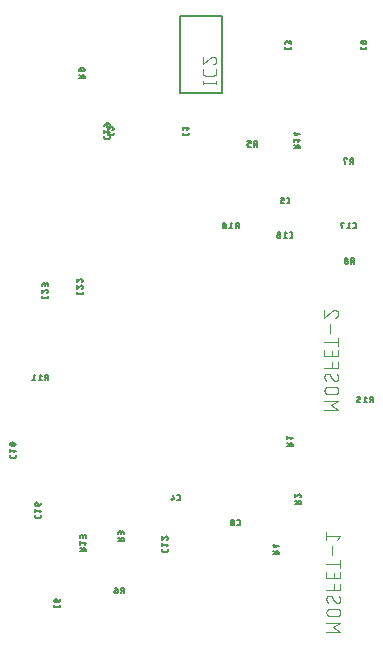
<source format=gbr>
G04 EAGLE Gerber RS-274X export*
G75*
%MOMM*%
%FSLAX66Y66*%
%LPD*%
%INSilkscreen Bottom*%
%IPPOS*%
%AMOC8*
5,1,8,0,0,1.08239X$1,22.5*%
G01*
%ADD10C,0.127000*%
%ADD11C,0.203200*%
%ADD12C,0.101600*%


D10*
X41278150Y64960553D02*
X41278150Y64853309D01*
X41278181Y64850718D01*
X41278275Y64848128D01*
X41278432Y64845541D01*
X41278651Y64842958D01*
X41278932Y64840382D01*
X41279275Y64837813D01*
X41279681Y64835254D01*
X41280148Y64832705D01*
X41280677Y64830167D01*
X41281266Y64827644D01*
X41281917Y64825135D01*
X41282628Y64822643D01*
X41283399Y64820169D01*
X41284229Y64817714D01*
X41285119Y64815280D01*
X41286067Y64812868D01*
X41287074Y64810480D01*
X41288137Y64808116D01*
X41289258Y64805779D01*
X41290434Y64803470D01*
X41291666Y64801190D01*
X41292953Y64798941D01*
X41294294Y64796723D01*
X41295688Y64794538D01*
X41297134Y64792387D01*
X41298632Y64790273D01*
X41300180Y64788194D01*
X41301779Y64786154D01*
X41303426Y64784154D01*
X41305121Y64782193D01*
X41306863Y64780274D01*
X41308650Y64778398D01*
X41310483Y64776565D01*
X41312359Y64774778D01*
X41314278Y64773036D01*
X41316239Y64771341D01*
X41318239Y64769694D01*
X41320279Y64768095D01*
X41322358Y64766547D01*
X41324472Y64765049D01*
X41326623Y64763603D01*
X41328808Y64762209D01*
X41331026Y64760868D01*
X41333275Y64759581D01*
X41335555Y64758349D01*
X41337864Y64757173D01*
X41340201Y64756052D01*
X41342565Y64754989D01*
X41344953Y64753982D01*
X41347365Y64753034D01*
X41349799Y64752144D01*
X41352254Y64751314D01*
X41354728Y64750543D01*
X41357220Y64749832D01*
X41359729Y64749181D01*
X41362252Y64748592D01*
X41364790Y64748063D01*
X41367339Y64747596D01*
X41369898Y64747190D01*
X41372467Y64746847D01*
X41375043Y64746566D01*
X41377626Y64746347D01*
X41380213Y64746190D01*
X41382803Y64746096D01*
X41385394Y64746065D01*
X41385394Y64746066D02*
X41653503Y64746066D01*
X41656135Y64746098D01*
X41658765Y64746195D01*
X41661392Y64746357D01*
X41664015Y64746582D01*
X41666631Y64746873D01*
X41669239Y64747227D01*
X41671838Y64747645D01*
X41674425Y64748127D01*
X41677001Y64748672D01*
X41679561Y64749280D01*
X41682107Y64749951D01*
X41684635Y64750684D01*
X41687144Y64751479D01*
X41689633Y64752335D01*
X41692100Y64753252D01*
X41694544Y64754229D01*
X41696963Y64755266D01*
X41699356Y64756362D01*
X41701722Y64757517D01*
X41704058Y64758729D01*
X41706364Y64759998D01*
X41708638Y64761324D01*
X41710879Y64762704D01*
X41713085Y64764140D01*
X41715256Y64765629D01*
X41717389Y64767171D01*
X41719484Y64768764D01*
X41721539Y64770409D01*
X41723553Y64772104D01*
X41725525Y64773847D01*
X41727453Y64775639D01*
X41729337Y64777477D01*
X41731175Y64779361D01*
X41732967Y64781289D01*
X41734710Y64783261D01*
X41736405Y64785275D01*
X41738050Y64787330D01*
X41739643Y64789425D01*
X41741185Y64791558D01*
X41742675Y64793728D01*
X41744110Y64795934D01*
X41745491Y64798175D01*
X41746816Y64800449D01*
X41748085Y64802755D01*
X41749298Y64805092D01*
X41750452Y64807457D01*
X41751548Y64809850D01*
X41752585Y64812269D01*
X41753563Y64814713D01*
X41754480Y64817180D01*
X41755336Y64819669D01*
X41756131Y64822178D01*
X41756864Y64824706D01*
X41757535Y64827252D01*
X41758144Y64829812D01*
X41758689Y64832387D01*
X41759171Y64834975D01*
X41759589Y64837574D01*
X41759943Y64840182D01*
X41760233Y64842798D01*
X41760459Y64845420D01*
X41760621Y64848048D01*
X41760718Y64850678D01*
X41760750Y64853310D01*
X41760750Y64853309D02*
X41760750Y64960553D01*
X41653503Y65206134D02*
X41760750Y65340188D01*
X41278150Y65340188D01*
X41278150Y65206134D02*
X41278150Y65474244D01*
X26631900Y37676081D02*
X26631900Y37568838D01*
X26631931Y37566247D01*
X26632025Y37563657D01*
X26632182Y37561070D01*
X26632401Y37558487D01*
X26632682Y37555911D01*
X26633025Y37553342D01*
X26633431Y37550783D01*
X26633898Y37548234D01*
X26634427Y37545696D01*
X26635016Y37543173D01*
X26635667Y37540664D01*
X26636378Y37538172D01*
X26637149Y37535698D01*
X26637979Y37533243D01*
X26638869Y37530809D01*
X26639817Y37528397D01*
X26640824Y37526009D01*
X26641887Y37523645D01*
X26643008Y37521308D01*
X26644184Y37518999D01*
X26645416Y37516719D01*
X26646703Y37514470D01*
X26648044Y37512252D01*
X26649438Y37510067D01*
X26650884Y37507916D01*
X26652382Y37505802D01*
X26653930Y37503723D01*
X26655529Y37501683D01*
X26657176Y37499683D01*
X26658871Y37497722D01*
X26660613Y37495803D01*
X26662400Y37493927D01*
X26664233Y37492094D01*
X26666109Y37490307D01*
X26668028Y37488565D01*
X26669989Y37486870D01*
X26671989Y37485223D01*
X26674029Y37483624D01*
X26676108Y37482076D01*
X26678222Y37480578D01*
X26680373Y37479132D01*
X26682558Y37477738D01*
X26684776Y37476397D01*
X26687025Y37475110D01*
X26689305Y37473878D01*
X26691614Y37472702D01*
X26693951Y37471581D01*
X26696315Y37470518D01*
X26698703Y37469511D01*
X26701115Y37468563D01*
X26703549Y37467673D01*
X26706004Y37466843D01*
X26708478Y37466072D01*
X26710970Y37465361D01*
X26713479Y37464710D01*
X26716002Y37464121D01*
X26718540Y37463592D01*
X26721089Y37463125D01*
X26723648Y37462719D01*
X26726217Y37462376D01*
X26728793Y37462095D01*
X26731376Y37461876D01*
X26733963Y37461719D01*
X26736553Y37461625D01*
X26739144Y37461594D01*
X27007253Y37461594D01*
X27009885Y37461626D01*
X27012515Y37461723D01*
X27015142Y37461885D01*
X27017765Y37462110D01*
X27020381Y37462401D01*
X27022989Y37462755D01*
X27025588Y37463173D01*
X27028175Y37463655D01*
X27030751Y37464200D01*
X27033311Y37464808D01*
X27035857Y37465479D01*
X27038385Y37466212D01*
X27040894Y37467007D01*
X27043383Y37467863D01*
X27045850Y37468780D01*
X27048294Y37469757D01*
X27050713Y37470794D01*
X27053106Y37471890D01*
X27055472Y37473045D01*
X27057808Y37474257D01*
X27060114Y37475526D01*
X27062388Y37476852D01*
X27064629Y37478232D01*
X27066835Y37479668D01*
X27069006Y37481157D01*
X27071139Y37482699D01*
X27073234Y37484292D01*
X27075289Y37485937D01*
X27077303Y37487632D01*
X27079275Y37489375D01*
X27081203Y37491167D01*
X27083087Y37493005D01*
X27084925Y37494889D01*
X27086717Y37496817D01*
X27088460Y37498789D01*
X27090155Y37500803D01*
X27091800Y37502858D01*
X27093393Y37504953D01*
X27094935Y37507086D01*
X27096425Y37509256D01*
X27097860Y37511462D01*
X27099241Y37513703D01*
X27100566Y37515977D01*
X27101835Y37518283D01*
X27103048Y37520620D01*
X27104202Y37522985D01*
X27105298Y37525378D01*
X27106335Y37527797D01*
X27107313Y37530241D01*
X27108230Y37532708D01*
X27109086Y37535197D01*
X27109881Y37537706D01*
X27110614Y37540234D01*
X27111285Y37542780D01*
X27111894Y37545340D01*
X27112439Y37547915D01*
X27112921Y37550503D01*
X27113339Y37553102D01*
X27113693Y37555710D01*
X27113983Y37558326D01*
X27114209Y37560948D01*
X27114371Y37563576D01*
X27114468Y37566206D01*
X27114500Y37568838D01*
X27114500Y37676081D01*
X27007253Y37921663D02*
X27114500Y38055716D01*
X26631900Y38055716D01*
X26631900Y37921663D02*
X26631900Y38189772D01*
X26873200Y38470297D02*
X26882694Y38470410D01*
X26892182Y38470750D01*
X26901659Y38471317D01*
X26911120Y38472109D01*
X26920560Y38473127D01*
X26929972Y38474370D01*
X26939352Y38475837D01*
X26948695Y38477528D01*
X26957994Y38479442D01*
X26967245Y38481577D01*
X26976442Y38483932D01*
X26985581Y38486506D01*
X26994656Y38489297D01*
X27003661Y38492304D01*
X27012592Y38495526D01*
X27021444Y38498959D01*
X27030211Y38502603D01*
X27038888Y38506455D01*
X27047472Y38510513D01*
X27047472Y38510512D02*
X27049745Y38511322D01*
X27051997Y38512187D01*
X27054228Y38513107D01*
X27056436Y38514081D01*
X27058619Y38515108D01*
X27060776Y38516188D01*
X27062907Y38517320D01*
X27065010Y38518504D01*
X27067083Y38519738D01*
X27069126Y38521023D01*
X27071136Y38522356D01*
X27073114Y38523739D01*
X27075057Y38525169D01*
X27076966Y38526645D01*
X27078837Y38528168D01*
X27080671Y38529736D01*
X27082467Y38531348D01*
X27084222Y38533003D01*
X27085937Y38534701D01*
X27087610Y38536439D01*
X27089240Y38538218D01*
X27090827Y38540036D01*
X27092369Y38541892D01*
X27093865Y38543785D01*
X27095315Y38545713D01*
X27096717Y38547677D01*
X27098072Y38549674D01*
X27099377Y38551703D01*
X27100633Y38553763D01*
X27101838Y38555854D01*
X27102991Y38557973D01*
X27104094Y38560119D01*
X27105143Y38562292D01*
X27106139Y38564490D01*
X27107082Y38566711D01*
X27107970Y38568954D01*
X27108804Y38571218D01*
X27109582Y38573502D01*
X27110304Y38575804D01*
X27110970Y38578124D01*
X27111580Y38580458D01*
X27112132Y38582807D01*
X27112628Y38585168D01*
X27113066Y38587541D01*
X27113445Y38589924D01*
X27113767Y38592315D01*
X27114031Y38594714D01*
X27114236Y38597118D01*
X27114383Y38599526D01*
X27114471Y38601937D01*
X27114500Y38604350D01*
X27114471Y38606763D01*
X27114383Y38609174D01*
X27114236Y38611582D01*
X27114031Y38613987D01*
X27113767Y38616385D01*
X27113445Y38618776D01*
X27113066Y38621159D01*
X27112628Y38623532D01*
X27112132Y38625893D01*
X27111580Y38628242D01*
X27110970Y38630577D01*
X27110304Y38632896D01*
X27109582Y38635198D01*
X27108804Y38637482D01*
X27107970Y38639747D01*
X27107082Y38641990D01*
X27106139Y38644211D01*
X27105143Y38646409D01*
X27104094Y38648581D01*
X27102992Y38650728D01*
X27101838Y38652847D01*
X27100633Y38654937D01*
X27099377Y38656998D01*
X27098072Y38659027D01*
X27096717Y38661024D01*
X27095315Y38662988D01*
X27093865Y38664916D01*
X27092369Y38666809D01*
X27090827Y38668665D01*
X27089240Y38670483D01*
X27087610Y38672262D01*
X27085937Y38674001D01*
X27084222Y38675698D01*
X27082467Y38677353D01*
X27080671Y38678965D01*
X27078837Y38680533D01*
X27076965Y38682056D01*
X27075057Y38683533D01*
X27073114Y38684963D01*
X27071136Y38686345D01*
X27069125Y38687679D01*
X27067083Y38688964D01*
X27065010Y38690198D01*
X27062907Y38691382D01*
X27060776Y38692514D01*
X27058619Y38693594D01*
X27056435Y38694621D01*
X27054228Y38695595D01*
X27051997Y38696515D01*
X27049745Y38697380D01*
X27047472Y38698190D01*
X27038888Y38702248D01*
X27030211Y38706100D01*
X27021444Y38709744D01*
X27012592Y38713178D01*
X27003661Y38716399D01*
X26994656Y38719406D01*
X26985581Y38722198D01*
X26976443Y38724771D01*
X26967245Y38727127D01*
X26957994Y38729261D01*
X26948695Y38731175D01*
X26939352Y38732866D01*
X26929972Y38734333D01*
X26920560Y38735576D01*
X26911120Y38736594D01*
X26901659Y38737386D01*
X26892182Y38737953D01*
X26882694Y38738293D01*
X26873200Y38738406D01*
X26873200Y38470297D02*
X26863706Y38470410D01*
X26854218Y38470750D01*
X26844741Y38471317D01*
X26835279Y38472109D01*
X26825840Y38473127D01*
X26816427Y38474370D01*
X26807047Y38475837D01*
X26797704Y38477528D01*
X26788405Y38479442D01*
X26779153Y38481576D01*
X26769956Y38483931D01*
X26760817Y38486505D01*
X26751742Y38489297D01*
X26742736Y38492304D01*
X26733805Y38495525D01*
X26724953Y38498959D01*
X26716186Y38502602D01*
X26707508Y38506455D01*
X26698925Y38510513D01*
X26696652Y38511323D01*
X26694400Y38512188D01*
X26692170Y38513108D01*
X26689962Y38514082D01*
X26687779Y38515109D01*
X26685621Y38516189D01*
X26683491Y38517321D01*
X26681388Y38518505D01*
X26679315Y38519739D01*
X26677272Y38521024D01*
X26675262Y38522358D01*
X26673284Y38523740D01*
X26671341Y38525170D01*
X26669433Y38526647D01*
X26667561Y38528170D01*
X26665727Y38529737D01*
X26663932Y38531349D01*
X26662176Y38533005D01*
X26660462Y38534702D01*
X26658789Y38536440D01*
X26657158Y38538219D01*
X26655572Y38540037D01*
X26654030Y38541893D01*
X26652534Y38543786D01*
X26651084Y38545715D01*
X26649682Y38547678D01*
X26648328Y38549675D01*
X26647022Y38551704D01*
X26645767Y38553765D01*
X26644562Y38555855D01*
X26643408Y38557974D01*
X26642306Y38560120D01*
X26641257Y38562293D01*
X26640260Y38564490D01*
X26639318Y38566711D01*
X26638429Y38568955D01*
X26637596Y38571219D01*
X26636818Y38573503D01*
X26636096Y38575805D01*
X26635429Y38578124D01*
X26634820Y38580459D01*
X26634267Y38582807D01*
X26633772Y38585169D01*
X26633334Y38587542D01*
X26632955Y38589924D01*
X26632633Y38592315D01*
X26632369Y38594714D01*
X26632164Y38597118D01*
X26632017Y38599526D01*
X26631929Y38601937D01*
X26631900Y38604350D01*
X26698925Y38698191D02*
X26707508Y38702249D01*
X26716186Y38706101D01*
X26724953Y38709745D01*
X26733805Y38713178D01*
X26742736Y38716399D01*
X26751742Y38719407D01*
X26760817Y38722198D01*
X26769956Y38724772D01*
X26779153Y38727127D01*
X26788404Y38729262D01*
X26797704Y38731175D01*
X26807047Y38732866D01*
X26816427Y38734333D01*
X26825840Y38735576D01*
X26835279Y38736594D01*
X26844741Y38737386D01*
X26854218Y38737953D01*
X26863706Y38738293D01*
X26873200Y38738406D01*
X26698925Y38698189D02*
X26696653Y38697379D01*
X26694400Y38696514D01*
X26692170Y38695594D01*
X26689962Y38694620D01*
X26687779Y38693593D01*
X26685621Y38692513D01*
X26683491Y38691380D01*
X26681388Y38690197D01*
X26679315Y38688962D01*
X26677273Y38687678D01*
X26675262Y38686344D01*
X26673284Y38684962D01*
X26671341Y38683532D01*
X26669433Y38682055D01*
X26667561Y38680532D01*
X26665727Y38678964D01*
X26663932Y38677352D01*
X26662176Y38675697D01*
X26660462Y38673999D01*
X26658789Y38672261D01*
X26657158Y38670482D01*
X26655572Y38668664D01*
X26654030Y38666808D01*
X26652534Y38664915D01*
X26651084Y38662986D01*
X26649682Y38661023D01*
X26648328Y38659026D01*
X26647022Y38656997D01*
X26645767Y38654936D01*
X26644562Y38652846D01*
X26643408Y38650727D01*
X26642306Y38648580D01*
X26641257Y38646408D01*
X26640260Y38644210D01*
X26639318Y38641989D01*
X26638429Y38639746D01*
X26637596Y38637481D01*
X26636818Y38635197D01*
X26636096Y38632895D01*
X26635429Y38630576D01*
X26634820Y38628242D01*
X26634267Y38625893D01*
X26633772Y38623532D01*
X26633334Y38621159D01*
X26632955Y38618776D01*
X26632633Y38616385D01*
X26632369Y38613986D01*
X26632164Y38611582D01*
X26632017Y38609174D01*
X26631929Y38606763D01*
X26631900Y38604350D01*
X26739144Y38497106D02*
X27007253Y38711597D01*
X39517853Y29716941D02*
X39517853Y29609697D01*
X39517884Y29607106D01*
X39517978Y29604516D01*
X39518135Y29601929D01*
X39518354Y29599346D01*
X39518635Y29596770D01*
X39518978Y29594201D01*
X39519384Y29591642D01*
X39519851Y29589093D01*
X39520380Y29586555D01*
X39520969Y29584032D01*
X39521620Y29581523D01*
X39522331Y29579031D01*
X39523102Y29576557D01*
X39523932Y29574102D01*
X39524822Y29571668D01*
X39525770Y29569256D01*
X39526777Y29566868D01*
X39527840Y29564504D01*
X39528961Y29562167D01*
X39530137Y29559858D01*
X39531369Y29557578D01*
X39532656Y29555329D01*
X39533997Y29553111D01*
X39535391Y29550926D01*
X39536837Y29548775D01*
X39538335Y29546661D01*
X39539883Y29544582D01*
X39541482Y29542542D01*
X39543129Y29540542D01*
X39544824Y29538581D01*
X39546566Y29536662D01*
X39548353Y29534786D01*
X39550186Y29532953D01*
X39552062Y29531166D01*
X39553981Y29529424D01*
X39555942Y29527729D01*
X39557942Y29526082D01*
X39559982Y29524483D01*
X39562061Y29522935D01*
X39564175Y29521437D01*
X39566326Y29519991D01*
X39568511Y29518597D01*
X39570729Y29517256D01*
X39572978Y29515969D01*
X39575258Y29514737D01*
X39577567Y29513561D01*
X39579904Y29512440D01*
X39582268Y29511377D01*
X39584656Y29510370D01*
X39587068Y29509422D01*
X39589502Y29508532D01*
X39591957Y29507702D01*
X39594431Y29506931D01*
X39596923Y29506220D01*
X39599432Y29505569D01*
X39601955Y29504980D01*
X39604493Y29504451D01*
X39607042Y29503984D01*
X39609601Y29503578D01*
X39612170Y29503235D01*
X39614746Y29502954D01*
X39617329Y29502735D01*
X39619916Y29502578D01*
X39622506Y29502484D01*
X39625097Y29502453D01*
X39893206Y29502453D01*
X39895838Y29502485D01*
X39898468Y29502582D01*
X39901095Y29502744D01*
X39903718Y29502969D01*
X39906334Y29503260D01*
X39908942Y29503614D01*
X39911541Y29504032D01*
X39914128Y29504514D01*
X39916704Y29505059D01*
X39919264Y29505667D01*
X39921810Y29506338D01*
X39924338Y29507071D01*
X39926847Y29507866D01*
X39929336Y29508722D01*
X39931803Y29509639D01*
X39934247Y29510616D01*
X39936666Y29511653D01*
X39939059Y29512749D01*
X39941425Y29513904D01*
X39943761Y29515116D01*
X39946067Y29516385D01*
X39948341Y29517711D01*
X39950582Y29519091D01*
X39952788Y29520527D01*
X39954959Y29522016D01*
X39957092Y29523558D01*
X39959187Y29525151D01*
X39961242Y29526796D01*
X39963256Y29528491D01*
X39965228Y29530234D01*
X39967156Y29532026D01*
X39969040Y29533864D01*
X39970878Y29535748D01*
X39972670Y29537676D01*
X39974413Y29539648D01*
X39976108Y29541662D01*
X39977753Y29543717D01*
X39979346Y29545812D01*
X39980888Y29547945D01*
X39982378Y29550115D01*
X39983813Y29552321D01*
X39985194Y29554562D01*
X39986519Y29556836D01*
X39987788Y29559142D01*
X39989001Y29561479D01*
X39990155Y29563844D01*
X39991251Y29566237D01*
X39992288Y29568656D01*
X39993266Y29571100D01*
X39994183Y29573567D01*
X39995039Y29576056D01*
X39995834Y29578565D01*
X39996567Y29581093D01*
X39997238Y29583639D01*
X39997847Y29586199D01*
X39998392Y29588774D01*
X39998874Y29591362D01*
X39999292Y29593961D01*
X39999646Y29596569D01*
X39999936Y29599185D01*
X40000162Y29601807D01*
X40000324Y29604435D01*
X40000421Y29607065D01*
X40000453Y29609697D01*
X40000453Y29716941D01*
X39893206Y29962522D02*
X40000453Y30096575D01*
X39517853Y30096575D01*
X39517853Y29962522D02*
X39517853Y30230631D01*
X40000453Y30658616D02*
X40000417Y30661577D01*
X40000308Y30664536D01*
X40000126Y30667492D01*
X39999872Y30670442D01*
X39999545Y30673385D01*
X39999147Y30676319D01*
X39998676Y30679243D01*
X39998134Y30682154D01*
X39997521Y30685051D01*
X39996837Y30687932D01*
X39996082Y30690795D01*
X39995257Y30693639D01*
X39994363Y30696462D01*
X39993399Y30699262D01*
X39992368Y30702038D01*
X39991268Y30704787D01*
X39990101Y30707509D01*
X39988868Y30710201D01*
X39987569Y30712862D01*
X39986205Y30715490D01*
X39984778Y30718084D01*
X39983286Y30720643D01*
X39981733Y30723164D01*
X39980118Y30725646D01*
X39978443Y30728088D01*
X39976708Y30730487D01*
X39974915Y30732844D01*
X39973065Y30735156D01*
X39971158Y30737422D01*
X39969197Y30739640D01*
X39967181Y30741809D01*
X39965113Y30743929D01*
X39962994Y30745997D01*
X39960825Y30748012D01*
X39958606Y30749973D01*
X39956340Y30751880D01*
X39954028Y30753730D01*
X39951672Y30755523D01*
X39949272Y30757258D01*
X39946830Y30758933D01*
X39944348Y30760548D01*
X39941827Y30762101D01*
X39939269Y30763592D01*
X39936675Y30765020D01*
X39934046Y30766384D01*
X39931385Y30767682D01*
X39928693Y30768915D01*
X39925971Y30770082D01*
X39923222Y30771182D01*
X39920446Y30772213D01*
X39917646Y30773177D01*
X39914823Y30774071D01*
X39911979Y30774896D01*
X39909116Y30775650D01*
X39906235Y30776334D01*
X39903338Y30776948D01*
X39900427Y30777490D01*
X39897503Y30777960D01*
X39894569Y30778359D01*
X39891626Y30778685D01*
X39888676Y30778939D01*
X39885720Y30779121D01*
X39882761Y30779230D01*
X39879800Y30779266D01*
X40000453Y30658616D02*
X40000408Y30654868D01*
X40000272Y30651122D01*
X40000045Y30647380D01*
X39999729Y30643645D01*
X39999321Y30639918D01*
X39998824Y30636203D01*
X39998238Y30632500D01*
X39997561Y30628813D01*
X39996796Y30625144D01*
X39995943Y30621494D01*
X39995001Y30617865D01*
X39993972Y30614261D01*
X39992856Y30610682D01*
X39991654Y30607131D01*
X39990366Y30603611D01*
X39988993Y30600123D01*
X39987537Y30596669D01*
X39985997Y30593251D01*
X39984375Y30589871D01*
X39982672Y30586532D01*
X39980889Y30583234D01*
X39979027Y30579981D01*
X39977086Y30576774D01*
X39975068Y30573615D01*
X39972975Y30570505D01*
X39970807Y30567447D01*
X39968566Y30564442D01*
X39966252Y30561493D01*
X39963868Y30558600D01*
X39961415Y30555766D01*
X39958894Y30552991D01*
X39956307Y30550279D01*
X39953654Y30547630D01*
X39950939Y30545046D01*
X39948161Y30542528D01*
X39945324Y30540078D01*
X39942428Y30537698D01*
X39939476Y30535388D01*
X39936468Y30533151D01*
X39933408Y30530986D01*
X39930296Y30528897D01*
X39927134Y30526883D01*
X39923924Y30524946D01*
X39920669Y30523088D01*
X39917369Y30521308D01*
X39914028Y30519610D01*
X39910646Y30517992D01*
X39907227Y30516457D01*
X39903771Y30515004D01*
X39900281Y30513636D01*
X39896759Y30512353D01*
X39893207Y30511155D01*
X39785962Y30739051D02*
X39788183Y30741326D01*
X39790459Y30743546D01*
X39792789Y30745710D01*
X39795172Y30747816D01*
X39797605Y30749863D01*
X39800088Y30751850D01*
X39802619Y30753775D01*
X39805196Y30755637D01*
X39807818Y30757436D01*
X39810484Y30759169D01*
X39813191Y30760837D01*
X39815939Y30762438D01*
X39818725Y30763971D01*
X39821547Y30765435D01*
X39824405Y30766829D01*
X39827296Y30768153D01*
X39830219Y30769406D01*
X39833171Y30770586D01*
X39836152Y30771694D01*
X39839159Y30772728D01*
X39842190Y30773688D01*
X39845244Y30774574D01*
X39848319Y30775384D01*
X39851413Y30776119D01*
X39854524Y30776777D01*
X39857650Y30777359D01*
X39860790Y30777864D01*
X39863940Y30778292D01*
X39867101Y30778642D01*
X39870269Y30778915D01*
X39873443Y30779110D01*
X39876620Y30779227D01*
X39879800Y30779266D01*
X39785963Y30739050D02*
X39517853Y30511156D01*
X39517853Y30779266D01*
X28765500Y32488838D02*
X28765500Y32596081D01*
X28765500Y32488838D02*
X28765531Y32486247D01*
X28765625Y32483657D01*
X28765782Y32481070D01*
X28766001Y32478487D01*
X28766282Y32475911D01*
X28766625Y32473342D01*
X28767031Y32470783D01*
X28767498Y32468234D01*
X28768027Y32465696D01*
X28768616Y32463173D01*
X28769267Y32460664D01*
X28769978Y32458172D01*
X28770749Y32455698D01*
X28771579Y32453243D01*
X28772469Y32450809D01*
X28773417Y32448397D01*
X28774424Y32446009D01*
X28775487Y32443645D01*
X28776608Y32441308D01*
X28777784Y32438999D01*
X28779016Y32436719D01*
X28780303Y32434470D01*
X28781644Y32432252D01*
X28783038Y32430067D01*
X28784484Y32427916D01*
X28785982Y32425802D01*
X28787530Y32423723D01*
X28789129Y32421683D01*
X28790776Y32419683D01*
X28792471Y32417722D01*
X28794213Y32415803D01*
X28796000Y32413927D01*
X28797833Y32412094D01*
X28799709Y32410307D01*
X28801628Y32408565D01*
X28803589Y32406870D01*
X28805589Y32405223D01*
X28807629Y32403624D01*
X28809708Y32402076D01*
X28811822Y32400578D01*
X28813973Y32399132D01*
X28816158Y32397738D01*
X28818376Y32396397D01*
X28820625Y32395110D01*
X28822905Y32393878D01*
X28825214Y32392702D01*
X28827551Y32391581D01*
X28829915Y32390518D01*
X28832303Y32389511D01*
X28834715Y32388563D01*
X28837149Y32387673D01*
X28839604Y32386843D01*
X28842078Y32386072D01*
X28844570Y32385361D01*
X28847079Y32384710D01*
X28849602Y32384121D01*
X28852140Y32383592D01*
X28854689Y32383125D01*
X28857248Y32382719D01*
X28859817Y32382376D01*
X28862393Y32382095D01*
X28864976Y32381876D01*
X28867563Y32381719D01*
X28870153Y32381625D01*
X28872744Y32381594D01*
X29140853Y32381594D01*
X29143485Y32381626D01*
X29146115Y32381723D01*
X29148742Y32381885D01*
X29151365Y32382110D01*
X29153981Y32382401D01*
X29156589Y32382755D01*
X29159188Y32383173D01*
X29161775Y32383655D01*
X29164351Y32384200D01*
X29166911Y32384808D01*
X29169457Y32385479D01*
X29171985Y32386212D01*
X29174494Y32387007D01*
X29176983Y32387863D01*
X29179450Y32388780D01*
X29181894Y32389757D01*
X29184313Y32390794D01*
X29186706Y32391890D01*
X29189072Y32393045D01*
X29191408Y32394257D01*
X29193714Y32395526D01*
X29195988Y32396852D01*
X29198229Y32398232D01*
X29200435Y32399668D01*
X29202606Y32401157D01*
X29204739Y32402699D01*
X29206834Y32404292D01*
X29208889Y32405937D01*
X29210903Y32407632D01*
X29212875Y32409375D01*
X29214803Y32411167D01*
X29216687Y32413005D01*
X29218525Y32414889D01*
X29220317Y32416817D01*
X29222060Y32418789D01*
X29223755Y32420803D01*
X29225400Y32422858D01*
X29226993Y32424953D01*
X29228535Y32427086D01*
X29230025Y32429256D01*
X29231460Y32431462D01*
X29232841Y32433703D01*
X29234166Y32435977D01*
X29235435Y32438283D01*
X29236648Y32440620D01*
X29237802Y32442985D01*
X29238898Y32445378D01*
X29239935Y32447797D01*
X29240913Y32450241D01*
X29241830Y32452708D01*
X29242686Y32455197D01*
X29243481Y32457706D01*
X29244214Y32460234D01*
X29244885Y32462780D01*
X29245494Y32465340D01*
X29246039Y32467915D01*
X29246521Y32470503D01*
X29246939Y32473102D01*
X29247293Y32475710D01*
X29247583Y32478326D01*
X29247809Y32480948D01*
X29247971Y32483576D01*
X29248068Y32486206D01*
X29248100Y32488838D01*
X29248100Y32596081D01*
X29140853Y32841663D02*
X29248100Y32975716D01*
X28765500Y32975716D01*
X28765500Y32841663D02*
X28765500Y33109772D01*
X29033609Y33390297D02*
X29033609Y33551163D01*
X29033610Y33551163D02*
X29033579Y33553754D01*
X29033485Y33556344D01*
X29033328Y33558931D01*
X29033109Y33561514D01*
X29032828Y33564090D01*
X29032485Y33566659D01*
X29032079Y33569218D01*
X29031612Y33571767D01*
X29031083Y33574305D01*
X29030494Y33576828D01*
X29029843Y33579337D01*
X29029132Y33581829D01*
X29028361Y33584303D01*
X29027531Y33586758D01*
X29026641Y33589192D01*
X29025693Y33591604D01*
X29024686Y33593992D01*
X29023623Y33596356D01*
X29022502Y33598693D01*
X29021326Y33601002D01*
X29020094Y33603282D01*
X29018807Y33605531D01*
X29017466Y33607749D01*
X29016072Y33609934D01*
X29014626Y33612085D01*
X29013128Y33614199D01*
X29011580Y33616278D01*
X29009981Y33618318D01*
X29008334Y33620318D01*
X29006639Y33622279D01*
X29004897Y33624198D01*
X29003110Y33626074D01*
X29001277Y33627907D01*
X28999401Y33629694D01*
X28997482Y33631436D01*
X28995521Y33633131D01*
X28993521Y33634778D01*
X28991481Y33636377D01*
X28989402Y33637925D01*
X28987288Y33639423D01*
X28985137Y33640869D01*
X28982952Y33642263D01*
X28980734Y33643604D01*
X28978485Y33644891D01*
X28976205Y33646123D01*
X28973896Y33647299D01*
X28971559Y33648420D01*
X28969195Y33649483D01*
X28966807Y33650490D01*
X28964395Y33651438D01*
X28961961Y33652328D01*
X28959506Y33653158D01*
X28957032Y33653929D01*
X28954540Y33654640D01*
X28952031Y33655291D01*
X28949508Y33655880D01*
X28946970Y33656409D01*
X28944421Y33656876D01*
X28941862Y33657282D01*
X28939293Y33657625D01*
X28936717Y33657906D01*
X28934134Y33658125D01*
X28931547Y33658282D01*
X28928957Y33658376D01*
X28926366Y33658407D01*
X28926366Y33658406D02*
X28899553Y33658406D01*
X28896289Y33658366D01*
X28893026Y33658247D01*
X28889768Y33658048D01*
X28886515Y33657770D01*
X28883270Y33657413D01*
X28880034Y33656977D01*
X28876810Y33656463D01*
X28873600Y33655870D01*
X28870405Y33655199D01*
X28867228Y33654450D01*
X28864069Y33653625D01*
X28860932Y33652722D01*
X28857817Y33651744D01*
X28854727Y33650689D01*
X28851664Y33649560D01*
X28848629Y33648357D01*
X28845625Y33647080D01*
X28842652Y33645731D01*
X28839713Y33644309D01*
X28836810Y33642816D01*
X28833944Y33641253D01*
X28831116Y33639621D01*
X28828330Y33637920D01*
X28825585Y33636152D01*
X28822885Y33634318D01*
X28820230Y33632419D01*
X28817621Y33630455D01*
X28815062Y33628428D01*
X28812553Y33626340D01*
X28810095Y33624191D01*
X28807690Y33621983D01*
X28805340Y33619717D01*
X28803046Y33617395D01*
X28800809Y33615017D01*
X28798630Y33612586D01*
X28796511Y33610102D01*
X28794454Y33607567D01*
X28792458Y33604983D01*
X28790527Y33602352D01*
X28788660Y33599674D01*
X28786858Y33596951D01*
X28785124Y33594185D01*
X28783457Y33591378D01*
X28781859Y33588531D01*
X28780331Y33585646D01*
X28778874Y33582725D01*
X28777488Y33579769D01*
X28776175Y33576780D01*
X28774935Y33573760D01*
X28773769Y33570711D01*
X28772677Y33567634D01*
X28771661Y33564532D01*
X28770720Y33561405D01*
X28769856Y33558257D01*
X28769069Y33555089D01*
X28768359Y33551902D01*
X28767727Y33548700D01*
X28767173Y33545482D01*
X28766698Y33542252D01*
X28766301Y33539012D01*
X28765984Y33535763D01*
X28765745Y33532507D01*
X28765586Y33529246D01*
X28765507Y33525982D01*
X28765507Y33522718D01*
X28765586Y33519454D01*
X28765745Y33516193D01*
X28765984Y33512937D01*
X28766301Y33509688D01*
X28766698Y33506448D01*
X28767173Y33503218D01*
X28767727Y33500000D01*
X28768359Y33496798D01*
X28769069Y33493611D01*
X28769856Y33490443D01*
X28770720Y33487295D01*
X28771661Y33484168D01*
X28772677Y33481066D01*
X28773769Y33477989D01*
X28774935Y33474940D01*
X28776175Y33471920D01*
X28777488Y33468931D01*
X28778874Y33465975D01*
X28780331Y33463054D01*
X28781859Y33460169D01*
X28783457Y33457322D01*
X28785124Y33454515D01*
X28786858Y33451749D01*
X28788660Y33449026D01*
X28790527Y33446348D01*
X28792458Y33443717D01*
X28794454Y33441133D01*
X28796511Y33438598D01*
X28798630Y33436114D01*
X28800809Y33433683D01*
X28803046Y33431305D01*
X28805340Y33428983D01*
X28807690Y33426717D01*
X28810095Y33424509D01*
X28812553Y33422360D01*
X28815062Y33420272D01*
X28817621Y33418245D01*
X28820230Y33416281D01*
X28822885Y33414382D01*
X28825585Y33412548D01*
X28828330Y33410780D01*
X28831116Y33409079D01*
X28833944Y33407447D01*
X28836810Y33405884D01*
X28839713Y33404391D01*
X28842652Y33402969D01*
X28845625Y33401620D01*
X28848629Y33400343D01*
X28851664Y33399140D01*
X28854727Y33398011D01*
X28857817Y33396956D01*
X28860932Y33395978D01*
X28864069Y33395075D01*
X28867228Y33394250D01*
X28870405Y33393501D01*
X28873600Y33392830D01*
X28876810Y33392237D01*
X28880034Y33391723D01*
X28883270Y33391287D01*
X28886515Y33390930D01*
X28889768Y33390652D01*
X28893026Y33390453D01*
X28896289Y33390334D01*
X28899553Y33390294D01*
X28899553Y33390297D02*
X29033609Y33390297D01*
X29038873Y33390362D01*
X29044133Y33390555D01*
X29049388Y33390878D01*
X29054633Y33391330D01*
X29059865Y33391910D01*
X29065081Y33392618D01*
X29070278Y33393455D01*
X29075454Y33394418D01*
X29080604Y33395509D01*
X29085726Y33396725D01*
X29090816Y33398067D01*
X29095872Y33399533D01*
X29100890Y33401123D01*
X29105868Y33402835D01*
X29110803Y33404669D01*
X29115690Y33406624D01*
X29120529Y33408698D01*
X29125315Y33410890D01*
X29130046Y33413199D01*
X29134718Y33415623D01*
X29139330Y33418162D01*
X29143878Y33420812D01*
X29148360Y33423574D01*
X29152773Y33426445D01*
X29157114Y33429423D01*
X29161380Y33432506D01*
X29165570Y33435694D01*
X29169680Y33438983D01*
X29173708Y33442373D01*
X29177651Y33445860D01*
X29181508Y33449442D01*
X29185276Y33453119D01*
X29188952Y33456887D01*
X29192535Y33460743D01*
X29196022Y33464687D01*
X29199412Y33468715D01*
X29202701Y33472825D01*
X29205889Y33477014D01*
X29208972Y33481281D01*
X29211951Y33485622D01*
X29214821Y33490034D01*
X29217583Y33494516D01*
X29220234Y33499064D01*
X29222772Y33503676D01*
X29225197Y33508348D01*
X29227506Y33513079D01*
X29229698Y33517865D01*
X29231772Y33522704D01*
X29233727Y33527592D01*
X29235561Y33532526D01*
X29237273Y33537504D01*
X29238863Y33542522D01*
X29240330Y33547578D01*
X29241671Y33552668D01*
X29242888Y33557790D01*
X29243978Y33562940D01*
X29244942Y33568115D01*
X29245778Y33573313D01*
X29246487Y33578529D01*
X29247067Y33583761D01*
X29247519Y33589006D01*
X29247841Y33594260D01*
X29248035Y33599521D01*
X29248100Y33604785D01*
X55699628Y56858178D02*
X55806872Y56858178D01*
X55809463Y56858209D01*
X55812053Y56858303D01*
X55814640Y56858460D01*
X55817223Y56858679D01*
X55819799Y56858960D01*
X55822368Y56859303D01*
X55824927Y56859709D01*
X55827476Y56860176D01*
X55830014Y56860705D01*
X55832537Y56861294D01*
X55835046Y56861945D01*
X55837538Y56862656D01*
X55840012Y56863427D01*
X55842467Y56864257D01*
X55844901Y56865147D01*
X55847313Y56866095D01*
X55849701Y56867102D01*
X55852065Y56868165D01*
X55854402Y56869286D01*
X55856711Y56870462D01*
X55858991Y56871694D01*
X55861240Y56872981D01*
X55863458Y56874322D01*
X55865643Y56875716D01*
X55867794Y56877162D01*
X55869908Y56878660D01*
X55871987Y56880208D01*
X55874027Y56881807D01*
X55876027Y56883454D01*
X55877988Y56885149D01*
X55879907Y56886891D01*
X55881783Y56888678D01*
X55883616Y56890511D01*
X55885403Y56892387D01*
X55887145Y56894306D01*
X55888840Y56896267D01*
X55890487Y56898267D01*
X55892086Y56900307D01*
X55893634Y56902386D01*
X55895132Y56904500D01*
X55896578Y56906651D01*
X55897972Y56908836D01*
X55899313Y56911054D01*
X55900600Y56913303D01*
X55901832Y56915583D01*
X55903008Y56917892D01*
X55904129Y56920229D01*
X55905192Y56922593D01*
X55906199Y56924981D01*
X55907147Y56927393D01*
X55908037Y56929827D01*
X55908867Y56932282D01*
X55909638Y56934756D01*
X55910349Y56937248D01*
X55911000Y56939757D01*
X55911589Y56942280D01*
X55912118Y56944818D01*
X55912585Y56947367D01*
X55912991Y56949926D01*
X55913334Y56952495D01*
X55913615Y56955071D01*
X55913834Y56957654D01*
X55913991Y56960241D01*
X55914085Y56962831D01*
X55914116Y56965422D01*
X55914116Y57233531D01*
X55914085Y57236122D01*
X55913991Y57238712D01*
X55913834Y57241299D01*
X55913615Y57243882D01*
X55913334Y57246458D01*
X55912991Y57249027D01*
X55912585Y57251586D01*
X55912118Y57254135D01*
X55911589Y57256673D01*
X55911000Y57259196D01*
X55910349Y57261705D01*
X55909638Y57264197D01*
X55908867Y57266671D01*
X55908037Y57269126D01*
X55907147Y57271560D01*
X55906199Y57273972D01*
X55905192Y57276360D01*
X55904129Y57278724D01*
X55903008Y57281061D01*
X55901832Y57283370D01*
X55900600Y57285650D01*
X55899313Y57287899D01*
X55897972Y57290117D01*
X55896578Y57292302D01*
X55895132Y57294453D01*
X55893634Y57296567D01*
X55892086Y57298646D01*
X55890487Y57300686D01*
X55888840Y57302686D01*
X55887145Y57304647D01*
X55885403Y57306566D01*
X55883616Y57308442D01*
X55881783Y57310275D01*
X55879907Y57312062D01*
X55877988Y57313804D01*
X55876027Y57315499D01*
X55874027Y57317146D01*
X55871987Y57318745D01*
X55869908Y57320293D01*
X55867794Y57321791D01*
X55865643Y57323237D01*
X55863458Y57324631D01*
X55861240Y57325972D01*
X55858991Y57327259D01*
X55856711Y57328491D01*
X55854402Y57329667D01*
X55852065Y57330788D01*
X55849701Y57331851D01*
X55847313Y57332858D01*
X55844901Y57333806D01*
X55842467Y57334696D01*
X55840012Y57335526D01*
X55837538Y57336297D01*
X55835046Y57337008D01*
X55832537Y57337659D01*
X55830014Y57338248D01*
X55827476Y57338777D01*
X55824927Y57339244D01*
X55822368Y57339650D01*
X55819799Y57339993D01*
X55817223Y57340274D01*
X55814640Y57340493D01*
X55812053Y57340650D01*
X55809463Y57340744D01*
X55806872Y57340775D01*
X55806872Y57340778D02*
X55699628Y57340778D01*
X55454047Y57233531D02*
X55319994Y57340778D01*
X55319994Y56858178D01*
X55454047Y56858178D02*
X55185938Y56858178D01*
X54905413Y57287153D02*
X54905413Y57340778D01*
X54637303Y57340778D01*
X54771359Y56858178D01*
X34928150Y64853309D02*
X34928150Y64960553D01*
X34928150Y64853309D02*
X34928181Y64850718D01*
X34928275Y64848128D01*
X34928432Y64845541D01*
X34928651Y64842958D01*
X34928932Y64840382D01*
X34929275Y64837813D01*
X34929681Y64835254D01*
X34930148Y64832705D01*
X34930677Y64830167D01*
X34931266Y64827644D01*
X34931917Y64825135D01*
X34932628Y64822643D01*
X34933399Y64820169D01*
X34934229Y64817714D01*
X34935119Y64815280D01*
X34936067Y64812868D01*
X34937074Y64810480D01*
X34938137Y64808116D01*
X34939258Y64805779D01*
X34940434Y64803470D01*
X34941666Y64801190D01*
X34942953Y64798941D01*
X34944294Y64796723D01*
X34945688Y64794538D01*
X34947134Y64792387D01*
X34948632Y64790273D01*
X34950180Y64788194D01*
X34951779Y64786154D01*
X34953426Y64784154D01*
X34955121Y64782193D01*
X34956863Y64780274D01*
X34958650Y64778398D01*
X34960483Y64776565D01*
X34962359Y64774778D01*
X34964278Y64773036D01*
X34966239Y64771341D01*
X34968239Y64769694D01*
X34970279Y64768095D01*
X34972358Y64766547D01*
X34974472Y64765049D01*
X34976623Y64763603D01*
X34978808Y64762209D01*
X34981026Y64760868D01*
X34983275Y64759581D01*
X34985555Y64758349D01*
X34987864Y64757173D01*
X34990201Y64756052D01*
X34992565Y64754989D01*
X34994953Y64753982D01*
X34997365Y64753034D01*
X34999799Y64752144D01*
X35002254Y64751314D01*
X35004728Y64750543D01*
X35007220Y64749832D01*
X35009729Y64749181D01*
X35012252Y64748592D01*
X35014790Y64748063D01*
X35017339Y64747596D01*
X35019898Y64747190D01*
X35022467Y64746847D01*
X35025043Y64746566D01*
X35027626Y64746347D01*
X35030213Y64746190D01*
X35032803Y64746096D01*
X35035394Y64746065D01*
X35035394Y64746066D02*
X35303503Y64746066D01*
X35306135Y64746098D01*
X35308765Y64746195D01*
X35311392Y64746357D01*
X35314015Y64746582D01*
X35316631Y64746873D01*
X35319239Y64747227D01*
X35321838Y64747645D01*
X35324425Y64748127D01*
X35327001Y64748672D01*
X35329561Y64749280D01*
X35332107Y64749951D01*
X35334635Y64750684D01*
X35337144Y64751479D01*
X35339633Y64752335D01*
X35342100Y64753252D01*
X35344544Y64754229D01*
X35346963Y64755266D01*
X35349356Y64756362D01*
X35351722Y64757517D01*
X35354058Y64758729D01*
X35356364Y64759998D01*
X35358638Y64761324D01*
X35360879Y64762704D01*
X35363085Y64764140D01*
X35365256Y64765629D01*
X35367389Y64767171D01*
X35369484Y64768764D01*
X35371539Y64770409D01*
X35373553Y64772104D01*
X35375525Y64773847D01*
X35377453Y64775639D01*
X35379337Y64777477D01*
X35381175Y64779361D01*
X35382967Y64781289D01*
X35384710Y64783261D01*
X35386405Y64785275D01*
X35388050Y64787330D01*
X35389643Y64789425D01*
X35391185Y64791558D01*
X35392675Y64793728D01*
X35394110Y64795934D01*
X35395491Y64798175D01*
X35396816Y64800449D01*
X35398085Y64802755D01*
X35399298Y64805092D01*
X35400452Y64807457D01*
X35401548Y64809850D01*
X35402585Y64812269D01*
X35403563Y64814713D01*
X35404480Y64817180D01*
X35405336Y64819669D01*
X35406131Y64822178D01*
X35406864Y64824706D01*
X35407535Y64827252D01*
X35408144Y64829812D01*
X35408689Y64832387D01*
X35409171Y64834975D01*
X35409589Y64837574D01*
X35409943Y64840182D01*
X35410233Y64842798D01*
X35410459Y64845420D01*
X35410621Y64848048D01*
X35410718Y64850678D01*
X35410750Y64853310D01*
X35410750Y64853309D02*
X35410750Y64960553D01*
X35410750Y65353594D02*
X35410714Y65356555D01*
X35410605Y65359514D01*
X35410423Y65362470D01*
X35410169Y65365420D01*
X35409842Y65368363D01*
X35409444Y65371297D01*
X35408973Y65374221D01*
X35408431Y65377132D01*
X35407818Y65380029D01*
X35407134Y65382910D01*
X35406379Y65385773D01*
X35405554Y65388617D01*
X35404660Y65391440D01*
X35403696Y65394240D01*
X35402665Y65397016D01*
X35401565Y65399765D01*
X35400398Y65402487D01*
X35399165Y65405179D01*
X35397866Y65407840D01*
X35396502Y65410468D01*
X35395075Y65413062D01*
X35393583Y65415621D01*
X35392030Y65418142D01*
X35390415Y65420624D01*
X35388740Y65423066D01*
X35387005Y65425465D01*
X35385212Y65427822D01*
X35383362Y65430134D01*
X35381455Y65432400D01*
X35379494Y65434618D01*
X35377478Y65436787D01*
X35375410Y65438907D01*
X35373291Y65440975D01*
X35371122Y65442990D01*
X35368903Y65444951D01*
X35366637Y65446858D01*
X35364325Y65448708D01*
X35361969Y65450501D01*
X35359569Y65452236D01*
X35357127Y65453911D01*
X35354645Y65455526D01*
X35352124Y65457079D01*
X35349566Y65458570D01*
X35346972Y65459998D01*
X35344343Y65461362D01*
X35341682Y65462660D01*
X35338990Y65463893D01*
X35336268Y65465060D01*
X35333519Y65466160D01*
X35330743Y65467191D01*
X35327943Y65468155D01*
X35325120Y65469049D01*
X35322276Y65469874D01*
X35319413Y65470628D01*
X35316532Y65471312D01*
X35313635Y65471926D01*
X35310724Y65472468D01*
X35307800Y65472938D01*
X35304866Y65473337D01*
X35301923Y65473663D01*
X35298973Y65473917D01*
X35296017Y65474099D01*
X35293058Y65474208D01*
X35290097Y65474244D01*
X35410750Y65353594D02*
X35410705Y65349846D01*
X35410569Y65346100D01*
X35410342Y65342358D01*
X35410026Y65338623D01*
X35409618Y65334896D01*
X35409121Y65331181D01*
X35408535Y65327478D01*
X35407858Y65323791D01*
X35407093Y65320122D01*
X35406240Y65316472D01*
X35405298Y65312843D01*
X35404269Y65309239D01*
X35403153Y65305660D01*
X35401951Y65302109D01*
X35400663Y65298589D01*
X35399290Y65295101D01*
X35397834Y65291647D01*
X35396294Y65288229D01*
X35394672Y65284849D01*
X35392969Y65281510D01*
X35391186Y65278212D01*
X35389324Y65274959D01*
X35387383Y65271752D01*
X35385365Y65268593D01*
X35383272Y65265483D01*
X35381104Y65262425D01*
X35378863Y65259420D01*
X35376549Y65256471D01*
X35374165Y65253578D01*
X35371712Y65250744D01*
X35369191Y65247969D01*
X35366604Y65245257D01*
X35363951Y65242608D01*
X35361236Y65240024D01*
X35358458Y65237506D01*
X35355621Y65235056D01*
X35352725Y65232676D01*
X35349773Y65230366D01*
X35346765Y65228129D01*
X35343705Y65225964D01*
X35340593Y65223875D01*
X35337431Y65221861D01*
X35334221Y65219924D01*
X35330966Y65218066D01*
X35327666Y65216286D01*
X35324325Y65214588D01*
X35320943Y65212970D01*
X35317524Y65211435D01*
X35314068Y65209982D01*
X35310578Y65208614D01*
X35307056Y65207331D01*
X35303504Y65206133D01*
X35196259Y65434029D02*
X35198480Y65436304D01*
X35200756Y65438524D01*
X35203086Y65440688D01*
X35205469Y65442794D01*
X35207902Y65444841D01*
X35210385Y65446828D01*
X35212916Y65448753D01*
X35215493Y65450615D01*
X35218115Y65452414D01*
X35220781Y65454147D01*
X35223488Y65455815D01*
X35226236Y65457416D01*
X35229022Y65458949D01*
X35231844Y65460413D01*
X35234702Y65461807D01*
X35237593Y65463131D01*
X35240516Y65464384D01*
X35243468Y65465564D01*
X35246449Y65466672D01*
X35249456Y65467706D01*
X35252487Y65468666D01*
X35255541Y65469552D01*
X35258616Y65470362D01*
X35261710Y65471097D01*
X35264821Y65471755D01*
X35267947Y65472337D01*
X35271087Y65472842D01*
X35274237Y65473270D01*
X35277398Y65473620D01*
X35280566Y65473893D01*
X35283740Y65474088D01*
X35286917Y65474205D01*
X35290097Y65474244D01*
X35196259Y65434028D02*
X34928150Y65206134D01*
X34928150Y65474244D01*
X49960434Y72125734D02*
X49960434Y72232978D01*
X49960434Y72125734D02*
X49960465Y72123143D01*
X49960559Y72120553D01*
X49960716Y72117966D01*
X49960935Y72115383D01*
X49961216Y72112807D01*
X49961559Y72110238D01*
X49961965Y72107679D01*
X49962432Y72105130D01*
X49962961Y72102592D01*
X49963550Y72100069D01*
X49964201Y72097560D01*
X49964912Y72095068D01*
X49965683Y72092594D01*
X49966513Y72090139D01*
X49967403Y72087705D01*
X49968351Y72085293D01*
X49969358Y72082905D01*
X49970421Y72080541D01*
X49971542Y72078204D01*
X49972718Y72075895D01*
X49973950Y72073615D01*
X49975237Y72071366D01*
X49976578Y72069148D01*
X49977972Y72066963D01*
X49979418Y72064812D01*
X49980916Y72062698D01*
X49982464Y72060619D01*
X49984063Y72058579D01*
X49985710Y72056579D01*
X49987405Y72054618D01*
X49989147Y72052699D01*
X49990934Y72050823D01*
X49992767Y72048990D01*
X49994643Y72047203D01*
X49996562Y72045461D01*
X49998523Y72043766D01*
X50000523Y72042119D01*
X50002563Y72040520D01*
X50004642Y72038972D01*
X50006756Y72037474D01*
X50008907Y72036028D01*
X50011092Y72034634D01*
X50013310Y72033293D01*
X50015559Y72032006D01*
X50017839Y72030774D01*
X50020148Y72029598D01*
X50022485Y72028477D01*
X50024849Y72027414D01*
X50027237Y72026407D01*
X50029649Y72025459D01*
X50032083Y72024569D01*
X50034538Y72023739D01*
X50037012Y72022968D01*
X50039504Y72022257D01*
X50042013Y72021606D01*
X50044536Y72021017D01*
X50047074Y72020488D01*
X50049623Y72020021D01*
X50052182Y72019615D01*
X50054751Y72019272D01*
X50057327Y72018991D01*
X50059910Y72018772D01*
X50062497Y72018615D01*
X50065087Y72018521D01*
X50067678Y72018490D01*
X50067678Y72018491D02*
X50335788Y72018491D01*
X50338420Y72018523D01*
X50341050Y72018620D01*
X50343677Y72018782D01*
X50346300Y72019007D01*
X50348916Y72019298D01*
X50351524Y72019652D01*
X50354123Y72020070D01*
X50356710Y72020552D01*
X50359286Y72021097D01*
X50361846Y72021705D01*
X50364392Y72022376D01*
X50366920Y72023109D01*
X50369429Y72023904D01*
X50371918Y72024760D01*
X50374385Y72025677D01*
X50376829Y72026654D01*
X50379248Y72027691D01*
X50381641Y72028787D01*
X50384007Y72029942D01*
X50386343Y72031154D01*
X50388649Y72032423D01*
X50390923Y72033749D01*
X50393164Y72035129D01*
X50395370Y72036565D01*
X50397541Y72038054D01*
X50399674Y72039596D01*
X50401769Y72041189D01*
X50403824Y72042834D01*
X50405838Y72044529D01*
X50407810Y72046272D01*
X50409738Y72048064D01*
X50411622Y72049902D01*
X50413460Y72051786D01*
X50415252Y72053714D01*
X50416995Y72055686D01*
X50418690Y72057700D01*
X50420335Y72059755D01*
X50421928Y72061850D01*
X50423470Y72063983D01*
X50424960Y72066153D01*
X50426395Y72068359D01*
X50427776Y72070600D01*
X50429101Y72072874D01*
X50430370Y72075180D01*
X50431583Y72077517D01*
X50432737Y72079882D01*
X50433833Y72082275D01*
X50434870Y72084694D01*
X50435848Y72087138D01*
X50436765Y72089605D01*
X50437621Y72092094D01*
X50438416Y72094603D01*
X50439149Y72097131D01*
X50439820Y72099677D01*
X50440429Y72102237D01*
X50440974Y72104812D01*
X50441456Y72107400D01*
X50441874Y72109999D01*
X50442228Y72112607D01*
X50442518Y72115223D01*
X50442744Y72117845D01*
X50442906Y72120473D01*
X50443003Y72123103D01*
X50443035Y72125735D01*
X50443034Y72125734D02*
X50443034Y72232978D01*
X49960434Y72478559D02*
X49960434Y72612613D01*
X49960435Y72612613D02*
X49960475Y72615877D01*
X49960594Y72619140D01*
X49960793Y72622398D01*
X49961071Y72625651D01*
X49961428Y72628896D01*
X49961864Y72632131D01*
X49962378Y72635355D01*
X49962971Y72638565D01*
X49963642Y72641760D01*
X49964391Y72644938D01*
X49965216Y72648096D01*
X49966119Y72651234D01*
X49967097Y72654348D01*
X49968151Y72657438D01*
X49969280Y72660501D01*
X49970484Y72663536D01*
X49971760Y72666540D01*
X49973110Y72669513D01*
X49974532Y72672452D01*
X49976024Y72675355D01*
X49977587Y72678221D01*
X49979219Y72681048D01*
X49980920Y72683835D01*
X49982688Y72686579D01*
X49984522Y72689280D01*
X49986422Y72691935D01*
X49988386Y72694543D01*
X49990412Y72697102D01*
X49992500Y72699611D01*
X49994649Y72702069D01*
X49996857Y72704474D01*
X49999123Y72706824D01*
X50001445Y72709118D01*
X50003823Y72711355D01*
X50006254Y72713534D01*
X50008738Y72715652D01*
X50011272Y72717710D01*
X50013856Y72719705D01*
X50016488Y72721637D01*
X50019166Y72723504D01*
X50021889Y72725305D01*
X50024654Y72727040D01*
X50027462Y72728706D01*
X50030308Y72730304D01*
X50033193Y72731832D01*
X50036115Y72733289D01*
X50039070Y72734675D01*
X50042059Y72735988D01*
X50045079Y72737228D01*
X50048128Y72738394D01*
X50051205Y72739486D01*
X50054307Y72740502D01*
X50057433Y72741443D01*
X50060582Y72742307D01*
X50063750Y72743094D01*
X50066936Y72743804D01*
X50070139Y72744436D01*
X50073356Y72744990D01*
X50076586Y72745465D01*
X50079826Y72745862D01*
X50083076Y72746179D01*
X50086331Y72746418D01*
X50089592Y72746577D01*
X50092856Y72746656D01*
X50096120Y72746656D01*
X50099384Y72746577D01*
X50102645Y72746418D01*
X50105900Y72746179D01*
X50109150Y72745862D01*
X50112390Y72745465D01*
X50115620Y72744990D01*
X50118837Y72744436D01*
X50122040Y72743804D01*
X50125226Y72743094D01*
X50128394Y72742307D01*
X50131543Y72741443D01*
X50134669Y72740502D01*
X50137771Y72739486D01*
X50140848Y72738394D01*
X50143897Y72737228D01*
X50146917Y72735988D01*
X50149906Y72734675D01*
X50152861Y72733289D01*
X50155783Y72731832D01*
X50158668Y72730304D01*
X50161515Y72728706D01*
X50164322Y72727040D01*
X50167087Y72725305D01*
X50169810Y72723504D01*
X50172488Y72721637D01*
X50175120Y72719705D01*
X50177704Y72717710D01*
X50180238Y72715652D01*
X50182722Y72713534D01*
X50185153Y72711355D01*
X50187531Y72709118D01*
X50189853Y72706824D01*
X50192119Y72704474D01*
X50194327Y72702069D01*
X50196476Y72699611D01*
X50198564Y72697102D01*
X50200590Y72694543D01*
X50202554Y72691935D01*
X50204454Y72689280D01*
X50206288Y72686579D01*
X50208056Y72683835D01*
X50209757Y72681048D01*
X50211389Y72678221D01*
X50212952Y72675355D01*
X50214444Y72672452D01*
X50215866Y72669513D01*
X50217216Y72666540D01*
X50218492Y72663536D01*
X50219696Y72660501D01*
X50220825Y72657438D01*
X50221879Y72654348D01*
X50222857Y72651234D01*
X50223760Y72648096D01*
X50224585Y72644938D01*
X50225334Y72641760D01*
X50226005Y72638565D01*
X50226598Y72635355D01*
X50227112Y72632131D01*
X50227548Y72628896D01*
X50227905Y72625651D01*
X50228183Y72622398D01*
X50228382Y72619140D01*
X50228501Y72615877D01*
X50228541Y72612613D01*
X50443034Y72639425D02*
X50443034Y72478559D01*
X50443035Y72639425D02*
X50443003Y72642037D01*
X50442908Y72644647D01*
X50442749Y72647254D01*
X50442527Y72649856D01*
X50442241Y72652452D01*
X50441892Y72655040D01*
X50441480Y72657619D01*
X50441006Y72660188D01*
X50440469Y72662744D01*
X50439870Y72665286D01*
X50439210Y72667813D01*
X50438488Y72670323D01*
X50437705Y72672814D01*
X50436862Y72675286D01*
X50435958Y72677737D01*
X50434996Y72680165D01*
X50433974Y72682569D01*
X50432895Y72684947D01*
X50431757Y72687298D01*
X50430563Y72689621D01*
X50429313Y72691914D01*
X50428007Y72694175D01*
X50426646Y72696405D01*
X50425232Y72698600D01*
X50423764Y72700761D01*
X50422245Y72702885D01*
X50420674Y72704972D01*
X50419052Y72707019D01*
X50417382Y72709027D01*
X50415663Y72710993D01*
X50413896Y72712917D01*
X50412083Y72714797D01*
X50410225Y72716632D01*
X50408323Y72718422D01*
X50406378Y72720165D01*
X50404391Y72721860D01*
X50402363Y72723506D01*
X50400296Y72725102D01*
X50398191Y72726648D01*
X50396048Y72728142D01*
X50393870Y72729583D01*
X50391657Y72730970D01*
X50389412Y72732304D01*
X50387134Y72733582D01*
X50384826Y72734804D01*
X50382489Y72735970D01*
X50380124Y72737079D01*
X50377733Y72738129D01*
X50375317Y72739121D01*
X50372877Y72740055D01*
X50370416Y72740928D01*
X50367934Y72741741D01*
X50365433Y72742493D01*
X50362914Y72743185D01*
X50360380Y72743815D01*
X50357830Y72744382D01*
X50355268Y72744888D01*
X50352694Y72745331D01*
X50350110Y72745711D01*
X50347518Y72746029D01*
X50344918Y72746283D01*
X50342314Y72746473D01*
X50339705Y72746600D01*
X50337094Y72746664D01*
X50334482Y72746664D01*
X50331871Y72746600D01*
X50329262Y72746473D01*
X50326658Y72746283D01*
X50324058Y72746029D01*
X50321466Y72745711D01*
X50318882Y72745331D01*
X50316308Y72744888D01*
X50313746Y72744382D01*
X50311196Y72743815D01*
X50308662Y72743185D01*
X50306143Y72742493D01*
X50303642Y72741741D01*
X50301160Y72740928D01*
X50298699Y72740055D01*
X50296259Y72739121D01*
X50293843Y72738129D01*
X50291452Y72737079D01*
X50289087Y72735970D01*
X50286750Y72734804D01*
X50284442Y72733582D01*
X50282165Y72732304D01*
X50279919Y72730970D01*
X50277706Y72729583D01*
X50275528Y72728142D01*
X50273385Y72726648D01*
X50271280Y72725102D01*
X50269213Y72723506D01*
X50267185Y72721860D01*
X50265198Y72720165D01*
X50263253Y72718422D01*
X50261351Y72716632D01*
X50259493Y72714797D01*
X50257680Y72712917D01*
X50255913Y72710993D01*
X50254194Y72709027D01*
X50252524Y72707019D01*
X50250902Y72704972D01*
X50249331Y72702885D01*
X50247812Y72700761D01*
X50246344Y72698600D01*
X50244930Y72696405D01*
X50243569Y72694175D01*
X50242263Y72691914D01*
X50241013Y72689621D01*
X50239819Y72687298D01*
X50238681Y72684947D01*
X50237602Y72682569D01*
X50236580Y72680165D01*
X50235618Y72677737D01*
X50234714Y72675286D01*
X50233871Y72672814D01*
X50233088Y72670323D01*
X50232366Y72667813D01*
X50231706Y72665286D01*
X50231107Y72662744D01*
X50230570Y72660188D01*
X50230096Y72657619D01*
X50229684Y72655040D01*
X50229335Y72652452D01*
X50229049Y72649856D01*
X50228827Y72647254D01*
X50228668Y72644647D01*
X50228573Y72642037D01*
X50228541Y72639425D01*
X50228544Y72639425D02*
X50228544Y72532181D01*
X40896844Y33845500D02*
X40789600Y33845500D01*
X40896844Y33845500D02*
X40899435Y33845531D01*
X40902025Y33845625D01*
X40904612Y33845782D01*
X40907195Y33846001D01*
X40909771Y33846282D01*
X40912340Y33846625D01*
X40914899Y33847031D01*
X40917448Y33847498D01*
X40919986Y33848027D01*
X40922509Y33848616D01*
X40925018Y33849267D01*
X40927510Y33849978D01*
X40929984Y33850749D01*
X40932439Y33851579D01*
X40934873Y33852469D01*
X40937285Y33853417D01*
X40939673Y33854424D01*
X40942037Y33855487D01*
X40944374Y33856608D01*
X40946683Y33857784D01*
X40948963Y33859016D01*
X40951212Y33860303D01*
X40953430Y33861644D01*
X40955615Y33863038D01*
X40957766Y33864484D01*
X40959880Y33865982D01*
X40961959Y33867530D01*
X40963999Y33869129D01*
X40965999Y33870776D01*
X40967960Y33872471D01*
X40969879Y33874213D01*
X40971755Y33876000D01*
X40973588Y33877833D01*
X40975375Y33879709D01*
X40977117Y33881628D01*
X40978812Y33883589D01*
X40980459Y33885589D01*
X40982058Y33887629D01*
X40983606Y33889708D01*
X40985104Y33891822D01*
X40986550Y33893973D01*
X40987944Y33896158D01*
X40989285Y33898376D01*
X40990572Y33900625D01*
X40991804Y33902905D01*
X40992980Y33905214D01*
X40994101Y33907551D01*
X40995164Y33909915D01*
X40996171Y33912303D01*
X40997119Y33914715D01*
X40998009Y33917149D01*
X40998839Y33919604D01*
X40999610Y33922078D01*
X41000321Y33924570D01*
X41000972Y33927079D01*
X41001561Y33929602D01*
X41002090Y33932140D01*
X41002557Y33934689D01*
X41002963Y33937248D01*
X41003306Y33939817D01*
X41003587Y33942393D01*
X41003806Y33944976D01*
X41003963Y33947563D01*
X41004057Y33950153D01*
X41004088Y33952744D01*
X41004088Y34220853D01*
X41004057Y34223444D01*
X41003963Y34226034D01*
X41003806Y34228621D01*
X41003587Y34231204D01*
X41003306Y34233780D01*
X41002963Y34236349D01*
X41002557Y34238908D01*
X41002090Y34241457D01*
X41001561Y34243995D01*
X41000972Y34246518D01*
X41000321Y34249027D01*
X40999610Y34251519D01*
X40998839Y34253993D01*
X40998009Y34256448D01*
X40997119Y34258882D01*
X40996171Y34261294D01*
X40995164Y34263682D01*
X40994101Y34266046D01*
X40992980Y34268383D01*
X40991804Y34270692D01*
X40990572Y34272972D01*
X40989285Y34275221D01*
X40987944Y34277439D01*
X40986550Y34279624D01*
X40985104Y34281775D01*
X40983606Y34283889D01*
X40982058Y34285968D01*
X40980459Y34288008D01*
X40978812Y34290008D01*
X40977117Y34291969D01*
X40975375Y34293888D01*
X40973588Y34295764D01*
X40971755Y34297597D01*
X40969879Y34299384D01*
X40967960Y34301126D01*
X40965999Y34302821D01*
X40963999Y34304468D01*
X40961959Y34306067D01*
X40959880Y34307615D01*
X40957766Y34309113D01*
X40955615Y34310559D01*
X40953430Y34311953D01*
X40951212Y34313294D01*
X40948963Y34314581D01*
X40946683Y34315813D01*
X40944374Y34316989D01*
X40942037Y34318110D01*
X40939673Y34319173D01*
X40937285Y34320180D01*
X40934873Y34321128D01*
X40932439Y34322018D01*
X40929984Y34322848D01*
X40927510Y34323619D01*
X40925018Y34324330D01*
X40922509Y34324981D01*
X40919986Y34325570D01*
X40917448Y34326099D01*
X40914899Y34326566D01*
X40912340Y34326972D01*
X40909771Y34327315D01*
X40907195Y34327596D01*
X40904612Y34327815D01*
X40902025Y34327972D01*
X40899435Y34328066D01*
X40896844Y34328097D01*
X40896844Y34328100D02*
X40789600Y34328100D01*
X40436775Y34328100D02*
X40544019Y33952744D01*
X40275909Y33952744D01*
X40356344Y34059988D02*
X40356344Y33845500D01*
X45869603Y31711900D02*
X45976847Y31711900D01*
X45979438Y31711931D01*
X45982028Y31712025D01*
X45984615Y31712182D01*
X45987198Y31712401D01*
X45989774Y31712682D01*
X45992343Y31713025D01*
X45994902Y31713431D01*
X45997451Y31713898D01*
X45999989Y31714427D01*
X46002512Y31715016D01*
X46005021Y31715667D01*
X46007513Y31716378D01*
X46009987Y31717149D01*
X46012442Y31717979D01*
X46014876Y31718869D01*
X46017288Y31719817D01*
X46019676Y31720824D01*
X46022040Y31721887D01*
X46024377Y31723008D01*
X46026686Y31724184D01*
X46028966Y31725416D01*
X46031215Y31726703D01*
X46033433Y31728044D01*
X46035618Y31729438D01*
X46037769Y31730884D01*
X46039883Y31732382D01*
X46041962Y31733930D01*
X46044002Y31735529D01*
X46046002Y31737176D01*
X46047963Y31738871D01*
X46049882Y31740613D01*
X46051758Y31742400D01*
X46053591Y31744233D01*
X46055378Y31746109D01*
X46057120Y31748028D01*
X46058815Y31749989D01*
X46060462Y31751989D01*
X46062061Y31754029D01*
X46063609Y31756108D01*
X46065107Y31758222D01*
X46066553Y31760373D01*
X46067947Y31762558D01*
X46069288Y31764776D01*
X46070575Y31767025D01*
X46071807Y31769305D01*
X46072983Y31771614D01*
X46074104Y31773951D01*
X46075167Y31776315D01*
X46076174Y31778703D01*
X46077122Y31781115D01*
X46078012Y31783549D01*
X46078842Y31786004D01*
X46079613Y31788478D01*
X46080324Y31790970D01*
X46080975Y31793479D01*
X46081564Y31796002D01*
X46082093Y31798540D01*
X46082560Y31801089D01*
X46082966Y31803648D01*
X46083309Y31806217D01*
X46083590Y31808793D01*
X46083809Y31811376D01*
X46083966Y31813963D01*
X46084060Y31816553D01*
X46084091Y31819144D01*
X46084091Y32087253D01*
X46084060Y32089844D01*
X46083966Y32092434D01*
X46083809Y32095021D01*
X46083590Y32097604D01*
X46083309Y32100180D01*
X46082966Y32102749D01*
X46082560Y32105308D01*
X46082093Y32107857D01*
X46081564Y32110395D01*
X46080975Y32112918D01*
X46080324Y32115427D01*
X46079613Y32117919D01*
X46078842Y32120393D01*
X46078012Y32122848D01*
X46077122Y32125282D01*
X46076174Y32127694D01*
X46075167Y32130082D01*
X46074104Y32132446D01*
X46072983Y32134783D01*
X46071807Y32137092D01*
X46070575Y32139372D01*
X46069288Y32141621D01*
X46067947Y32143839D01*
X46066553Y32146024D01*
X46065107Y32148175D01*
X46063609Y32150289D01*
X46062061Y32152368D01*
X46060462Y32154408D01*
X46058815Y32156408D01*
X46057120Y32158369D01*
X46055378Y32160288D01*
X46053591Y32162164D01*
X46051758Y32163997D01*
X46049882Y32165784D01*
X46047963Y32167526D01*
X46046002Y32169221D01*
X46044002Y32170868D01*
X46041962Y32172467D01*
X46039883Y32174015D01*
X46037769Y32175513D01*
X46035618Y32176959D01*
X46033433Y32178353D01*
X46031215Y32179694D01*
X46028966Y32180981D01*
X46026686Y32182213D01*
X46024377Y32183389D01*
X46022040Y32184510D01*
X46019676Y32185573D01*
X46017288Y32186580D01*
X46014876Y32187528D01*
X46012442Y32188418D01*
X46009987Y32189248D01*
X46007513Y32190019D01*
X46005021Y32190730D01*
X46002512Y32191381D01*
X45999989Y32191970D01*
X45997451Y32192499D01*
X45994902Y32192966D01*
X45992343Y32193372D01*
X45989774Y32193715D01*
X45987198Y32193996D01*
X45984615Y32194215D01*
X45982028Y32194372D01*
X45979438Y32194466D01*
X45976847Y32194497D01*
X45976847Y32194500D02*
X45869603Y32194500D01*
X45624022Y31845953D02*
X45623982Y31849217D01*
X45623863Y31852480D01*
X45623664Y31855738D01*
X45623386Y31858991D01*
X45623029Y31862236D01*
X45622593Y31865472D01*
X45622079Y31868696D01*
X45621486Y31871906D01*
X45620815Y31875101D01*
X45620066Y31878278D01*
X45619241Y31881437D01*
X45618338Y31884574D01*
X45617360Y31887689D01*
X45616305Y31890779D01*
X45615176Y31893842D01*
X45613973Y31896877D01*
X45612696Y31899881D01*
X45611347Y31902854D01*
X45609925Y31905793D01*
X45608432Y31908696D01*
X45606869Y31911562D01*
X45605237Y31914390D01*
X45603536Y31917176D01*
X45601768Y31919921D01*
X45599934Y31922621D01*
X45598035Y31925276D01*
X45596071Y31927885D01*
X45594044Y31930444D01*
X45591956Y31932953D01*
X45589807Y31935411D01*
X45587599Y31937816D01*
X45585333Y31940166D01*
X45583011Y31942460D01*
X45580633Y31944697D01*
X45578202Y31946876D01*
X45575718Y31948995D01*
X45573183Y31951052D01*
X45570599Y31953048D01*
X45567968Y31954979D01*
X45565290Y31956846D01*
X45562567Y31958648D01*
X45559801Y31960382D01*
X45556994Y31962049D01*
X45554147Y31963647D01*
X45551262Y31965175D01*
X45548341Y31966632D01*
X45545385Y31968018D01*
X45542396Y31969331D01*
X45539376Y31970571D01*
X45536327Y31971737D01*
X45533250Y31972829D01*
X45530148Y31973845D01*
X45527021Y31974786D01*
X45523873Y31975650D01*
X45520705Y31976437D01*
X45517518Y31977147D01*
X45514316Y31977779D01*
X45511098Y31978333D01*
X45507868Y31978808D01*
X45504628Y31979205D01*
X45501379Y31979522D01*
X45498123Y31979761D01*
X45494862Y31979920D01*
X45491598Y31979999D01*
X45488334Y31979999D01*
X45485070Y31979920D01*
X45481809Y31979761D01*
X45478553Y31979522D01*
X45475304Y31979205D01*
X45472064Y31978808D01*
X45468834Y31978333D01*
X45465616Y31977779D01*
X45462414Y31977147D01*
X45459227Y31976437D01*
X45456059Y31975650D01*
X45452911Y31974786D01*
X45449784Y31973845D01*
X45446682Y31972829D01*
X45443605Y31971737D01*
X45440556Y31970571D01*
X45437536Y31969331D01*
X45434547Y31968018D01*
X45431591Y31966632D01*
X45428670Y31965175D01*
X45425785Y31963647D01*
X45422938Y31962049D01*
X45420131Y31960382D01*
X45417365Y31958648D01*
X45414642Y31956846D01*
X45411964Y31954979D01*
X45409333Y31953048D01*
X45406749Y31951052D01*
X45404214Y31948995D01*
X45401730Y31946876D01*
X45399299Y31944697D01*
X45396921Y31942460D01*
X45394599Y31940166D01*
X45392333Y31937816D01*
X45390125Y31935411D01*
X45387976Y31932953D01*
X45385888Y31930444D01*
X45383861Y31927885D01*
X45381897Y31925276D01*
X45379998Y31922621D01*
X45378164Y31919921D01*
X45376396Y31917176D01*
X45374695Y31914390D01*
X45373063Y31911562D01*
X45371500Y31908696D01*
X45370007Y31905793D01*
X45368585Y31902854D01*
X45367236Y31899881D01*
X45365959Y31896877D01*
X45364756Y31893842D01*
X45363627Y31890779D01*
X45362572Y31887689D01*
X45361594Y31884574D01*
X45360691Y31881437D01*
X45359866Y31878278D01*
X45359117Y31875101D01*
X45358446Y31871906D01*
X45357853Y31868696D01*
X45357339Y31865472D01*
X45356903Y31862236D01*
X45356546Y31858991D01*
X45356268Y31855738D01*
X45356069Y31852480D01*
X45355950Y31849217D01*
X45355910Y31845953D01*
X45355913Y31845953D02*
X45355953Y31842689D01*
X45356072Y31839426D01*
X45356271Y31836168D01*
X45356549Y31832915D01*
X45356906Y31829670D01*
X45357342Y31826435D01*
X45357856Y31823211D01*
X45358449Y31820001D01*
X45359120Y31816806D01*
X45359869Y31813628D01*
X45360694Y31810470D01*
X45361597Y31807332D01*
X45362575Y31804218D01*
X45363629Y31801128D01*
X45364758Y31798065D01*
X45365962Y31795030D01*
X45367238Y31792026D01*
X45368588Y31789053D01*
X45370010Y31786114D01*
X45371502Y31783211D01*
X45373065Y31780345D01*
X45374697Y31777518D01*
X45376398Y31774731D01*
X45378166Y31771987D01*
X45380000Y31769286D01*
X45381900Y31766631D01*
X45383864Y31764023D01*
X45385890Y31761464D01*
X45387978Y31758955D01*
X45390127Y31756497D01*
X45392335Y31754092D01*
X45394601Y31751742D01*
X45396923Y31749448D01*
X45399301Y31747211D01*
X45401732Y31745032D01*
X45404216Y31742914D01*
X45406750Y31740856D01*
X45409334Y31738861D01*
X45411966Y31736929D01*
X45414644Y31735062D01*
X45417367Y31733261D01*
X45420132Y31731526D01*
X45422940Y31729860D01*
X45425786Y31728262D01*
X45428671Y31726734D01*
X45431593Y31725277D01*
X45434548Y31723891D01*
X45437537Y31722578D01*
X45440557Y31721338D01*
X45443606Y31720172D01*
X45446683Y31719080D01*
X45449785Y31718064D01*
X45452911Y31717123D01*
X45456060Y31716259D01*
X45459228Y31715472D01*
X45462414Y31714762D01*
X45465617Y31714130D01*
X45468834Y31713576D01*
X45472064Y31713101D01*
X45475304Y31712704D01*
X45478554Y31712387D01*
X45481809Y31712148D01*
X45485070Y31711989D01*
X45488334Y31711910D01*
X45491598Y31711910D01*
X45494862Y31711989D01*
X45498123Y31712148D01*
X45501378Y31712387D01*
X45504628Y31712704D01*
X45507868Y31713101D01*
X45511098Y31713576D01*
X45514315Y31714130D01*
X45517518Y31714762D01*
X45520704Y31715472D01*
X45523872Y31716259D01*
X45527021Y31717123D01*
X45530147Y31718064D01*
X45533249Y31719080D01*
X45536326Y31720172D01*
X45539375Y31721338D01*
X45542395Y31722578D01*
X45545384Y31723891D01*
X45548339Y31725277D01*
X45551261Y31726734D01*
X45554146Y31728262D01*
X45556993Y31729860D01*
X45559800Y31731526D01*
X45562565Y31733261D01*
X45565288Y31735062D01*
X45567966Y31736929D01*
X45570598Y31738861D01*
X45573182Y31740856D01*
X45575716Y31742914D01*
X45578200Y31745032D01*
X45580631Y31747211D01*
X45583009Y31749448D01*
X45585331Y31751742D01*
X45587597Y31754092D01*
X45589805Y31756497D01*
X45591954Y31758955D01*
X45594042Y31761464D01*
X45596068Y31764023D01*
X45598032Y31766631D01*
X45599932Y31769286D01*
X45601766Y31771987D01*
X45603534Y31774731D01*
X45605235Y31777518D01*
X45606867Y31780345D01*
X45608430Y31783211D01*
X45609922Y31786114D01*
X45611344Y31789053D01*
X45612694Y31792026D01*
X45613970Y31795030D01*
X45615174Y31798065D01*
X45616303Y31801128D01*
X45617357Y31804218D01*
X45618335Y31807332D01*
X45619238Y31810470D01*
X45620063Y31813628D01*
X45620812Y31816806D01*
X45621483Y31820001D01*
X45622076Y31823211D01*
X45622590Y31826435D01*
X45623026Y31829670D01*
X45623383Y31832915D01*
X45623661Y31836168D01*
X45623860Y31839426D01*
X45623979Y31842689D01*
X45624019Y31845953D01*
X45597213Y32087253D02*
X45597181Y32089865D01*
X45597086Y32092475D01*
X45596927Y32095082D01*
X45596705Y32097684D01*
X45596419Y32100280D01*
X45596070Y32102868D01*
X45595658Y32105447D01*
X45595184Y32108016D01*
X45594647Y32110572D01*
X45594048Y32113114D01*
X45593388Y32115641D01*
X45592666Y32118151D01*
X45591883Y32120642D01*
X45591040Y32123114D01*
X45590136Y32125565D01*
X45589174Y32127993D01*
X45588152Y32130397D01*
X45587073Y32132775D01*
X45585935Y32135126D01*
X45584741Y32137449D01*
X45583491Y32139742D01*
X45582185Y32142003D01*
X45580824Y32144233D01*
X45579410Y32146428D01*
X45577942Y32148589D01*
X45576423Y32150713D01*
X45574852Y32152800D01*
X45573230Y32154847D01*
X45571560Y32156855D01*
X45569841Y32158821D01*
X45568074Y32160745D01*
X45566261Y32162625D01*
X45564403Y32164460D01*
X45562501Y32166250D01*
X45560556Y32167993D01*
X45558569Y32169688D01*
X45556541Y32171334D01*
X45554474Y32172930D01*
X45552369Y32174476D01*
X45550226Y32175970D01*
X45548048Y32177411D01*
X45545835Y32178798D01*
X45543590Y32180132D01*
X45541312Y32181410D01*
X45539004Y32182632D01*
X45536667Y32183798D01*
X45534302Y32184907D01*
X45531911Y32185957D01*
X45529495Y32186949D01*
X45527055Y32187883D01*
X45524594Y32188756D01*
X45522112Y32189569D01*
X45519611Y32190321D01*
X45517092Y32191013D01*
X45514558Y32191643D01*
X45512008Y32192210D01*
X45509446Y32192716D01*
X45506872Y32193159D01*
X45504288Y32193539D01*
X45501696Y32193857D01*
X45499096Y32194111D01*
X45496492Y32194301D01*
X45493883Y32194428D01*
X45491272Y32194492D01*
X45488660Y32194492D01*
X45486049Y32194428D01*
X45483440Y32194301D01*
X45480836Y32194111D01*
X45478236Y32193857D01*
X45475644Y32193539D01*
X45473060Y32193159D01*
X45470486Y32192716D01*
X45467924Y32192210D01*
X45465374Y32191643D01*
X45462840Y32191013D01*
X45460321Y32190321D01*
X45457820Y32189569D01*
X45455338Y32188756D01*
X45452877Y32187883D01*
X45450437Y32186949D01*
X45448021Y32185957D01*
X45445630Y32184907D01*
X45443265Y32183798D01*
X45440928Y32182632D01*
X45438620Y32181410D01*
X45436343Y32180132D01*
X45434097Y32178798D01*
X45431884Y32177411D01*
X45429706Y32175970D01*
X45427563Y32174476D01*
X45425458Y32172930D01*
X45423391Y32171334D01*
X45421363Y32169688D01*
X45419376Y32167993D01*
X45417431Y32166250D01*
X45415529Y32164460D01*
X45413671Y32162625D01*
X45411858Y32160745D01*
X45410091Y32158821D01*
X45408372Y32156855D01*
X45406702Y32154847D01*
X45405080Y32152800D01*
X45403509Y32150713D01*
X45401990Y32148589D01*
X45400522Y32146428D01*
X45399108Y32144233D01*
X45397747Y32142003D01*
X45396441Y32139742D01*
X45395191Y32137449D01*
X45393997Y32135126D01*
X45392859Y32132775D01*
X45391780Y32130397D01*
X45390758Y32127993D01*
X45389796Y32125565D01*
X45388892Y32123114D01*
X45388049Y32120642D01*
X45387266Y32118151D01*
X45386544Y32115641D01*
X45385884Y32113114D01*
X45385285Y32110572D01*
X45384748Y32108016D01*
X45384274Y32105447D01*
X45383862Y32102868D01*
X45383513Y32100280D01*
X45383227Y32097684D01*
X45383005Y32095082D01*
X45382846Y32092475D01*
X45382751Y32089865D01*
X45382719Y32087253D01*
X45382722Y32087253D02*
X45382754Y32084641D01*
X45382849Y32082032D01*
X45383008Y32079425D01*
X45383230Y32076822D01*
X45383516Y32074226D01*
X45383865Y32071638D01*
X45384277Y32069059D01*
X45384751Y32066491D01*
X45385288Y32063935D01*
X45385887Y32061393D01*
X45386547Y32058866D01*
X45387269Y32056356D01*
X45388052Y32053864D01*
X45388895Y32051393D01*
X45389798Y32048942D01*
X45390761Y32046514D01*
X45391782Y32044111D01*
X45392862Y32041733D01*
X45393999Y32039381D01*
X45395194Y32037059D01*
X45396444Y32034766D01*
X45397750Y32032504D01*
X45399110Y32030275D01*
X45400525Y32028079D01*
X45401992Y32025919D01*
X45403512Y32023795D01*
X45405083Y32021708D01*
X45406704Y32019661D01*
X45408375Y32017653D01*
X45410094Y32015687D01*
X45411860Y32013763D01*
X45413673Y32011883D01*
X45415531Y32010048D01*
X45417433Y32008258D01*
X45419378Y32006515D01*
X45421365Y32004820D01*
X45423393Y32003174D01*
X45425460Y32001578D01*
X45427565Y32000033D01*
X45429708Y31998539D01*
X45431886Y31997098D01*
X45434098Y31995710D01*
X45436344Y31994377D01*
X45438622Y31993099D01*
X45440930Y31991876D01*
X45443267Y31990711D01*
X45445631Y31989602D01*
X45448022Y31988551D01*
X45450438Y31987559D01*
X45452878Y31986626D01*
X45455339Y31985753D01*
X45457821Y31984940D01*
X45460322Y31984187D01*
X45462840Y31983496D01*
X45465375Y31982866D01*
X45467924Y31982299D01*
X45470487Y31981793D01*
X45473060Y31981350D01*
X45475644Y31980970D01*
X45478237Y31980652D01*
X45480836Y31980398D01*
X45483441Y31980208D01*
X45486049Y31980081D01*
X45488660Y31980017D01*
X45491272Y31980017D01*
X45493883Y31980081D01*
X45496491Y31980208D01*
X45499096Y31980398D01*
X45501695Y31980652D01*
X45504288Y31980970D01*
X45506872Y31981350D01*
X45509445Y31981793D01*
X45512008Y31982299D01*
X45514557Y31982866D01*
X45517092Y31983496D01*
X45519610Y31984187D01*
X45522111Y31984940D01*
X45524593Y31985753D01*
X45527054Y31986626D01*
X45529494Y31987559D01*
X45531910Y31988551D01*
X45534301Y31989602D01*
X45536665Y31990711D01*
X45539002Y31991876D01*
X45541310Y31993099D01*
X45543588Y31994377D01*
X45545834Y31995710D01*
X45548046Y31997098D01*
X45550224Y31998539D01*
X45552367Y32000033D01*
X45554472Y32001578D01*
X45556539Y32003174D01*
X45558567Y32004820D01*
X45560554Y32006515D01*
X45562499Y32008258D01*
X45564401Y32010048D01*
X45566259Y32011883D01*
X45568072Y32013763D01*
X45569838Y32015687D01*
X45571557Y32017653D01*
X45573228Y32019661D01*
X45574849Y32021708D01*
X45576420Y32023795D01*
X45577940Y32025919D01*
X45579407Y32028079D01*
X45580822Y32030275D01*
X45582182Y32032504D01*
X45583488Y32034766D01*
X45584738Y32037059D01*
X45585933Y32039381D01*
X45587070Y32041733D01*
X45588150Y32044111D01*
X45589171Y32046514D01*
X45590134Y32048942D01*
X45591037Y32051393D01*
X45591880Y32053864D01*
X45592663Y32056356D01*
X45593385Y32058866D01*
X45594045Y32061393D01*
X45594644Y32063935D01*
X45595181Y32066491D01*
X45595655Y32069059D01*
X45596067Y32071638D01*
X45596416Y32074226D01*
X45596702Y32076822D01*
X45596924Y32079425D01*
X45597083Y32082032D01*
X45597178Y32084641D01*
X45597210Y32087253D01*
X56323925Y72122488D02*
X56323925Y72229731D01*
X56323925Y72122488D02*
X56323956Y72119897D01*
X56324050Y72117307D01*
X56324207Y72114720D01*
X56324426Y72112137D01*
X56324707Y72109561D01*
X56325050Y72106992D01*
X56325456Y72104433D01*
X56325923Y72101884D01*
X56326452Y72099346D01*
X56327041Y72096823D01*
X56327692Y72094314D01*
X56328403Y72091822D01*
X56329174Y72089348D01*
X56330004Y72086893D01*
X56330894Y72084459D01*
X56331842Y72082047D01*
X56332849Y72079659D01*
X56333912Y72077295D01*
X56335033Y72074958D01*
X56336209Y72072649D01*
X56337441Y72070369D01*
X56338728Y72068120D01*
X56340069Y72065902D01*
X56341463Y72063717D01*
X56342909Y72061566D01*
X56344407Y72059452D01*
X56345955Y72057373D01*
X56347554Y72055333D01*
X56349201Y72053333D01*
X56350896Y72051372D01*
X56352638Y72049453D01*
X56354425Y72047577D01*
X56356258Y72045744D01*
X56358134Y72043957D01*
X56360053Y72042215D01*
X56362014Y72040520D01*
X56364014Y72038873D01*
X56366054Y72037274D01*
X56368133Y72035726D01*
X56370247Y72034228D01*
X56372398Y72032782D01*
X56374583Y72031388D01*
X56376801Y72030047D01*
X56379050Y72028760D01*
X56381330Y72027528D01*
X56383639Y72026352D01*
X56385976Y72025231D01*
X56388340Y72024168D01*
X56390728Y72023161D01*
X56393140Y72022213D01*
X56395574Y72021323D01*
X56398029Y72020493D01*
X56400503Y72019722D01*
X56402995Y72019011D01*
X56405504Y72018360D01*
X56408027Y72017771D01*
X56410565Y72017242D01*
X56413114Y72016775D01*
X56415673Y72016369D01*
X56418242Y72016026D01*
X56420818Y72015745D01*
X56423401Y72015526D01*
X56425988Y72015369D01*
X56428578Y72015275D01*
X56431169Y72015244D01*
X56699278Y72015244D01*
X56701910Y72015276D01*
X56704540Y72015373D01*
X56707167Y72015535D01*
X56709790Y72015760D01*
X56712406Y72016051D01*
X56715014Y72016405D01*
X56717613Y72016823D01*
X56720200Y72017305D01*
X56722776Y72017850D01*
X56725336Y72018458D01*
X56727882Y72019129D01*
X56730410Y72019862D01*
X56732919Y72020657D01*
X56735408Y72021513D01*
X56737875Y72022430D01*
X56740319Y72023407D01*
X56742738Y72024444D01*
X56745131Y72025540D01*
X56747497Y72026695D01*
X56749833Y72027907D01*
X56752139Y72029176D01*
X56754413Y72030502D01*
X56756654Y72031882D01*
X56758860Y72033318D01*
X56761031Y72034807D01*
X56763164Y72036349D01*
X56765259Y72037942D01*
X56767314Y72039587D01*
X56769328Y72041282D01*
X56771300Y72043025D01*
X56773228Y72044817D01*
X56775112Y72046655D01*
X56776950Y72048539D01*
X56778742Y72050467D01*
X56780485Y72052439D01*
X56782180Y72054453D01*
X56783825Y72056508D01*
X56785418Y72058603D01*
X56786960Y72060736D01*
X56788450Y72062906D01*
X56789885Y72065112D01*
X56791266Y72067353D01*
X56792591Y72069627D01*
X56793860Y72071933D01*
X56795073Y72074270D01*
X56796227Y72076635D01*
X56797323Y72079028D01*
X56798360Y72081447D01*
X56799338Y72083891D01*
X56800255Y72086358D01*
X56801111Y72088847D01*
X56801906Y72091356D01*
X56802639Y72093884D01*
X56803310Y72096430D01*
X56803919Y72098990D01*
X56804464Y72101565D01*
X56804946Y72104153D01*
X56805364Y72106752D01*
X56805718Y72109360D01*
X56806008Y72111976D01*
X56806234Y72114598D01*
X56806396Y72117226D01*
X56806493Y72119856D01*
X56806525Y72122488D01*
X56806525Y72229731D01*
X56538413Y72582556D02*
X56538413Y72743422D01*
X56538412Y72582556D02*
X56538443Y72579965D01*
X56538537Y72577375D01*
X56538694Y72574788D01*
X56538913Y72572205D01*
X56539194Y72569629D01*
X56539537Y72567060D01*
X56539943Y72564501D01*
X56540410Y72561952D01*
X56540939Y72559414D01*
X56541528Y72556891D01*
X56542179Y72554382D01*
X56542890Y72551890D01*
X56543661Y72549416D01*
X56544491Y72546961D01*
X56545381Y72544527D01*
X56546329Y72542115D01*
X56547336Y72539727D01*
X56548399Y72537363D01*
X56549520Y72535026D01*
X56550696Y72532717D01*
X56551928Y72530437D01*
X56553215Y72528188D01*
X56554556Y72525970D01*
X56555950Y72523785D01*
X56557396Y72521634D01*
X56558894Y72519520D01*
X56560442Y72517441D01*
X56562041Y72515401D01*
X56563688Y72513401D01*
X56565383Y72511440D01*
X56567125Y72509521D01*
X56568912Y72507645D01*
X56570745Y72505812D01*
X56572621Y72504025D01*
X56574540Y72502283D01*
X56576501Y72500588D01*
X56578501Y72498941D01*
X56580541Y72497342D01*
X56582620Y72495794D01*
X56584734Y72494296D01*
X56586885Y72492850D01*
X56589070Y72491456D01*
X56591288Y72490115D01*
X56593537Y72488828D01*
X56595817Y72487596D01*
X56598126Y72486420D01*
X56600463Y72485299D01*
X56602827Y72484236D01*
X56605215Y72483229D01*
X56607627Y72482281D01*
X56610061Y72481391D01*
X56612516Y72480561D01*
X56614990Y72479790D01*
X56617482Y72479079D01*
X56619991Y72478428D01*
X56622514Y72477839D01*
X56625052Y72477310D01*
X56627601Y72476843D01*
X56630160Y72476437D01*
X56632729Y72476094D01*
X56635305Y72475813D01*
X56637888Y72475594D01*
X56640475Y72475437D01*
X56643065Y72475343D01*
X56645656Y72475312D01*
X56645656Y72475313D02*
X56672469Y72475313D01*
X56675733Y72475353D01*
X56678996Y72475472D01*
X56682254Y72475671D01*
X56685507Y72475949D01*
X56688752Y72476306D01*
X56691987Y72476742D01*
X56695211Y72477256D01*
X56698421Y72477849D01*
X56701616Y72478520D01*
X56704794Y72479269D01*
X56707952Y72480094D01*
X56711090Y72480997D01*
X56714204Y72481975D01*
X56717294Y72483029D01*
X56720357Y72484158D01*
X56723392Y72485362D01*
X56726396Y72486638D01*
X56729369Y72487988D01*
X56732308Y72489410D01*
X56735211Y72490902D01*
X56738077Y72492465D01*
X56740904Y72494097D01*
X56743691Y72495798D01*
X56746435Y72497566D01*
X56749136Y72499400D01*
X56751791Y72501300D01*
X56754399Y72503264D01*
X56756958Y72505290D01*
X56759467Y72507378D01*
X56761925Y72509527D01*
X56764330Y72511735D01*
X56766680Y72514001D01*
X56768974Y72516323D01*
X56771211Y72518701D01*
X56773390Y72521132D01*
X56775508Y72523616D01*
X56777566Y72526150D01*
X56779561Y72528734D01*
X56781493Y72531366D01*
X56783360Y72534044D01*
X56785161Y72536767D01*
X56786896Y72539532D01*
X56788562Y72542340D01*
X56790160Y72545186D01*
X56791688Y72548071D01*
X56793145Y72550993D01*
X56794531Y72553948D01*
X56795844Y72556937D01*
X56797084Y72559957D01*
X56798250Y72563006D01*
X56799342Y72566083D01*
X56800358Y72569185D01*
X56801299Y72572311D01*
X56802163Y72575460D01*
X56802950Y72578628D01*
X56803660Y72581814D01*
X56804292Y72585017D01*
X56804846Y72588234D01*
X56805321Y72591464D01*
X56805718Y72594704D01*
X56806035Y72597954D01*
X56806274Y72601209D01*
X56806433Y72604470D01*
X56806512Y72607734D01*
X56806512Y72610998D01*
X56806433Y72614262D01*
X56806274Y72617523D01*
X56806035Y72620778D01*
X56805718Y72624028D01*
X56805321Y72627268D01*
X56804846Y72630498D01*
X56804292Y72633715D01*
X56803660Y72636918D01*
X56802950Y72640104D01*
X56802163Y72643272D01*
X56801299Y72646421D01*
X56800358Y72649547D01*
X56799342Y72652649D01*
X56798250Y72655726D01*
X56797084Y72658775D01*
X56795844Y72661795D01*
X56794531Y72664784D01*
X56793145Y72667739D01*
X56791688Y72670661D01*
X56790160Y72673546D01*
X56788562Y72676393D01*
X56786896Y72679200D01*
X56785161Y72681965D01*
X56783360Y72684688D01*
X56781493Y72687366D01*
X56779561Y72689998D01*
X56777566Y72692582D01*
X56775508Y72695116D01*
X56773390Y72697600D01*
X56771211Y72700031D01*
X56768974Y72702409D01*
X56766680Y72704731D01*
X56764330Y72706997D01*
X56761925Y72709205D01*
X56759467Y72711354D01*
X56756958Y72713442D01*
X56754399Y72715468D01*
X56751791Y72717432D01*
X56749136Y72719332D01*
X56746435Y72721166D01*
X56743691Y72722934D01*
X56740904Y72724635D01*
X56738077Y72726267D01*
X56735211Y72727830D01*
X56732308Y72729322D01*
X56729369Y72730744D01*
X56726396Y72732094D01*
X56723392Y72733370D01*
X56720357Y72734574D01*
X56717294Y72735703D01*
X56714204Y72736757D01*
X56711090Y72737735D01*
X56707952Y72738638D01*
X56704794Y72739463D01*
X56701616Y72740212D01*
X56698421Y72740883D01*
X56695211Y72741476D01*
X56691987Y72741990D01*
X56688752Y72742426D01*
X56685507Y72742783D01*
X56682254Y72743061D01*
X56678996Y72743260D01*
X56675733Y72743379D01*
X56672469Y72743419D01*
X56672469Y72743422D02*
X56538413Y72743422D01*
X56533230Y72743359D01*
X56528050Y72743172D01*
X56522877Y72742859D01*
X56517712Y72742421D01*
X56512559Y72741858D01*
X56507422Y72741171D01*
X56502302Y72740360D01*
X56497204Y72739426D01*
X56492130Y72738369D01*
X56487083Y72737189D01*
X56482065Y72735888D01*
X56477081Y72734466D01*
X56472133Y72732924D01*
X56467223Y72731263D01*
X56462355Y72729484D01*
X56457531Y72727587D01*
X56452754Y72725575D01*
X56448028Y72723448D01*
X56443354Y72721207D01*
X56438735Y72718854D01*
X56434175Y72716390D01*
X56429676Y72713816D01*
X56425240Y72711135D01*
X56420871Y72708347D01*
X56416570Y72705454D01*
X56412340Y72702458D01*
X56408184Y72699361D01*
X56404104Y72696165D01*
X56400102Y72692871D01*
X56396181Y72689481D01*
X56392343Y72685997D01*
X56388591Y72682421D01*
X56384926Y72678756D01*
X56381350Y72675004D01*
X56377866Y72671166D01*
X56374476Y72667245D01*
X56371182Y72663243D01*
X56367986Y72659163D01*
X56364889Y72655007D01*
X56361893Y72650777D01*
X56359000Y72646476D01*
X56356212Y72642107D01*
X56353531Y72637671D01*
X56350957Y72633172D01*
X56348493Y72628612D01*
X56346140Y72623993D01*
X56343899Y72619319D01*
X56341772Y72614593D01*
X56339760Y72609816D01*
X56337863Y72604992D01*
X56336084Y72600124D01*
X56334423Y72595214D01*
X56332881Y72590266D01*
X56331459Y72585282D01*
X56330158Y72580264D01*
X56328978Y72575217D01*
X56327921Y72570143D01*
X56326987Y72565045D01*
X56326176Y72559925D01*
X56325489Y72554788D01*
X56324926Y72549635D01*
X56324488Y72544470D01*
X56324175Y72539297D01*
X56323988Y72534117D01*
X56323925Y72528934D01*
D11*
X44619366Y74849144D02*
X41063366Y74849144D01*
X41063366Y68295144D01*
X44619366Y68295144D01*
X44619366Y74849144D01*
D12*
X44111366Y69212766D02*
X42942966Y69212766D01*
X42942966Y69082944D02*
X42942966Y69342588D01*
X44111366Y69342588D02*
X44111366Y69082944D01*
X42942966Y70058934D02*
X42942966Y70318578D01*
X42942965Y70058934D02*
X42943041Y70052660D01*
X42943268Y70046390D01*
X42943647Y70040127D01*
X42944177Y70033875D01*
X42944858Y70027637D01*
X42945690Y70021418D01*
X42946671Y70015221D01*
X42947802Y70009049D01*
X42949082Y70002907D01*
X42950510Y69996797D01*
X42952085Y69990724D01*
X42953806Y69984690D01*
X42955673Y69978700D01*
X42957684Y69972756D01*
X42959838Y69966863D01*
X42962133Y69961024D01*
X42964569Y69955241D01*
X42967145Y69949520D01*
X42969857Y69943862D01*
X42972706Y69938271D01*
X42975688Y69932751D01*
X42978804Y69927305D01*
X42982050Y69921935D01*
X42985425Y69916646D01*
X42988926Y69911439D01*
X42992553Y69906319D01*
X42996302Y69901288D01*
X43000171Y69896349D01*
X43004159Y69891505D01*
X43008263Y69886758D01*
X43012480Y69882112D01*
X43016808Y69877570D01*
X43021245Y69873133D01*
X43025787Y69868805D01*
X43030433Y69864588D01*
X43035180Y69860484D01*
X43040024Y69856496D01*
X43044963Y69852627D01*
X43049994Y69848878D01*
X43055114Y69845251D01*
X43060321Y69841750D01*
X43065610Y69838375D01*
X43070980Y69835129D01*
X43076426Y69832013D01*
X43081946Y69829031D01*
X43087537Y69826182D01*
X43093195Y69823470D01*
X43098916Y69820894D01*
X43104699Y69818458D01*
X43110538Y69816163D01*
X43116431Y69814009D01*
X43122375Y69811998D01*
X43128365Y69810131D01*
X43134399Y69808410D01*
X43140472Y69806835D01*
X43146582Y69805407D01*
X43152724Y69804127D01*
X43158896Y69802996D01*
X43165093Y69802015D01*
X43171312Y69801183D01*
X43177550Y69800502D01*
X43183802Y69799972D01*
X43190065Y69799593D01*
X43196335Y69799366D01*
X43202609Y69799290D01*
X43202609Y69799291D02*
X43851719Y69799291D01*
X43858091Y69799369D01*
X43864459Y69799604D01*
X43870820Y69799995D01*
X43877169Y69800541D01*
X43883502Y69801244D01*
X43889817Y69802101D01*
X43896108Y69803114D01*
X43902373Y69804280D01*
X43908608Y69805600D01*
X43914808Y69807072D01*
X43920970Y69808696D01*
X43927090Y69810471D01*
X43933165Y69812396D01*
X43939191Y69814469D01*
X43945164Y69816689D01*
X43951081Y69819055D01*
X43956938Y69821566D01*
X43962732Y69824220D01*
X43968458Y69827015D01*
X43974115Y69829949D01*
X43979698Y69833022D01*
X43985203Y69836231D01*
X43990629Y69839574D01*
X43995970Y69843049D01*
X44001225Y69846654D01*
X44006390Y69850387D01*
X44011461Y69854245D01*
X44016436Y69858227D01*
X44021312Y69862330D01*
X44026086Y69866551D01*
X44030755Y69870888D01*
X44035316Y69875339D01*
X44039766Y69879900D01*
X44044104Y69884569D01*
X44048325Y69889342D01*
X44052428Y69894218D01*
X44056410Y69899194D01*
X44060268Y69904265D01*
X44064001Y69909430D01*
X44067607Y69914684D01*
X44071082Y69920026D01*
X44074425Y69925451D01*
X44077633Y69930957D01*
X44080706Y69936539D01*
X44083641Y69942196D01*
X44086436Y69947923D01*
X44089090Y69953716D01*
X44091601Y69959573D01*
X44093967Y69965490D01*
X44096187Y69971463D01*
X44098260Y69977489D01*
X44100185Y69983564D01*
X44101960Y69989684D01*
X44103584Y69995846D01*
X44105057Y70002046D01*
X44106376Y70008281D01*
X44107543Y70014546D01*
X44108555Y70020837D01*
X44109413Y70027152D01*
X44110115Y70033485D01*
X44110662Y70039834D01*
X44111053Y70046195D01*
X44111288Y70052563D01*
X44111366Y70058935D01*
X44111366Y70058934D02*
X44111366Y70318578D01*
X44111366Y71112119D02*
X44111281Y71119177D01*
X44111025Y71126231D01*
X44110599Y71133277D01*
X44110002Y71140311D01*
X44109236Y71147328D01*
X44108301Y71154324D01*
X44107197Y71161296D01*
X44105924Y71168239D01*
X44104484Y71175150D01*
X44102878Y71182023D01*
X44101106Y71188856D01*
X44099170Y71195644D01*
X44097070Y71202383D01*
X44094807Y71209069D01*
X44092384Y71215699D01*
X44089802Y71222268D01*
X44087061Y71228773D01*
X44084164Y71235210D01*
X44081112Y71241575D01*
X44077908Y71247865D01*
X44074552Y71254075D01*
X44071047Y71260202D01*
X44067396Y71266243D01*
X44063599Y71272193D01*
X44059660Y71278051D01*
X44055580Y71283811D01*
X44051362Y71289471D01*
X44047009Y71295028D01*
X44042523Y71300477D01*
X44037906Y71305817D01*
X44033162Y71311044D01*
X44028292Y71316154D01*
X44023301Y71321145D01*
X44018191Y71326015D01*
X44012964Y71330759D01*
X44007624Y71335376D01*
X44002175Y71339862D01*
X43996618Y71344215D01*
X43990958Y71348433D01*
X43985198Y71352513D01*
X43979340Y71356452D01*
X43973390Y71360249D01*
X43967349Y71363900D01*
X43961222Y71367405D01*
X43955012Y71370761D01*
X43948722Y71373965D01*
X43942357Y71377017D01*
X43935920Y71379914D01*
X43929415Y71382655D01*
X43922846Y71385237D01*
X43916216Y71387660D01*
X43909530Y71389923D01*
X43902791Y71392023D01*
X43896003Y71393959D01*
X43889170Y71395731D01*
X43882297Y71397337D01*
X43875386Y71398777D01*
X43868443Y71400050D01*
X43861471Y71401154D01*
X43854475Y71402089D01*
X43847458Y71402855D01*
X43840424Y71403452D01*
X43833378Y71403878D01*
X43826324Y71404134D01*
X43819266Y71404219D01*
X44111366Y71112119D02*
X44111256Y71103044D01*
X44110927Y71093975D01*
X44110379Y71084916D01*
X44109611Y71075873D01*
X44108626Y71066851D01*
X44107422Y71057856D01*
X44106001Y71048892D01*
X44104364Y71039966D01*
X44102512Y71031081D01*
X44100445Y71022244D01*
X44098165Y71013460D01*
X44095673Y71004733D01*
X44092971Y70996069D01*
X44090061Y70987473D01*
X44086943Y70978950D01*
X44083620Y70970505D01*
X44080094Y70962142D01*
X44076366Y70953868D01*
X44072440Y70945685D01*
X44068317Y70937601D01*
X44064000Y70929618D01*
X44059490Y70921742D01*
X44054792Y70913977D01*
X44049907Y70906328D01*
X44044839Y70898800D01*
X44039590Y70891396D01*
X44034164Y70884122D01*
X44028564Y70876980D01*
X44022792Y70869977D01*
X44016852Y70863115D01*
X44010749Y70856398D01*
X44004485Y70849831D01*
X43998064Y70843418D01*
X43991489Y70837161D01*
X43984765Y70831066D01*
X43977896Y70825135D01*
X43970886Y70819371D01*
X43963738Y70813779D01*
X43956457Y70808362D01*
X43949047Y70803122D01*
X43941512Y70798063D01*
X43933858Y70793187D01*
X43926087Y70788498D01*
X43918206Y70783998D01*
X43910218Y70779691D01*
X43902128Y70775577D01*
X43893941Y70771661D01*
X43885662Y70767943D01*
X43877296Y70764427D01*
X43868846Y70761114D01*
X43860320Y70758007D01*
X43851720Y70755106D01*
X43592074Y71306855D02*
X43597451Y71312364D01*
X43602963Y71317739D01*
X43608604Y71322978D01*
X43614372Y71328077D01*
X43620264Y71333033D01*
X43626275Y71337842D01*
X43632402Y71342503D01*
X43638642Y71347012D01*
X43644991Y71351366D01*
X43651445Y71355564D01*
X43658000Y71359601D01*
X43664652Y71363477D01*
X43671397Y71367189D01*
X43678231Y71370733D01*
X43685149Y71374109D01*
X43692149Y71377315D01*
X43699225Y71380347D01*
X43706374Y71383205D01*
X43713590Y71385887D01*
X43720870Y71388391D01*
X43728210Y71390715D01*
X43735604Y71392859D01*
X43743048Y71394821D01*
X43750539Y71396599D01*
X43758070Y71398193D01*
X43765639Y71399602D01*
X43773240Y71400825D01*
X43780868Y71401861D01*
X43788520Y71402709D01*
X43796190Y71403369D01*
X43803875Y71403841D01*
X43811568Y71404125D01*
X43819266Y71404219D01*
X43592075Y71306853D02*
X42942966Y70755109D01*
X42942966Y71404219D01*
X53263744Y41497653D02*
X54432144Y41497653D01*
X53783031Y41887119D01*
X54432144Y42276584D01*
X53263744Y42276584D01*
X53588297Y42819863D02*
X54107588Y42819863D01*
X54115491Y42819959D01*
X54123390Y42820248D01*
X54131279Y42820729D01*
X54139154Y42821402D01*
X54147010Y42822266D01*
X54154843Y42823322D01*
X54162648Y42824568D01*
X54170421Y42826003D01*
X54178156Y42827628D01*
X54185849Y42829440D01*
X54193496Y42831439D01*
X54201091Y42833624D01*
X54208632Y42835993D01*
X54216112Y42838545D01*
X54223528Y42841278D01*
X54230876Y42844191D01*
X54238150Y42847283D01*
X54245347Y42850550D01*
X54252462Y42853992D01*
X54259491Y42857606D01*
X54266430Y42861390D01*
X54273275Y42865342D01*
X54280022Y42869459D01*
X54286666Y42873740D01*
X54293204Y42878180D01*
X54299632Y42882779D01*
X54305946Y42887533D01*
X54312143Y42892440D01*
X54318218Y42897496D01*
X54324168Y42902698D01*
X54329990Y42908044D01*
X54335680Y42913529D01*
X54341235Y42919152D01*
X54346651Y42924908D01*
X54351925Y42930795D01*
X54357055Y42936808D01*
X54362036Y42942945D01*
X54366867Y42949200D01*
X54371544Y42955572D01*
X54376064Y42962056D01*
X54380425Y42968647D01*
X54384624Y42975343D01*
X54388659Y42982140D01*
X54392527Y42989032D01*
X54396227Y42996017D01*
X54399755Y43003089D01*
X54403110Y43010246D01*
X54406289Y43017482D01*
X54409292Y43024793D01*
X54412115Y43032175D01*
X54414758Y43039624D01*
X54417219Y43047135D01*
X54419496Y43054704D01*
X54421588Y43062326D01*
X54423494Y43069996D01*
X54425212Y43077711D01*
X54426742Y43085465D01*
X54428083Y43093254D01*
X54429234Y43101074D01*
X54430194Y43108919D01*
X54430963Y43116786D01*
X54431540Y43124668D01*
X54431924Y43132563D01*
X54432117Y43140464D01*
X54432117Y43148368D01*
X54431924Y43156269D01*
X54431540Y43164164D01*
X54430963Y43172046D01*
X54430194Y43179913D01*
X54429234Y43187758D01*
X54428083Y43195578D01*
X54426742Y43203367D01*
X54425212Y43211121D01*
X54423494Y43218836D01*
X54421588Y43226506D01*
X54419496Y43234128D01*
X54417219Y43241697D01*
X54414758Y43249208D01*
X54412115Y43256657D01*
X54409292Y43264039D01*
X54406289Y43271350D01*
X54403110Y43278586D01*
X54399755Y43285743D01*
X54396227Y43292815D01*
X54392527Y43299800D01*
X54388659Y43306693D01*
X54384624Y43313489D01*
X54380425Y43320185D01*
X54376064Y43326776D01*
X54371544Y43333260D01*
X54366867Y43339632D01*
X54362036Y43345887D01*
X54357055Y43352024D01*
X54351925Y43358037D01*
X54346651Y43363924D01*
X54341235Y43369680D01*
X54335680Y43375303D01*
X54329990Y43380788D01*
X54324168Y43386134D01*
X54318218Y43391336D01*
X54312143Y43396392D01*
X54305946Y43401299D01*
X54299632Y43406053D01*
X54293204Y43410652D01*
X54286666Y43415092D01*
X54280022Y43419373D01*
X54273275Y43423490D01*
X54266430Y43427442D01*
X54259491Y43431226D01*
X54252462Y43434840D01*
X54245347Y43438282D01*
X54238150Y43441549D01*
X54230876Y43444641D01*
X54223528Y43447554D01*
X54216112Y43450287D01*
X54208632Y43452839D01*
X54201091Y43455208D01*
X54193496Y43457393D01*
X54185849Y43459392D01*
X54178156Y43461204D01*
X54170421Y43462829D01*
X54162648Y43464264D01*
X54154843Y43465510D01*
X54147010Y43466566D01*
X54139154Y43467430D01*
X54131279Y43468103D01*
X54123390Y43468584D01*
X54115491Y43468873D01*
X54107588Y43468969D01*
X54107588Y43468972D02*
X53588297Y43468972D01*
X53580394Y43468876D01*
X53572495Y43468587D01*
X53564606Y43468106D01*
X53556731Y43467433D01*
X53548874Y43466569D01*
X53541041Y43465513D01*
X53533236Y43464267D01*
X53525464Y43462832D01*
X53517729Y43461207D01*
X53510035Y43459395D01*
X53502389Y43457396D01*
X53494793Y43455211D01*
X53487252Y43452842D01*
X53479772Y43450290D01*
X53472356Y43447557D01*
X53465008Y43444643D01*
X53457734Y43441552D01*
X53450537Y43438285D01*
X53443422Y43434843D01*
X53436393Y43431229D01*
X53429454Y43427445D01*
X53422609Y43423493D01*
X53415862Y43419376D01*
X53409217Y43415095D01*
X53402679Y43410654D01*
X53396251Y43406055D01*
X53389937Y43401301D01*
X53383740Y43396394D01*
X53377665Y43391339D01*
X53371715Y43386136D01*
X53365893Y43380791D01*
X53360203Y43375305D01*
X53354648Y43369682D01*
X53349232Y43363926D01*
X53343957Y43358039D01*
X53338828Y43352026D01*
X53333846Y43345889D01*
X53329016Y43339633D01*
X53324339Y43333262D01*
X53319819Y43326778D01*
X53315458Y43320186D01*
X53311258Y43313490D01*
X53307223Y43306694D01*
X53303355Y43299801D01*
X53299656Y43292817D01*
X53296128Y43285744D01*
X53292773Y43278587D01*
X53289593Y43271351D01*
X53286591Y43264040D01*
X53283767Y43256658D01*
X53281124Y43249209D01*
X53278664Y43241698D01*
X53276386Y43234129D01*
X53274294Y43226507D01*
X53272388Y43218836D01*
X53270670Y43211122D01*
X53269140Y43203367D01*
X53267799Y43195578D01*
X53266648Y43187758D01*
X53265688Y43179913D01*
X53264919Y43172047D01*
X53264342Y43164164D01*
X53263958Y43156269D01*
X53263765Y43148368D01*
X53263765Y43140464D01*
X53263958Y43132563D01*
X53264342Y43124668D01*
X53264919Y43116785D01*
X53265688Y43108919D01*
X53266648Y43101074D01*
X53267799Y43093254D01*
X53269140Y43085465D01*
X53270670Y43077710D01*
X53272388Y43069996D01*
X53274294Y43062325D01*
X53276386Y43054703D01*
X53278664Y43047134D01*
X53281124Y43039623D01*
X53283767Y43032174D01*
X53286591Y43024792D01*
X53289593Y43017481D01*
X53292773Y43010245D01*
X53296128Y43003088D01*
X53299656Y42996015D01*
X53303355Y42989031D01*
X53307223Y42982138D01*
X53311258Y42975342D01*
X53315458Y42968646D01*
X53319819Y42962054D01*
X53324339Y42955570D01*
X53329016Y42949199D01*
X53333846Y42942943D01*
X53338828Y42936806D01*
X53343957Y42930793D01*
X53349232Y42924906D01*
X53354648Y42919150D01*
X53360203Y42913527D01*
X53365893Y42908041D01*
X53371715Y42902696D01*
X53377665Y42897493D01*
X53383740Y42892438D01*
X53389937Y42887531D01*
X53396251Y42882777D01*
X53402679Y42878178D01*
X53409217Y42873737D01*
X53415862Y42869456D01*
X53422609Y42865339D01*
X53429454Y42861387D01*
X53436393Y42857603D01*
X53443422Y42853989D01*
X53450537Y42850547D01*
X53457734Y42847280D01*
X53465008Y42844189D01*
X53472356Y42841275D01*
X53479772Y42838542D01*
X53487252Y42835990D01*
X53494793Y42833621D01*
X53502389Y42831436D01*
X53510035Y42829437D01*
X53517729Y42827625D01*
X53525464Y42826000D01*
X53533236Y42824565D01*
X53541041Y42823319D01*
X53548874Y42822263D01*
X53556731Y42821399D01*
X53564606Y42820726D01*
X53572495Y42820245D01*
X53580394Y42819956D01*
X53588297Y42819860D01*
X53263744Y44314225D02*
X53263820Y44320499D01*
X53264047Y44326769D01*
X53264426Y44333032D01*
X53264956Y44339284D01*
X53265637Y44345522D01*
X53266469Y44351741D01*
X53267450Y44357938D01*
X53268581Y44364110D01*
X53269861Y44370252D01*
X53271289Y44376362D01*
X53272864Y44382435D01*
X53274585Y44388469D01*
X53276452Y44394459D01*
X53278463Y44400403D01*
X53280617Y44406296D01*
X53282912Y44412135D01*
X53285348Y44417918D01*
X53287924Y44423639D01*
X53290636Y44429297D01*
X53293485Y44434888D01*
X53296467Y44440408D01*
X53299583Y44445854D01*
X53302829Y44451224D01*
X53306204Y44456513D01*
X53309705Y44461720D01*
X53313332Y44466840D01*
X53317081Y44471871D01*
X53320950Y44476810D01*
X53324938Y44481654D01*
X53329042Y44486401D01*
X53333259Y44491047D01*
X53337587Y44495589D01*
X53342024Y44500026D01*
X53346566Y44504354D01*
X53351212Y44508571D01*
X53355959Y44512675D01*
X53360803Y44516663D01*
X53365742Y44520532D01*
X53370773Y44524281D01*
X53375893Y44527908D01*
X53381100Y44531409D01*
X53386389Y44534784D01*
X53391759Y44538030D01*
X53397205Y44541146D01*
X53402725Y44544128D01*
X53408316Y44546977D01*
X53413974Y44549689D01*
X53419695Y44552265D01*
X53425478Y44554701D01*
X53431317Y44556996D01*
X53437210Y44559150D01*
X53443154Y44561161D01*
X53449144Y44563028D01*
X53455178Y44564749D01*
X53461251Y44566324D01*
X53467361Y44567752D01*
X53473503Y44569032D01*
X53479675Y44570163D01*
X53485872Y44571144D01*
X53492091Y44571976D01*
X53498329Y44572657D01*
X53504581Y44573187D01*
X53510844Y44573566D01*
X53517114Y44573793D01*
X53523388Y44573869D01*
X53263744Y44314225D02*
X53263901Y44301103D01*
X53264372Y44287988D01*
X53265156Y44274888D01*
X53266254Y44261810D01*
X53267664Y44248763D01*
X53269386Y44235753D01*
X53271419Y44222788D01*
X53273761Y44209875D01*
X53276412Y44197022D01*
X53279369Y44184236D01*
X53282632Y44171525D01*
X53286197Y44158895D01*
X53290064Y44146354D01*
X53294230Y44133910D01*
X53298692Y44121568D01*
X53303448Y44109337D01*
X53308495Y44097223D01*
X53313831Y44085233D01*
X53319452Y44073375D01*
X53325355Y44061654D01*
X53331537Y44050078D01*
X53337994Y44038653D01*
X53344723Y44027385D01*
X53351719Y44016282D01*
X53358979Y44005350D01*
X53366498Y43994594D01*
X53374272Y43984022D01*
X53382297Y43973638D01*
X53390569Y43963449D01*
X53399081Y43953461D01*
X53407831Y43943680D01*
X53416811Y43934111D01*
X53426018Y43924759D01*
X54172497Y43957212D02*
X54178771Y43957288D01*
X54185041Y43957515D01*
X54191304Y43957894D01*
X54197556Y43958424D01*
X54203794Y43959105D01*
X54210013Y43959937D01*
X54216210Y43960918D01*
X54222382Y43962049D01*
X54228524Y43963329D01*
X54234634Y43964757D01*
X54240708Y43966332D01*
X54246742Y43968053D01*
X54252732Y43969920D01*
X54258676Y43971931D01*
X54264569Y43974085D01*
X54270408Y43976381D01*
X54276190Y43978817D01*
X54281912Y43981392D01*
X54287570Y43984105D01*
X54293160Y43986953D01*
X54298681Y43989936D01*
X54304127Y43993051D01*
X54309497Y43996297D01*
X54314786Y43999672D01*
X54319993Y44003174D01*
X54325113Y44006800D01*
X54330144Y44010549D01*
X54335083Y44014419D01*
X54339927Y44018407D01*
X54344674Y44022511D01*
X54349320Y44026728D01*
X54353862Y44031056D01*
X54358299Y44035493D01*
X54362627Y44040036D01*
X54366844Y44044681D01*
X54370948Y44049428D01*
X54374936Y44054272D01*
X54378805Y44059211D01*
X54382555Y44064243D01*
X54386181Y44069363D01*
X54389683Y44074569D01*
X54393057Y44079859D01*
X54396303Y44085229D01*
X54399419Y44090675D01*
X54402401Y44096195D01*
X54405250Y44101786D01*
X54407962Y44107444D01*
X54410538Y44113165D01*
X54412974Y44118948D01*
X54415269Y44124787D01*
X54417423Y44130680D01*
X54419434Y44136624D01*
X54421301Y44142614D01*
X54423022Y44148648D01*
X54424597Y44154722D01*
X54426025Y44160832D01*
X54427304Y44166974D01*
X54428435Y44173146D01*
X54429417Y44179343D01*
X54430248Y44185562D01*
X54430929Y44191800D01*
X54431459Y44198052D01*
X54431838Y44204315D01*
X54432065Y44210585D01*
X54432141Y44216859D01*
X54432144Y44216859D02*
X54432006Y44228461D01*
X54431591Y44240056D01*
X54430900Y44251638D01*
X54429933Y44263201D01*
X54428691Y44274737D01*
X54427174Y44286240D01*
X54425384Y44297703D01*
X54423321Y44309121D01*
X54420986Y44320486D01*
X54418381Y44331793D01*
X54415508Y44343034D01*
X54412367Y44354204D01*
X54408962Y44365295D01*
X54405292Y44376302D01*
X54401362Y44387219D01*
X54397173Y44398039D01*
X54392726Y44408756D01*
X54388026Y44419364D01*
X54383075Y44429857D01*
X54377874Y44440229D01*
X54372428Y44450474D01*
X54366740Y44460586D01*
X54360812Y44470560D01*
X54354648Y44480390D01*
X54348251Y44490070D01*
X54341626Y44499595D01*
X54334775Y44508959D01*
X53945310Y44087035D02*
X53948609Y44081588D01*
X53952038Y44076223D01*
X53955596Y44070943D01*
X53959280Y44065749D01*
X53963088Y44060647D01*
X53967018Y44055637D01*
X53971069Y44050725D01*
X53975236Y44045911D01*
X53979519Y44041199D01*
X53983914Y44036592D01*
X53988420Y44032093D01*
X53993032Y44027703D01*
X53997749Y44023427D01*
X54002568Y44019265D01*
X54007486Y44015221D01*
X54012500Y44011297D01*
X54017608Y44007495D01*
X54022806Y44003818D01*
X54028091Y44000267D01*
X54033460Y43996844D01*
X54038911Y43993553D01*
X54044439Y43990394D01*
X54050042Y43987369D01*
X54055716Y43984481D01*
X54061459Y43981730D01*
X54067266Y43979119D01*
X54073134Y43976648D01*
X54079061Y43974321D01*
X54085042Y43972137D01*
X54091074Y43970098D01*
X54097153Y43968205D01*
X54103276Y43966459D01*
X54109440Y43964862D01*
X54115641Y43963414D01*
X54121874Y43962117D01*
X54128137Y43960970D01*
X54134426Y43959975D01*
X54140737Y43959132D01*
X54147067Y43958441D01*
X54153412Y43957904D01*
X54159767Y43957519D01*
X54166130Y43957289D01*
X54172497Y43957212D01*
X53750576Y44444047D02*
X53747277Y44449493D01*
X53743848Y44454858D01*
X53740290Y44460139D01*
X53736606Y44465332D01*
X53732798Y44470435D01*
X53728867Y44475444D01*
X53724817Y44480357D01*
X53720649Y44485171D01*
X53716367Y44489883D01*
X53711971Y44494489D01*
X53707466Y44498989D01*
X53702854Y44503378D01*
X53698136Y44507655D01*
X53693317Y44511816D01*
X53688399Y44515860D01*
X53683385Y44519784D01*
X53678277Y44523586D01*
X53673080Y44527264D01*
X53667794Y44530815D01*
X53662425Y44534237D01*
X53656975Y44537528D01*
X53651446Y44540688D01*
X53645843Y44543712D01*
X53640169Y44546601D01*
X53634426Y44549351D01*
X53628619Y44551962D01*
X53622751Y44554433D01*
X53616824Y44556760D01*
X53610843Y44558945D01*
X53604811Y44560984D01*
X53598732Y44562876D01*
X53592609Y44564622D01*
X53586445Y44566219D01*
X53580245Y44567667D01*
X53574011Y44568964D01*
X53567748Y44570111D01*
X53561459Y44571106D01*
X53555148Y44571949D01*
X53548818Y44572640D01*
X53542473Y44573177D01*
X53536118Y44573562D01*
X53529755Y44573792D01*
X53523388Y44573869D01*
X53750575Y44444047D02*
X53945309Y44087034D01*
X54432144Y45070016D02*
X53263744Y45070016D01*
X54432144Y45070016D02*
X54432144Y45589303D01*
X53912853Y45589303D02*
X53912853Y45070016D01*
X53263744Y46060616D02*
X53263744Y46579903D01*
X53263744Y46060616D02*
X54432144Y46060616D01*
X54432144Y46579903D01*
X53912853Y46450081D02*
X53912853Y46060616D01*
X54432144Y47259209D02*
X53263744Y47259209D01*
X54432144Y46934656D02*
X54432144Y47583766D01*
X53718119Y48012744D02*
X53718119Y48791675D01*
X54432144Y49653863D02*
X54432059Y49660921D01*
X54431803Y49667975D01*
X54431377Y49675021D01*
X54430780Y49682055D01*
X54430014Y49689072D01*
X54429079Y49696068D01*
X54427975Y49703040D01*
X54426702Y49709983D01*
X54425262Y49716894D01*
X54423656Y49723767D01*
X54421884Y49730600D01*
X54419948Y49737388D01*
X54417848Y49744127D01*
X54415585Y49750813D01*
X54413162Y49757443D01*
X54410580Y49764012D01*
X54407839Y49770517D01*
X54404942Y49776954D01*
X54401890Y49783319D01*
X54398686Y49789609D01*
X54395330Y49795819D01*
X54391825Y49801946D01*
X54388174Y49807987D01*
X54384377Y49813937D01*
X54380438Y49819795D01*
X54376358Y49825555D01*
X54372140Y49831215D01*
X54367787Y49836772D01*
X54363301Y49842221D01*
X54358684Y49847561D01*
X54353940Y49852788D01*
X54349070Y49857898D01*
X54344079Y49862889D01*
X54338969Y49867759D01*
X54333742Y49872503D01*
X54328402Y49877120D01*
X54322953Y49881606D01*
X54317396Y49885959D01*
X54311736Y49890177D01*
X54305976Y49894257D01*
X54300118Y49898196D01*
X54294168Y49901993D01*
X54288127Y49905644D01*
X54282000Y49909149D01*
X54275790Y49912505D01*
X54269500Y49915709D01*
X54263135Y49918761D01*
X54256698Y49921658D01*
X54250193Y49924399D01*
X54243624Y49926981D01*
X54236994Y49929404D01*
X54230308Y49931667D01*
X54223569Y49933767D01*
X54216781Y49935703D01*
X54209948Y49937475D01*
X54203075Y49939081D01*
X54196164Y49940521D01*
X54189221Y49941794D01*
X54182249Y49942898D01*
X54175253Y49943833D01*
X54168236Y49944599D01*
X54161202Y49945196D01*
X54154156Y49945622D01*
X54147102Y49945878D01*
X54140044Y49945963D01*
X54432144Y49653863D02*
X54432034Y49644788D01*
X54431705Y49635719D01*
X54431157Y49626660D01*
X54430389Y49617617D01*
X54429404Y49608595D01*
X54428200Y49599600D01*
X54426779Y49590636D01*
X54425142Y49581710D01*
X54423290Y49572825D01*
X54421223Y49563988D01*
X54418943Y49555204D01*
X54416451Y49546477D01*
X54413749Y49537813D01*
X54410839Y49529217D01*
X54407721Y49520694D01*
X54404398Y49512249D01*
X54400872Y49503886D01*
X54397144Y49495612D01*
X54393218Y49487429D01*
X54389095Y49479345D01*
X54384778Y49471362D01*
X54380268Y49463486D01*
X54375570Y49455721D01*
X54370685Y49448072D01*
X54365617Y49440544D01*
X54360368Y49433140D01*
X54354942Y49425866D01*
X54349342Y49418724D01*
X54343570Y49411721D01*
X54337630Y49404859D01*
X54331527Y49398142D01*
X54325263Y49391575D01*
X54318842Y49385162D01*
X54312267Y49378905D01*
X54305543Y49372810D01*
X54298674Y49366879D01*
X54291664Y49361115D01*
X54284516Y49355523D01*
X54277235Y49350106D01*
X54269825Y49344866D01*
X54262290Y49339807D01*
X54254636Y49334931D01*
X54246865Y49330242D01*
X54238984Y49325742D01*
X54230996Y49321435D01*
X54222906Y49317321D01*
X54214719Y49313405D01*
X54206440Y49309687D01*
X54198074Y49306171D01*
X54189624Y49302858D01*
X54181098Y49299751D01*
X54172498Y49296850D01*
X53912852Y49848599D02*
X53918229Y49854108D01*
X53923741Y49859483D01*
X53929382Y49864722D01*
X53935150Y49869821D01*
X53941042Y49874777D01*
X53947053Y49879586D01*
X53953180Y49884247D01*
X53959420Y49888756D01*
X53965769Y49893110D01*
X53972223Y49897308D01*
X53978778Y49901345D01*
X53985430Y49905221D01*
X53992175Y49908933D01*
X53999009Y49912477D01*
X54005927Y49915853D01*
X54012927Y49919059D01*
X54020003Y49922091D01*
X54027152Y49924949D01*
X54034368Y49927631D01*
X54041648Y49930135D01*
X54048988Y49932459D01*
X54056382Y49934603D01*
X54063826Y49936565D01*
X54071317Y49938343D01*
X54078848Y49939937D01*
X54086417Y49941346D01*
X54094018Y49942569D01*
X54101646Y49943605D01*
X54109298Y49944453D01*
X54116968Y49945113D01*
X54124653Y49945585D01*
X54132346Y49945869D01*
X54140044Y49945963D01*
X53912853Y49848597D02*
X53263744Y49296853D01*
X53263744Y49945963D01*
D10*
X50567616Y38456484D02*
X50085016Y38456484D01*
X50567616Y38456484D02*
X50567616Y38590538D01*
X50567615Y38590538D02*
X50567575Y38593802D01*
X50567456Y38597065D01*
X50567257Y38600323D01*
X50566979Y38603576D01*
X50566622Y38606821D01*
X50566186Y38610057D01*
X50565672Y38613281D01*
X50565079Y38616491D01*
X50564408Y38619686D01*
X50563659Y38622863D01*
X50562834Y38626022D01*
X50561931Y38629159D01*
X50560953Y38632274D01*
X50559898Y38635364D01*
X50558769Y38638427D01*
X50557566Y38641462D01*
X50556289Y38644466D01*
X50554940Y38647439D01*
X50553518Y38650378D01*
X50552025Y38653281D01*
X50550462Y38656147D01*
X50548830Y38658975D01*
X50547129Y38661761D01*
X50545361Y38664506D01*
X50543527Y38667206D01*
X50541628Y38669861D01*
X50539664Y38672470D01*
X50537637Y38675029D01*
X50535549Y38677538D01*
X50533400Y38679996D01*
X50531192Y38682401D01*
X50528926Y38684751D01*
X50526604Y38687045D01*
X50524226Y38689282D01*
X50521795Y38691461D01*
X50519311Y38693580D01*
X50516776Y38695637D01*
X50514192Y38697633D01*
X50511561Y38699564D01*
X50508883Y38701431D01*
X50506160Y38703233D01*
X50503394Y38704967D01*
X50500587Y38706634D01*
X50497740Y38708232D01*
X50494855Y38709760D01*
X50491934Y38711217D01*
X50488978Y38712603D01*
X50485989Y38713916D01*
X50482969Y38715156D01*
X50479920Y38716322D01*
X50476843Y38717414D01*
X50473741Y38718430D01*
X50470614Y38719371D01*
X50467466Y38720235D01*
X50464298Y38721022D01*
X50461111Y38721732D01*
X50457909Y38722364D01*
X50454691Y38722918D01*
X50451461Y38723393D01*
X50448221Y38723790D01*
X50444972Y38724107D01*
X50441716Y38724346D01*
X50438455Y38724505D01*
X50435191Y38724584D01*
X50431927Y38724584D01*
X50428663Y38724505D01*
X50425402Y38724346D01*
X50422146Y38724107D01*
X50418897Y38723790D01*
X50415657Y38723393D01*
X50412427Y38722918D01*
X50409209Y38722364D01*
X50406007Y38721732D01*
X50402820Y38721022D01*
X50399652Y38720235D01*
X50396504Y38719371D01*
X50393377Y38718430D01*
X50390275Y38717414D01*
X50387198Y38716322D01*
X50384149Y38715156D01*
X50381129Y38713916D01*
X50378140Y38712603D01*
X50375184Y38711217D01*
X50372263Y38709760D01*
X50369378Y38708232D01*
X50366531Y38706634D01*
X50363724Y38704967D01*
X50360958Y38703233D01*
X50358235Y38701431D01*
X50355557Y38699564D01*
X50352926Y38697633D01*
X50350342Y38695637D01*
X50347807Y38693580D01*
X50345323Y38691461D01*
X50342892Y38689282D01*
X50340514Y38687045D01*
X50338192Y38684751D01*
X50335926Y38682401D01*
X50333718Y38679996D01*
X50331569Y38677538D01*
X50329481Y38675029D01*
X50327454Y38672470D01*
X50325490Y38669861D01*
X50323591Y38667206D01*
X50321757Y38664506D01*
X50319989Y38661761D01*
X50318288Y38658975D01*
X50316656Y38656147D01*
X50315093Y38653281D01*
X50313600Y38650378D01*
X50312178Y38647439D01*
X50310829Y38644466D01*
X50309552Y38641462D01*
X50308349Y38638427D01*
X50307220Y38635364D01*
X50306165Y38632274D01*
X50305187Y38629159D01*
X50304284Y38626022D01*
X50303459Y38622863D01*
X50302710Y38619686D01*
X50302039Y38616491D01*
X50301446Y38613281D01*
X50300932Y38610057D01*
X50300496Y38606821D01*
X50300139Y38603576D01*
X50299861Y38600323D01*
X50299662Y38597065D01*
X50299543Y38593802D01*
X50299503Y38590538D01*
X50299503Y38456484D01*
X50299503Y38617350D02*
X50085016Y38724594D01*
X50460369Y38998750D02*
X50567616Y39132803D01*
X50085016Y39132803D01*
X50085016Y38998750D02*
X50085016Y39266859D01*
X46018506Y56857900D02*
X46018506Y57340500D01*
X45884453Y57340500D01*
X45881189Y57340460D01*
X45877926Y57340341D01*
X45874668Y57340142D01*
X45871415Y57339864D01*
X45868170Y57339507D01*
X45864934Y57339071D01*
X45861710Y57338557D01*
X45858500Y57337964D01*
X45855305Y57337293D01*
X45852128Y57336544D01*
X45848969Y57335719D01*
X45845832Y57334816D01*
X45842717Y57333838D01*
X45839627Y57332783D01*
X45836564Y57331654D01*
X45833529Y57330451D01*
X45830525Y57329174D01*
X45827552Y57327825D01*
X45824613Y57326403D01*
X45821710Y57324910D01*
X45818844Y57323347D01*
X45816016Y57321715D01*
X45813230Y57320014D01*
X45810485Y57318246D01*
X45807785Y57316412D01*
X45805130Y57314513D01*
X45802521Y57312549D01*
X45799962Y57310522D01*
X45797453Y57308434D01*
X45794995Y57306285D01*
X45792590Y57304077D01*
X45790240Y57301811D01*
X45787946Y57299489D01*
X45785709Y57297111D01*
X45783530Y57294680D01*
X45781411Y57292196D01*
X45779354Y57289661D01*
X45777358Y57287077D01*
X45775427Y57284446D01*
X45773560Y57281768D01*
X45771758Y57279045D01*
X45770024Y57276279D01*
X45768357Y57273472D01*
X45766759Y57270625D01*
X45765231Y57267740D01*
X45763774Y57264819D01*
X45762388Y57261863D01*
X45761075Y57258874D01*
X45759835Y57255854D01*
X45758669Y57252805D01*
X45757577Y57249728D01*
X45756561Y57246626D01*
X45755620Y57243499D01*
X45754756Y57240351D01*
X45753969Y57237183D01*
X45753259Y57233996D01*
X45752627Y57230794D01*
X45752073Y57227576D01*
X45751598Y57224346D01*
X45751201Y57221106D01*
X45750884Y57217857D01*
X45750645Y57214601D01*
X45750486Y57211340D01*
X45750407Y57208076D01*
X45750407Y57204812D01*
X45750486Y57201548D01*
X45750645Y57198287D01*
X45750884Y57195031D01*
X45751201Y57191782D01*
X45751598Y57188542D01*
X45752073Y57185312D01*
X45752627Y57182094D01*
X45753259Y57178892D01*
X45753969Y57175705D01*
X45754756Y57172537D01*
X45755620Y57169389D01*
X45756561Y57166262D01*
X45757577Y57163160D01*
X45758669Y57160083D01*
X45759835Y57157034D01*
X45761075Y57154014D01*
X45762388Y57151025D01*
X45763774Y57148069D01*
X45765231Y57145148D01*
X45766759Y57142263D01*
X45768357Y57139416D01*
X45770024Y57136609D01*
X45771758Y57133843D01*
X45773560Y57131120D01*
X45775427Y57128442D01*
X45777358Y57125811D01*
X45779354Y57123227D01*
X45781411Y57120692D01*
X45783530Y57118208D01*
X45785709Y57115777D01*
X45787946Y57113399D01*
X45790240Y57111077D01*
X45792590Y57108811D01*
X45794995Y57106603D01*
X45797453Y57104454D01*
X45799962Y57102366D01*
X45802521Y57100339D01*
X45805130Y57098375D01*
X45807785Y57096476D01*
X45810485Y57094642D01*
X45813230Y57092874D01*
X45816016Y57091173D01*
X45818844Y57089541D01*
X45821710Y57087978D01*
X45824613Y57086485D01*
X45827552Y57085063D01*
X45830525Y57083714D01*
X45833529Y57082437D01*
X45836564Y57081234D01*
X45839627Y57080105D01*
X45842717Y57079050D01*
X45845832Y57078072D01*
X45848969Y57077169D01*
X45852128Y57076344D01*
X45855305Y57075595D01*
X45858500Y57074924D01*
X45861710Y57074331D01*
X45864934Y57073817D01*
X45868170Y57073381D01*
X45871415Y57073024D01*
X45874668Y57072746D01*
X45877926Y57072547D01*
X45881189Y57072428D01*
X45884453Y57072388D01*
X46018506Y57072388D01*
X45857641Y57072388D02*
X45750397Y56857900D01*
X45476241Y57233253D02*
X45342188Y57340500D01*
X45342188Y56857900D01*
X45476241Y56857900D02*
X45208131Y56857900D01*
X44927606Y57099200D02*
X44927493Y57108694D01*
X44927153Y57118182D01*
X44926586Y57127659D01*
X44925794Y57137120D01*
X44924776Y57146560D01*
X44923533Y57155972D01*
X44922066Y57165352D01*
X44920375Y57174695D01*
X44918461Y57183994D01*
X44916327Y57193245D01*
X44913971Y57202443D01*
X44911398Y57211581D01*
X44908606Y57220656D01*
X44905599Y57229661D01*
X44902378Y57238592D01*
X44898944Y57247444D01*
X44895300Y57256211D01*
X44891448Y57264888D01*
X44887390Y57273472D01*
X44887391Y57273472D02*
X44886581Y57275745D01*
X44885716Y57277997D01*
X44884796Y57280228D01*
X44883822Y57282436D01*
X44882795Y57284619D01*
X44881715Y57286776D01*
X44880583Y57288907D01*
X44879399Y57291010D01*
X44878165Y57293083D01*
X44876880Y57295126D01*
X44875547Y57297136D01*
X44874164Y57299114D01*
X44872734Y57301057D01*
X44871258Y57302966D01*
X44869735Y57304837D01*
X44868167Y57306671D01*
X44866555Y57308467D01*
X44864900Y57310222D01*
X44863202Y57311937D01*
X44861464Y57313610D01*
X44859685Y57315240D01*
X44857867Y57316827D01*
X44856011Y57318369D01*
X44854118Y57319865D01*
X44852190Y57321315D01*
X44850226Y57322717D01*
X44848229Y57324072D01*
X44846200Y57325377D01*
X44844140Y57326633D01*
X44842049Y57327838D01*
X44839930Y57328991D01*
X44837784Y57330094D01*
X44835611Y57331143D01*
X44833413Y57332139D01*
X44831192Y57333082D01*
X44828949Y57333970D01*
X44826685Y57334804D01*
X44824401Y57335582D01*
X44822099Y57336304D01*
X44819779Y57336970D01*
X44817445Y57337580D01*
X44815096Y57338132D01*
X44812735Y57338628D01*
X44810362Y57339066D01*
X44807979Y57339445D01*
X44805588Y57339767D01*
X44803189Y57340031D01*
X44800785Y57340236D01*
X44798377Y57340383D01*
X44795966Y57340471D01*
X44793553Y57340500D01*
X44791140Y57340471D01*
X44788729Y57340383D01*
X44786321Y57340236D01*
X44783916Y57340031D01*
X44781518Y57339767D01*
X44779127Y57339445D01*
X44776744Y57339066D01*
X44774371Y57338628D01*
X44772009Y57338133D01*
X44769661Y57337580D01*
X44767326Y57336970D01*
X44765007Y57336304D01*
X44762705Y57335582D01*
X44760421Y57334804D01*
X44758156Y57333970D01*
X44755913Y57333082D01*
X44753692Y57332139D01*
X44751494Y57331143D01*
X44749321Y57330094D01*
X44747175Y57328992D01*
X44745056Y57327838D01*
X44742965Y57326633D01*
X44740905Y57325377D01*
X44738875Y57324072D01*
X44736878Y57322718D01*
X44734915Y57321315D01*
X44732986Y57319865D01*
X44731093Y57318369D01*
X44729237Y57316827D01*
X44727419Y57315241D01*
X44725640Y57313611D01*
X44723902Y57311938D01*
X44722204Y57310223D01*
X44720549Y57308467D01*
X44718937Y57306672D01*
X44717369Y57304838D01*
X44715846Y57302966D01*
X44714369Y57301058D01*
X44712939Y57299114D01*
X44711557Y57297137D01*
X44710223Y57295126D01*
X44708938Y57293084D01*
X44707704Y57291010D01*
X44706520Y57288908D01*
X44705388Y57286777D01*
X44704308Y57284619D01*
X44703280Y57282436D01*
X44702306Y57280228D01*
X44701387Y57277998D01*
X44700521Y57275745D01*
X44699711Y57273473D01*
X44699713Y57273472D02*
X44695655Y57264888D01*
X44691803Y57256211D01*
X44688159Y57247444D01*
X44684726Y57238592D01*
X44681504Y57229661D01*
X44678497Y57220656D01*
X44675706Y57211581D01*
X44673132Y57202442D01*
X44670777Y57193245D01*
X44668642Y57183994D01*
X44666728Y57174695D01*
X44665037Y57165352D01*
X44663570Y57155972D01*
X44662327Y57146560D01*
X44661309Y57137120D01*
X44660517Y57127659D01*
X44659950Y57118182D01*
X44659610Y57108694D01*
X44659497Y57099200D01*
X44927606Y57099200D02*
X44927493Y57089706D01*
X44927153Y57080218D01*
X44926586Y57070741D01*
X44925794Y57061279D01*
X44924776Y57051840D01*
X44923533Y57042427D01*
X44922066Y57033047D01*
X44920375Y57023704D01*
X44918462Y57014404D01*
X44916327Y57005153D01*
X44913972Y56995956D01*
X44911398Y56986817D01*
X44908607Y56977742D01*
X44905599Y56968736D01*
X44902378Y56959805D01*
X44898945Y56950953D01*
X44895301Y56942186D01*
X44891449Y56933508D01*
X44887391Y56924925D01*
X44887390Y56924925D02*
X44886580Y56922652D01*
X44885715Y56920400D01*
X44884795Y56918170D01*
X44883821Y56915962D01*
X44882794Y56913779D01*
X44881714Y56911621D01*
X44880582Y56909491D01*
X44879398Y56907388D01*
X44878164Y56905315D01*
X44876879Y56903272D01*
X44875545Y56901262D01*
X44874163Y56899284D01*
X44872733Y56897341D01*
X44871256Y56895433D01*
X44869733Y56893561D01*
X44868166Y56891727D01*
X44866554Y56889932D01*
X44864898Y56888176D01*
X44863201Y56886462D01*
X44861463Y56884789D01*
X44859684Y56883158D01*
X44857866Y56881572D01*
X44856010Y56880030D01*
X44854117Y56878534D01*
X44852188Y56877084D01*
X44850225Y56875682D01*
X44848228Y56874328D01*
X44846199Y56873022D01*
X44844138Y56871767D01*
X44842048Y56870562D01*
X44839929Y56869408D01*
X44837783Y56868306D01*
X44835610Y56867257D01*
X44833413Y56866260D01*
X44831192Y56865318D01*
X44828948Y56864429D01*
X44826684Y56863596D01*
X44824400Y56862818D01*
X44822098Y56862096D01*
X44819779Y56861429D01*
X44817444Y56860820D01*
X44815096Y56860267D01*
X44812734Y56859772D01*
X44810361Y56859334D01*
X44807979Y56858955D01*
X44805588Y56858633D01*
X44803189Y56858369D01*
X44800785Y56858164D01*
X44798377Y56858017D01*
X44795966Y56857929D01*
X44793553Y56857900D01*
X44699713Y56924925D02*
X44695655Y56933508D01*
X44691802Y56942186D01*
X44688159Y56950953D01*
X44684725Y56959805D01*
X44681504Y56968736D01*
X44678497Y56977742D01*
X44675705Y56986817D01*
X44673131Y56995956D01*
X44670776Y57005153D01*
X44668642Y57014405D01*
X44666728Y57023704D01*
X44665037Y57033047D01*
X44663570Y57042427D01*
X44662327Y57051840D01*
X44661309Y57061279D01*
X44660517Y57070741D01*
X44659950Y57080218D01*
X44659610Y57089706D01*
X44659497Y57099200D01*
X44699712Y56924925D02*
X44700522Y56922652D01*
X44701388Y56920400D01*
X44702308Y56918169D01*
X44703281Y56915961D01*
X44704309Y56913778D01*
X44705389Y56911621D01*
X44706521Y56909490D01*
X44707705Y56907387D01*
X44708939Y56905314D01*
X44710224Y56903272D01*
X44711558Y56901261D01*
X44712940Y56899284D01*
X44714370Y56897340D01*
X44715847Y56895432D01*
X44717370Y56893561D01*
X44718938Y56891727D01*
X44720550Y56889932D01*
X44722205Y56888176D01*
X44723903Y56886461D01*
X44725642Y56884788D01*
X44727420Y56883158D01*
X44729238Y56881572D01*
X44731094Y56880030D01*
X44732987Y56878534D01*
X44734916Y56877084D01*
X44736879Y56875682D01*
X44738876Y56874327D01*
X44740906Y56873022D01*
X44742966Y56871767D01*
X44745057Y56870562D01*
X44747176Y56869408D01*
X44749322Y56868306D01*
X44751495Y56867256D01*
X44753693Y56866260D01*
X44755914Y56865318D01*
X44758157Y56864429D01*
X44760421Y56863596D01*
X44762705Y56862818D01*
X44765008Y56862096D01*
X44767327Y56861429D01*
X44769661Y56860820D01*
X44772010Y56860267D01*
X44774371Y56859772D01*
X44776744Y56859334D01*
X44779127Y56858954D01*
X44781518Y56858633D01*
X44783917Y56858369D01*
X44786321Y56858164D01*
X44788729Y56858017D01*
X44791140Y56857929D01*
X44793553Y56857900D01*
X44900797Y56965144D02*
X44686306Y57233253D01*
X29889503Y44488100D02*
X29889503Y44005500D01*
X29889503Y44488100D02*
X29755450Y44488100D01*
X29752186Y44488060D01*
X29748923Y44487941D01*
X29745665Y44487742D01*
X29742412Y44487464D01*
X29739167Y44487107D01*
X29735931Y44486671D01*
X29732707Y44486157D01*
X29729497Y44485564D01*
X29726302Y44484893D01*
X29723125Y44484144D01*
X29719966Y44483319D01*
X29716829Y44482416D01*
X29713714Y44481438D01*
X29710624Y44480383D01*
X29707561Y44479254D01*
X29704526Y44478051D01*
X29701522Y44476774D01*
X29698549Y44475425D01*
X29695610Y44474003D01*
X29692707Y44472510D01*
X29689841Y44470947D01*
X29687013Y44469315D01*
X29684227Y44467614D01*
X29681482Y44465846D01*
X29678782Y44464012D01*
X29676127Y44462113D01*
X29673518Y44460149D01*
X29670959Y44458122D01*
X29668450Y44456034D01*
X29665992Y44453885D01*
X29663587Y44451677D01*
X29661237Y44449411D01*
X29658943Y44447089D01*
X29656706Y44444711D01*
X29654527Y44442280D01*
X29652408Y44439796D01*
X29650351Y44437261D01*
X29648355Y44434677D01*
X29646424Y44432046D01*
X29644557Y44429368D01*
X29642755Y44426645D01*
X29641021Y44423879D01*
X29639354Y44421072D01*
X29637756Y44418225D01*
X29636228Y44415340D01*
X29634771Y44412419D01*
X29633385Y44409463D01*
X29632072Y44406474D01*
X29630832Y44403454D01*
X29629666Y44400405D01*
X29628574Y44397328D01*
X29627558Y44394226D01*
X29626617Y44391099D01*
X29625753Y44387951D01*
X29624966Y44384783D01*
X29624256Y44381596D01*
X29623624Y44378394D01*
X29623070Y44375176D01*
X29622595Y44371946D01*
X29622198Y44368706D01*
X29621881Y44365457D01*
X29621642Y44362201D01*
X29621483Y44358940D01*
X29621404Y44355676D01*
X29621404Y44352412D01*
X29621483Y44349148D01*
X29621642Y44345887D01*
X29621881Y44342631D01*
X29622198Y44339382D01*
X29622595Y44336142D01*
X29623070Y44332912D01*
X29623624Y44329694D01*
X29624256Y44326492D01*
X29624966Y44323305D01*
X29625753Y44320137D01*
X29626617Y44316989D01*
X29627558Y44313862D01*
X29628574Y44310760D01*
X29629666Y44307683D01*
X29630832Y44304634D01*
X29632072Y44301614D01*
X29633385Y44298625D01*
X29634771Y44295669D01*
X29636228Y44292748D01*
X29637756Y44289863D01*
X29639354Y44287016D01*
X29641021Y44284209D01*
X29642755Y44281443D01*
X29644557Y44278720D01*
X29646424Y44276042D01*
X29648355Y44273411D01*
X29650351Y44270827D01*
X29652408Y44268292D01*
X29654527Y44265808D01*
X29656706Y44263377D01*
X29658943Y44260999D01*
X29661237Y44258677D01*
X29663587Y44256411D01*
X29665992Y44254203D01*
X29668450Y44252054D01*
X29670959Y44249966D01*
X29673518Y44247939D01*
X29676127Y44245975D01*
X29678782Y44244076D01*
X29681482Y44242242D01*
X29684227Y44240474D01*
X29687013Y44238773D01*
X29689841Y44237141D01*
X29692707Y44235578D01*
X29695610Y44234085D01*
X29698549Y44232663D01*
X29701522Y44231314D01*
X29704526Y44230037D01*
X29707561Y44228834D01*
X29710624Y44227705D01*
X29713714Y44226650D01*
X29716829Y44225672D01*
X29719966Y44224769D01*
X29723125Y44223944D01*
X29726302Y44223195D01*
X29729497Y44222524D01*
X29732707Y44221931D01*
X29735931Y44221417D01*
X29739167Y44220981D01*
X29742412Y44220624D01*
X29745665Y44220346D01*
X29748923Y44220147D01*
X29752186Y44220028D01*
X29755450Y44219988D01*
X29889503Y44219988D01*
X29728638Y44219988D02*
X29621394Y44005500D01*
X29347238Y44380853D02*
X29213184Y44488100D01*
X29213184Y44005500D01*
X29347238Y44005500D02*
X29079128Y44005500D01*
X28798603Y44380853D02*
X28664550Y44488100D01*
X28664550Y44005500D01*
X28798603Y44005500D02*
X28530494Y44005500D01*
X32574866Y29545888D02*
X33057466Y29545888D01*
X33057466Y29679941D01*
X33057465Y29679941D02*
X33057425Y29683205D01*
X33057306Y29686468D01*
X33057107Y29689726D01*
X33056829Y29692979D01*
X33056472Y29696224D01*
X33056036Y29699460D01*
X33055522Y29702684D01*
X33054929Y29705894D01*
X33054258Y29709089D01*
X33053509Y29712266D01*
X33052684Y29715425D01*
X33051781Y29718562D01*
X33050803Y29721677D01*
X33049748Y29724767D01*
X33048619Y29727830D01*
X33047416Y29730865D01*
X33046139Y29733869D01*
X33044790Y29736842D01*
X33043368Y29739781D01*
X33041875Y29742684D01*
X33040312Y29745550D01*
X33038680Y29748378D01*
X33036979Y29751164D01*
X33035211Y29753909D01*
X33033377Y29756609D01*
X33031478Y29759264D01*
X33029514Y29761873D01*
X33027487Y29764432D01*
X33025399Y29766941D01*
X33023250Y29769399D01*
X33021042Y29771804D01*
X33018776Y29774154D01*
X33016454Y29776448D01*
X33014076Y29778685D01*
X33011645Y29780864D01*
X33009161Y29782983D01*
X33006626Y29785040D01*
X33004042Y29787036D01*
X33001411Y29788967D01*
X32998733Y29790834D01*
X32996010Y29792636D01*
X32993244Y29794370D01*
X32990437Y29796037D01*
X32987590Y29797635D01*
X32984705Y29799163D01*
X32981784Y29800620D01*
X32978828Y29802006D01*
X32975839Y29803319D01*
X32972819Y29804559D01*
X32969770Y29805725D01*
X32966693Y29806817D01*
X32963591Y29807833D01*
X32960464Y29808774D01*
X32957316Y29809638D01*
X32954148Y29810425D01*
X32950961Y29811135D01*
X32947759Y29811767D01*
X32944541Y29812321D01*
X32941311Y29812796D01*
X32938071Y29813193D01*
X32934822Y29813510D01*
X32931566Y29813749D01*
X32928305Y29813908D01*
X32925041Y29813987D01*
X32921777Y29813987D01*
X32918513Y29813908D01*
X32915252Y29813749D01*
X32911996Y29813510D01*
X32908747Y29813193D01*
X32905507Y29812796D01*
X32902277Y29812321D01*
X32899059Y29811767D01*
X32895857Y29811135D01*
X32892670Y29810425D01*
X32889502Y29809638D01*
X32886354Y29808774D01*
X32883227Y29807833D01*
X32880125Y29806817D01*
X32877048Y29805725D01*
X32873999Y29804559D01*
X32870979Y29803319D01*
X32867990Y29802006D01*
X32865034Y29800620D01*
X32862113Y29799163D01*
X32859228Y29797635D01*
X32856381Y29796037D01*
X32853574Y29794370D01*
X32850808Y29792636D01*
X32848085Y29790834D01*
X32845407Y29788967D01*
X32842776Y29787036D01*
X32840192Y29785040D01*
X32837657Y29782983D01*
X32835173Y29780864D01*
X32832742Y29778685D01*
X32830364Y29776448D01*
X32828042Y29774154D01*
X32825776Y29771804D01*
X32823568Y29769399D01*
X32821419Y29766941D01*
X32819331Y29764432D01*
X32817304Y29761873D01*
X32815340Y29759264D01*
X32813441Y29756609D01*
X32811607Y29753909D01*
X32809839Y29751164D01*
X32808138Y29748378D01*
X32806506Y29745550D01*
X32804943Y29742684D01*
X32803450Y29739781D01*
X32802028Y29736842D01*
X32800679Y29733869D01*
X32799402Y29730865D01*
X32798199Y29727830D01*
X32797070Y29724767D01*
X32796015Y29721677D01*
X32795037Y29718562D01*
X32794134Y29715425D01*
X32793309Y29712266D01*
X32792560Y29709089D01*
X32791889Y29705894D01*
X32791296Y29702684D01*
X32790782Y29699460D01*
X32790346Y29696224D01*
X32789989Y29692979D01*
X32789711Y29689726D01*
X32789512Y29686468D01*
X32789393Y29683205D01*
X32789353Y29679941D01*
X32789353Y29545888D01*
X32789353Y29706753D02*
X32574866Y29813997D01*
X32950219Y30088153D02*
X33057466Y30222206D01*
X32574866Y30222206D01*
X32574866Y30088153D02*
X32574866Y30356263D01*
X32574866Y30636788D02*
X32574866Y30770841D01*
X32574906Y30774105D01*
X32575025Y30777368D01*
X32575224Y30780626D01*
X32575502Y30783879D01*
X32575859Y30787124D01*
X32576295Y30790359D01*
X32576809Y30793583D01*
X32577402Y30796793D01*
X32578073Y30799988D01*
X32578822Y30803166D01*
X32579647Y30806324D01*
X32580550Y30809462D01*
X32581528Y30812576D01*
X32582582Y30815666D01*
X32583711Y30818729D01*
X32584915Y30821764D01*
X32586191Y30824768D01*
X32587541Y30827741D01*
X32588963Y30830680D01*
X32590455Y30833583D01*
X32592018Y30836449D01*
X32593650Y30839276D01*
X32595351Y30842063D01*
X32597119Y30844807D01*
X32598953Y30847508D01*
X32600853Y30850163D01*
X32602817Y30852771D01*
X32604843Y30855330D01*
X32606931Y30857839D01*
X32609080Y30860297D01*
X32611288Y30862702D01*
X32613554Y30865052D01*
X32615876Y30867346D01*
X32618254Y30869583D01*
X32620685Y30871762D01*
X32623169Y30873880D01*
X32625703Y30875938D01*
X32628287Y30877933D01*
X32630919Y30879865D01*
X32633597Y30881732D01*
X32636320Y30883533D01*
X32639085Y30885268D01*
X32641893Y30886934D01*
X32644739Y30888532D01*
X32647624Y30890060D01*
X32650546Y30891517D01*
X32653501Y30892903D01*
X32656490Y30894216D01*
X32659510Y30895456D01*
X32662559Y30896622D01*
X32665636Y30897714D01*
X32668738Y30898730D01*
X32671864Y30899671D01*
X32675013Y30900535D01*
X32678181Y30901322D01*
X32681367Y30902032D01*
X32684570Y30902664D01*
X32687787Y30903218D01*
X32691017Y30903693D01*
X32694257Y30904090D01*
X32697507Y30904407D01*
X32700762Y30904646D01*
X32704023Y30904805D01*
X32707287Y30904884D01*
X32710551Y30904884D01*
X32713815Y30904805D01*
X32717076Y30904646D01*
X32720331Y30904407D01*
X32723581Y30904090D01*
X32726821Y30903693D01*
X32730051Y30903218D01*
X32733268Y30902664D01*
X32736471Y30902032D01*
X32739657Y30901322D01*
X32742825Y30900535D01*
X32745974Y30899671D01*
X32749100Y30898730D01*
X32752202Y30897714D01*
X32755279Y30896622D01*
X32758328Y30895456D01*
X32761348Y30894216D01*
X32764337Y30892903D01*
X32767292Y30891517D01*
X32770214Y30890060D01*
X32773099Y30888532D01*
X32775946Y30886934D01*
X32778753Y30885268D01*
X32781518Y30883533D01*
X32784241Y30881732D01*
X32786919Y30879865D01*
X32789551Y30877933D01*
X32792135Y30875938D01*
X32794669Y30873880D01*
X32797153Y30871762D01*
X32799584Y30869583D01*
X32801962Y30867346D01*
X32804284Y30865052D01*
X32806550Y30862702D01*
X32808758Y30860297D01*
X32810907Y30857839D01*
X32812995Y30855330D01*
X32815021Y30852771D01*
X32816985Y30850163D01*
X32818885Y30847508D01*
X32820719Y30844807D01*
X32822487Y30842063D01*
X32824188Y30839276D01*
X32825820Y30836449D01*
X32827383Y30833583D01*
X32828875Y30830680D01*
X32830297Y30827741D01*
X32831647Y30824768D01*
X32832923Y30821764D01*
X32834127Y30818729D01*
X32835256Y30815666D01*
X32836310Y30812576D01*
X32837288Y30809462D01*
X32838191Y30806324D01*
X32839016Y30803166D01*
X32839765Y30799988D01*
X32840436Y30796793D01*
X32841029Y30793583D01*
X32841543Y30790359D01*
X32841979Y30787124D01*
X32842336Y30783879D01*
X32842614Y30780626D01*
X32842813Y30777368D01*
X32842932Y30774105D01*
X32842972Y30770841D01*
X33057466Y30797653D02*
X33057466Y30636788D01*
X33057466Y30797653D02*
X33057434Y30800265D01*
X33057339Y30802875D01*
X33057180Y30805482D01*
X33056958Y30808084D01*
X33056672Y30810680D01*
X33056323Y30813268D01*
X33055911Y30815847D01*
X33055437Y30818416D01*
X33054900Y30820972D01*
X33054301Y30823514D01*
X33053641Y30826041D01*
X33052919Y30828551D01*
X33052136Y30831042D01*
X33051293Y30833514D01*
X33050389Y30835965D01*
X33049427Y30838393D01*
X33048405Y30840797D01*
X33047326Y30843175D01*
X33046188Y30845526D01*
X33044994Y30847849D01*
X33043744Y30850142D01*
X33042438Y30852403D01*
X33041077Y30854633D01*
X33039663Y30856828D01*
X33038195Y30858989D01*
X33036676Y30861113D01*
X33035105Y30863200D01*
X33033483Y30865247D01*
X33031813Y30867255D01*
X33030094Y30869221D01*
X33028327Y30871145D01*
X33026514Y30873025D01*
X33024656Y30874860D01*
X33022754Y30876650D01*
X33020809Y30878393D01*
X33018822Y30880088D01*
X33016794Y30881734D01*
X33014727Y30883330D01*
X33012622Y30884876D01*
X33010479Y30886370D01*
X33008301Y30887811D01*
X33006088Y30889198D01*
X33003843Y30890532D01*
X33001565Y30891810D01*
X32999257Y30893032D01*
X32996920Y30894198D01*
X32994555Y30895307D01*
X32992164Y30896357D01*
X32989748Y30897349D01*
X32987308Y30898283D01*
X32984847Y30899156D01*
X32982365Y30899969D01*
X32979864Y30900721D01*
X32977345Y30901413D01*
X32974811Y30902043D01*
X32972261Y30902610D01*
X32969699Y30903116D01*
X32967125Y30903559D01*
X32964541Y30903939D01*
X32961949Y30904257D01*
X32959349Y30904511D01*
X32956745Y30904701D01*
X32954136Y30904828D01*
X32951525Y30904892D01*
X32948913Y30904892D01*
X32946302Y30904828D01*
X32943693Y30904701D01*
X32941089Y30904511D01*
X32938489Y30904257D01*
X32935897Y30903939D01*
X32933313Y30903559D01*
X32930739Y30903116D01*
X32928177Y30902610D01*
X32925627Y30902043D01*
X32923093Y30901413D01*
X32920574Y30900721D01*
X32918073Y30899969D01*
X32915591Y30899156D01*
X32913130Y30898283D01*
X32910690Y30897349D01*
X32908274Y30896357D01*
X32905883Y30895307D01*
X32903518Y30894198D01*
X32901181Y30893032D01*
X32898873Y30891810D01*
X32896596Y30890532D01*
X32894350Y30889198D01*
X32892137Y30887811D01*
X32889959Y30886370D01*
X32887816Y30884876D01*
X32885711Y30883330D01*
X32883644Y30881734D01*
X32881616Y30880088D01*
X32879629Y30878393D01*
X32877684Y30876650D01*
X32875782Y30874860D01*
X32873924Y30873025D01*
X32872111Y30871145D01*
X32870344Y30869221D01*
X32868625Y30867255D01*
X32866955Y30865247D01*
X32865333Y30863200D01*
X32863762Y30861113D01*
X32862243Y30858989D01*
X32860775Y30856828D01*
X32859361Y30854633D01*
X32858000Y30852403D01*
X32856694Y30850142D01*
X32855444Y30847849D01*
X32854250Y30845526D01*
X32853112Y30843175D01*
X32852033Y30840797D01*
X32851011Y30838393D01*
X32850049Y30835965D01*
X32849145Y30833514D01*
X32848302Y30831042D01*
X32847519Y30828551D01*
X32846797Y30826041D01*
X32846137Y30823514D01*
X32845538Y30820972D01*
X32845001Y30818416D01*
X32844527Y30815847D01*
X32844115Y30813268D01*
X32843766Y30810680D01*
X32843480Y30808084D01*
X32843258Y30805482D01*
X32843099Y30802875D01*
X32843004Y30800265D01*
X32842972Y30797653D01*
X32842975Y30797653D02*
X32842975Y30690409D01*
X57406341Y42128416D02*
X57406341Y42611016D01*
X57272288Y42611016D01*
X57272288Y42611015D02*
X57269024Y42610975D01*
X57265761Y42610856D01*
X57262503Y42610657D01*
X57259250Y42610379D01*
X57256005Y42610022D01*
X57252769Y42609586D01*
X57249545Y42609072D01*
X57246335Y42608479D01*
X57243140Y42607808D01*
X57239963Y42607059D01*
X57236804Y42606234D01*
X57233667Y42605331D01*
X57230552Y42604353D01*
X57227462Y42603298D01*
X57224399Y42602169D01*
X57221364Y42600966D01*
X57218360Y42599689D01*
X57215387Y42598340D01*
X57212448Y42596918D01*
X57209545Y42595425D01*
X57206679Y42593862D01*
X57203851Y42592230D01*
X57201065Y42590529D01*
X57198320Y42588761D01*
X57195620Y42586927D01*
X57192965Y42585028D01*
X57190356Y42583064D01*
X57187797Y42581037D01*
X57185288Y42578949D01*
X57182830Y42576800D01*
X57180425Y42574592D01*
X57178075Y42572326D01*
X57175781Y42570004D01*
X57173544Y42567626D01*
X57171365Y42565195D01*
X57169246Y42562711D01*
X57167189Y42560176D01*
X57165193Y42557592D01*
X57163262Y42554961D01*
X57161395Y42552283D01*
X57159593Y42549560D01*
X57157859Y42546794D01*
X57156192Y42543987D01*
X57154594Y42541140D01*
X57153066Y42538255D01*
X57151609Y42535334D01*
X57150223Y42532378D01*
X57148910Y42529389D01*
X57147670Y42526369D01*
X57146504Y42523320D01*
X57145412Y42520243D01*
X57144396Y42517141D01*
X57143455Y42514014D01*
X57142591Y42510866D01*
X57141804Y42507698D01*
X57141094Y42504511D01*
X57140462Y42501309D01*
X57139908Y42498091D01*
X57139433Y42494861D01*
X57139036Y42491621D01*
X57138719Y42488372D01*
X57138480Y42485116D01*
X57138321Y42481855D01*
X57138242Y42478591D01*
X57138242Y42475327D01*
X57138321Y42472063D01*
X57138480Y42468802D01*
X57138719Y42465546D01*
X57139036Y42462297D01*
X57139433Y42459057D01*
X57139908Y42455827D01*
X57140462Y42452609D01*
X57141094Y42449407D01*
X57141804Y42446220D01*
X57142591Y42443052D01*
X57143455Y42439904D01*
X57144396Y42436777D01*
X57145412Y42433675D01*
X57146504Y42430598D01*
X57147670Y42427549D01*
X57148910Y42424529D01*
X57150223Y42421540D01*
X57151609Y42418584D01*
X57153066Y42415663D01*
X57154594Y42412778D01*
X57156192Y42409931D01*
X57157859Y42407124D01*
X57159593Y42404358D01*
X57161395Y42401635D01*
X57163262Y42398957D01*
X57165193Y42396326D01*
X57167189Y42393742D01*
X57169246Y42391207D01*
X57171365Y42388723D01*
X57173544Y42386292D01*
X57175781Y42383914D01*
X57178075Y42381592D01*
X57180425Y42379326D01*
X57182830Y42377118D01*
X57185288Y42374969D01*
X57187797Y42372881D01*
X57190356Y42370854D01*
X57192965Y42368890D01*
X57195620Y42366991D01*
X57198320Y42365157D01*
X57201065Y42363389D01*
X57203851Y42361688D01*
X57206679Y42360056D01*
X57209545Y42358493D01*
X57212448Y42357000D01*
X57215387Y42355578D01*
X57218360Y42354229D01*
X57221364Y42352952D01*
X57224399Y42351749D01*
X57227462Y42350620D01*
X57230552Y42349565D01*
X57233667Y42348587D01*
X57236804Y42347684D01*
X57239963Y42346859D01*
X57243140Y42346110D01*
X57246335Y42345439D01*
X57249545Y42344846D01*
X57252769Y42344332D01*
X57256005Y42343896D01*
X57259250Y42343539D01*
X57262503Y42343261D01*
X57265761Y42343062D01*
X57269024Y42342943D01*
X57272288Y42342903D01*
X57406341Y42342903D01*
X57245475Y42342903D02*
X57138231Y42128416D01*
X56864075Y42503769D02*
X56730022Y42611016D01*
X56730022Y42128416D01*
X56864075Y42128416D02*
X56595966Y42128416D01*
X56315441Y42128416D02*
X56154575Y42128416D01*
X56154575Y42128415D02*
X56151984Y42128446D01*
X56149394Y42128540D01*
X56146807Y42128697D01*
X56144224Y42128916D01*
X56141648Y42129197D01*
X56139079Y42129540D01*
X56136520Y42129946D01*
X56133971Y42130413D01*
X56131433Y42130942D01*
X56128910Y42131531D01*
X56126401Y42132182D01*
X56123909Y42132893D01*
X56121435Y42133664D01*
X56118980Y42134494D01*
X56116546Y42135384D01*
X56114134Y42136332D01*
X56111746Y42137339D01*
X56109382Y42138402D01*
X56107045Y42139523D01*
X56104736Y42140699D01*
X56102456Y42141931D01*
X56100207Y42143218D01*
X56097989Y42144559D01*
X56095804Y42145953D01*
X56093653Y42147399D01*
X56091539Y42148897D01*
X56089460Y42150445D01*
X56087420Y42152044D01*
X56085420Y42153691D01*
X56083459Y42155386D01*
X56081540Y42157128D01*
X56079664Y42158915D01*
X56077831Y42160748D01*
X56076044Y42162624D01*
X56074302Y42164543D01*
X56072607Y42166504D01*
X56070960Y42168504D01*
X56069361Y42170544D01*
X56067813Y42172623D01*
X56066315Y42174737D01*
X56064869Y42176888D01*
X56063475Y42179073D01*
X56062134Y42181291D01*
X56060847Y42183540D01*
X56059615Y42185820D01*
X56058439Y42188129D01*
X56057318Y42190466D01*
X56056255Y42192830D01*
X56055248Y42195218D01*
X56054300Y42197630D01*
X56053410Y42200064D01*
X56052580Y42202519D01*
X56051809Y42204993D01*
X56051098Y42207485D01*
X56050447Y42209994D01*
X56049858Y42212517D01*
X56049329Y42215055D01*
X56048862Y42217604D01*
X56048456Y42220163D01*
X56048113Y42222732D01*
X56047832Y42225308D01*
X56047613Y42227891D01*
X56047456Y42230478D01*
X56047362Y42233068D01*
X56047331Y42235659D01*
X56047331Y42289281D01*
X56047362Y42291872D01*
X56047456Y42294462D01*
X56047613Y42297049D01*
X56047832Y42299632D01*
X56048113Y42302208D01*
X56048456Y42304777D01*
X56048862Y42307336D01*
X56049329Y42309885D01*
X56049858Y42312423D01*
X56050447Y42314946D01*
X56051098Y42317455D01*
X56051809Y42319947D01*
X56052580Y42322421D01*
X56053410Y42324876D01*
X56054300Y42327310D01*
X56055248Y42329722D01*
X56056255Y42332110D01*
X56057318Y42334474D01*
X56058439Y42336811D01*
X56059615Y42339120D01*
X56060847Y42341400D01*
X56062134Y42343649D01*
X56063475Y42345867D01*
X56064869Y42348052D01*
X56066315Y42350203D01*
X56067813Y42352317D01*
X56069361Y42354396D01*
X56070960Y42356436D01*
X56072607Y42358436D01*
X56074302Y42360397D01*
X56076044Y42362316D01*
X56077831Y42364192D01*
X56079664Y42366025D01*
X56081540Y42367812D01*
X56083459Y42369554D01*
X56085420Y42371249D01*
X56087420Y42372896D01*
X56089460Y42374495D01*
X56091539Y42376043D01*
X56093653Y42377541D01*
X56095804Y42378987D01*
X56097989Y42380381D01*
X56100207Y42381722D01*
X56102456Y42383009D01*
X56104736Y42384241D01*
X56107045Y42385417D01*
X56109382Y42386538D01*
X56111746Y42387601D01*
X56114134Y42388608D01*
X56116546Y42389556D01*
X56118980Y42390446D01*
X56121435Y42391276D01*
X56123909Y42392047D01*
X56126401Y42392758D01*
X56128910Y42393409D01*
X56131433Y42393998D01*
X56133971Y42394527D01*
X56136520Y42394994D01*
X56139079Y42395400D01*
X56141648Y42395743D01*
X56144224Y42396024D01*
X56146807Y42396243D01*
X56149394Y42396400D01*
X56151984Y42396494D01*
X56154575Y42396525D01*
X56315441Y42396525D01*
X56315441Y42611016D01*
X56047331Y42611016D01*
X51261772Y33546306D02*
X50779172Y33546306D01*
X51261772Y33546306D02*
X51261772Y33680359D01*
X51261732Y33683623D01*
X51261613Y33686886D01*
X51261414Y33690144D01*
X51261136Y33693397D01*
X51260779Y33696642D01*
X51260343Y33699878D01*
X51259829Y33703102D01*
X51259236Y33706312D01*
X51258565Y33709507D01*
X51257816Y33712684D01*
X51256991Y33715843D01*
X51256088Y33718980D01*
X51255110Y33722095D01*
X51254055Y33725185D01*
X51252926Y33728248D01*
X51251723Y33731283D01*
X51250446Y33734287D01*
X51249097Y33737260D01*
X51247675Y33740199D01*
X51246182Y33743102D01*
X51244619Y33745968D01*
X51242987Y33748796D01*
X51241286Y33751582D01*
X51239518Y33754327D01*
X51237684Y33757027D01*
X51235785Y33759682D01*
X51233821Y33762291D01*
X51231794Y33764850D01*
X51229706Y33767359D01*
X51227557Y33769817D01*
X51225349Y33772222D01*
X51223083Y33774572D01*
X51220761Y33776866D01*
X51218383Y33779103D01*
X51215952Y33781282D01*
X51213468Y33783401D01*
X51210933Y33785458D01*
X51208349Y33787454D01*
X51205718Y33789385D01*
X51203040Y33791252D01*
X51200317Y33793054D01*
X51197551Y33794788D01*
X51194744Y33796455D01*
X51191897Y33798053D01*
X51189012Y33799581D01*
X51186091Y33801038D01*
X51183135Y33802424D01*
X51180146Y33803737D01*
X51177126Y33804977D01*
X51174077Y33806143D01*
X51171000Y33807235D01*
X51167898Y33808251D01*
X51164771Y33809192D01*
X51161623Y33810056D01*
X51158455Y33810843D01*
X51155268Y33811553D01*
X51152066Y33812185D01*
X51148848Y33812739D01*
X51145618Y33813214D01*
X51142378Y33813611D01*
X51139129Y33813928D01*
X51135873Y33814167D01*
X51132612Y33814326D01*
X51129348Y33814405D01*
X51126084Y33814405D01*
X51122820Y33814326D01*
X51119559Y33814167D01*
X51116303Y33813928D01*
X51113054Y33813611D01*
X51109814Y33813214D01*
X51106584Y33812739D01*
X51103366Y33812185D01*
X51100164Y33811553D01*
X51096977Y33810843D01*
X51093809Y33810056D01*
X51090661Y33809192D01*
X51087534Y33808251D01*
X51084432Y33807235D01*
X51081355Y33806143D01*
X51078306Y33804977D01*
X51075286Y33803737D01*
X51072297Y33802424D01*
X51069341Y33801038D01*
X51066420Y33799581D01*
X51063535Y33798053D01*
X51060688Y33796455D01*
X51057881Y33794788D01*
X51055115Y33793054D01*
X51052392Y33791252D01*
X51049714Y33789385D01*
X51047083Y33787454D01*
X51044499Y33785458D01*
X51041964Y33783401D01*
X51039480Y33781282D01*
X51037049Y33779103D01*
X51034671Y33776866D01*
X51032349Y33774572D01*
X51030083Y33772222D01*
X51027875Y33769817D01*
X51025726Y33767359D01*
X51023638Y33764850D01*
X51021611Y33762291D01*
X51019647Y33759682D01*
X51017748Y33757027D01*
X51015914Y33754327D01*
X51014146Y33751582D01*
X51012445Y33748796D01*
X51010813Y33745968D01*
X51009250Y33743102D01*
X51007757Y33740199D01*
X51006335Y33737260D01*
X51004986Y33734287D01*
X51003709Y33731283D01*
X51002506Y33728248D01*
X51001377Y33725185D01*
X51000322Y33722095D01*
X50999344Y33718980D01*
X50998441Y33715843D01*
X50997616Y33712684D01*
X50996867Y33709507D01*
X50996196Y33706312D01*
X50995603Y33703102D01*
X50995089Y33699878D01*
X50994653Y33696642D01*
X50994296Y33693397D01*
X50994018Y33690144D01*
X50993819Y33686886D01*
X50993700Y33683623D01*
X50993660Y33680359D01*
X50993659Y33680359D02*
X50993659Y33546306D01*
X50993659Y33707172D02*
X50779172Y33814416D01*
X51261772Y34236031D02*
X51261736Y34238992D01*
X51261627Y34241951D01*
X51261445Y34244907D01*
X51261191Y34247857D01*
X51260864Y34250800D01*
X51260466Y34253734D01*
X51259995Y34256658D01*
X51259453Y34259569D01*
X51258840Y34262466D01*
X51258156Y34265347D01*
X51257401Y34268210D01*
X51256576Y34271054D01*
X51255682Y34273877D01*
X51254718Y34276677D01*
X51253687Y34279453D01*
X51252587Y34282202D01*
X51251420Y34284924D01*
X51250187Y34287616D01*
X51248888Y34290277D01*
X51247524Y34292905D01*
X51246097Y34295499D01*
X51244605Y34298058D01*
X51243052Y34300579D01*
X51241437Y34303061D01*
X51239762Y34305503D01*
X51238027Y34307902D01*
X51236234Y34310259D01*
X51234384Y34312571D01*
X51232477Y34314837D01*
X51230516Y34317055D01*
X51228500Y34319224D01*
X51226432Y34321344D01*
X51224313Y34323412D01*
X51222144Y34325427D01*
X51219925Y34327388D01*
X51217659Y34329295D01*
X51215347Y34331145D01*
X51212991Y34332938D01*
X51210591Y34334673D01*
X51208149Y34336348D01*
X51205667Y34337963D01*
X51203146Y34339516D01*
X51200588Y34341007D01*
X51197994Y34342435D01*
X51195365Y34343799D01*
X51192704Y34345097D01*
X51190012Y34346330D01*
X51187290Y34347497D01*
X51184541Y34348597D01*
X51181765Y34349628D01*
X51178965Y34350592D01*
X51176142Y34351486D01*
X51173298Y34352311D01*
X51170435Y34353065D01*
X51167554Y34353749D01*
X51164657Y34354363D01*
X51161746Y34354905D01*
X51158822Y34355375D01*
X51155888Y34355774D01*
X51152945Y34356100D01*
X51149995Y34356354D01*
X51147039Y34356536D01*
X51144080Y34356645D01*
X51141119Y34356681D01*
X51261772Y34236031D02*
X51261727Y34232283D01*
X51261591Y34228537D01*
X51261364Y34224795D01*
X51261048Y34221060D01*
X51260640Y34217333D01*
X51260143Y34213618D01*
X51259557Y34209915D01*
X51258880Y34206228D01*
X51258115Y34202559D01*
X51257262Y34198909D01*
X51256320Y34195280D01*
X51255291Y34191676D01*
X51254175Y34188097D01*
X51252973Y34184546D01*
X51251685Y34181026D01*
X51250312Y34177538D01*
X51248856Y34174084D01*
X51247316Y34170666D01*
X51245694Y34167286D01*
X51243991Y34163947D01*
X51242208Y34160649D01*
X51240346Y34157396D01*
X51238405Y34154189D01*
X51236387Y34151030D01*
X51234294Y34147920D01*
X51232126Y34144862D01*
X51229885Y34141857D01*
X51227571Y34138908D01*
X51225187Y34136015D01*
X51222734Y34133181D01*
X51220213Y34130406D01*
X51217626Y34127694D01*
X51214973Y34125045D01*
X51212258Y34122461D01*
X51209480Y34119943D01*
X51206643Y34117493D01*
X51203747Y34115113D01*
X51200795Y34112803D01*
X51197787Y34110566D01*
X51194727Y34108401D01*
X51191615Y34106312D01*
X51188453Y34104298D01*
X51185243Y34102361D01*
X51181988Y34100503D01*
X51178688Y34098723D01*
X51175347Y34097025D01*
X51171965Y34095407D01*
X51168546Y34093872D01*
X51165090Y34092419D01*
X51161600Y34091051D01*
X51158078Y34089768D01*
X51154526Y34088570D01*
X51047281Y34316467D02*
X51049502Y34318742D01*
X51051778Y34320962D01*
X51054108Y34323126D01*
X51056491Y34325232D01*
X51058924Y34327279D01*
X51061407Y34329266D01*
X51063938Y34331191D01*
X51066515Y34333053D01*
X51069137Y34334852D01*
X51071803Y34336585D01*
X51074510Y34338253D01*
X51077258Y34339854D01*
X51080044Y34341387D01*
X51082866Y34342851D01*
X51085724Y34344245D01*
X51088615Y34345569D01*
X51091538Y34346822D01*
X51094490Y34348002D01*
X51097471Y34349110D01*
X51100478Y34350144D01*
X51103509Y34351104D01*
X51106563Y34351990D01*
X51109638Y34352800D01*
X51112732Y34353535D01*
X51115843Y34354193D01*
X51118969Y34354775D01*
X51122109Y34355280D01*
X51125259Y34355708D01*
X51128420Y34356058D01*
X51131588Y34356331D01*
X51134762Y34356526D01*
X51137939Y34356643D01*
X51141119Y34356682D01*
X51047281Y34316466D02*
X50779172Y34088572D01*
X50779172Y34356681D01*
X36275059Y30412938D02*
X35792459Y30412938D01*
X36275059Y30412938D02*
X36275059Y30546991D01*
X36275019Y30550255D01*
X36274900Y30553518D01*
X36274701Y30556776D01*
X36274423Y30560029D01*
X36274066Y30563274D01*
X36273630Y30566510D01*
X36273116Y30569734D01*
X36272523Y30572944D01*
X36271852Y30576139D01*
X36271103Y30579316D01*
X36270278Y30582475D01*
X36269375Y30585612D01*
X36268397Y30588727D01*
X36267342Y30591817D01*
X36266213Y30594880D01*
X36265010Y30597915D01*
X36263733Y30600919D01*
X36262384Y30603892D01*
X36260962Y30606831D01*
X36259469Y30609734D01*
X36257906Y30612600D01*
X36256274Y30615428D01*
X36254573Y30618214D01*
X36252805Y30620959D01*
X36250971Y30623659D01*
X36249072Y30626314D01*
X36247108Y30628923D01*
X36245081Y30631482D01*
X36242993Y30633991D01*
X36240844Y30636449D01*
X36238636Y30638854D01*
X36236370Y30641204D01*
X36234048Y30643498D01*
X36231670Y30645735D01*
X36229239Y30647914D01*
X36226755Y30650033D01*
X36224220Y30652090D01*
X36221636Y30654086D01*
X36219005Y30656017D01*
X36216327Y30657884D01*
X36213604Y30659686D01*
X36210838Y30661420D01*
X36208031Y30663087D01*
X36205184Y30664685D01*
X36202299Y30666213D01*
X36199378Y30667670D01*
X36196422Y30669056D01*
X36193433Y30670369D01*
X36190413Y30671609D01*
X36187364Y30672775D01*
X36184287Y30673867D01*
X36181185Y30674883D01*
X36178058Y30675824D01*
X36174910Y30676688D01*
X36171742Y30677475D01*
X36168555Y30678185D01*
X36165353Y30678817D01*
X36162135Y30679371D01*
X36158905Y30679846D01*
X36155665Y30680243D01*
X36152416Y30680560D01*
X36149160Y30680799D01*
X36145899Y30680958D01*
X36142635Y30681037D01*
X36139371Y30681037D01*
X36136107Y30680958D01*
X36132846Y30680799D01*
X36129590Y30680560D01*
X36126341Y30680243D01*
X36123101Y30679846D01*
X36119871Y30679371D01*
X36116653Y30678817D01*
X36113451Y30678185D01*
X36110264Y30677475D01*
X36107096Y30676688D01*
X36103948Y30675824D01*
X36100821Y30674883D01*
X36097719Y30673867D01*
X36094642Y30672775D01*
X36091593Y30671609D01*
X36088573Y30670369D01*
X36085584Y30669056D01*
X36082628Y30667670D01*
X36079707Y30666213D01*
X36076822Y30664685D01*
X36073975Y30663087D01*
X36071168Y30661420D01*
X36068402Y30659686D01*
X36065679Y30657884D01*
X36063001Y30656017D01*
X36060370Y30654086D01*
X36057786Y30652090D01*
X36055251Y30650033D01*
X36052767Y30647914D01*
X36050336Y30645735D01*
X36047958Y30643498D01*
X36045636Y30641204D01*
X36043370Y30638854D01*
X36041162Y30636449D01*
X36039013Y30633991D01*
X36036925Y30631482D01*
X36034898Y30628923D01*
X36032934Y30626314D01*
X36031035Y30623659D01*
X36029201Y30620959D01*
X36027433Y30618214D01*
X36025732Y30615428D01*
X36024100Y30612600D01*
X36022537Y30609734D01*
X36021044Y30606831D01*
X36019622Y30603892D01*
X36018273Y30600919D01*
X36016996Y30597915D01*
X36015793Y30594880D01*
X36014664Y30591817D01*
X36013609Y30588727D01*
X36012631Y30585612D01*
X36011728Y30582475D01*
X36010903Y30579316D01*
X36010154Y30576139D01*
X36009483Y30572944D01*
X36008890Y30569734D01*
X36008376Y30566510D01*
X36007940Y30563274D01*
X36007583Y30560029D01*
X36007305Y30556776D01*
X36007106Y30553518D01*
X36006987Y30550255D01*
X36006947Y30546991D01*
X36006947Y30412938D01*
X36006947Y30573803D02*
X35792459Y30681047D01*
X35792459Y30955203D02*
X35792459Y31089256D01*
X35792460Y31089256D02*
X35792500Y31092520D01*
X35792619Y31095783D01*
X35792818Y31099041D01*
X35793096Y31102294D01*
X35793453Y31105539D01*
X35793889Y31108774D01*
X35794403Y31111998D01*
X35794996Y31115208D01*
X35795667Y31118403D01*
X35796416Y31121581D01*
X35797241Y31124739D01*
X35798144Y31127877D01*
X35799122Y31130991D01*
X35800176Y31134081D01*
X35801305Y31137144D01*
X35802509Y31140179D01*
X35803785Y31143183D01*
X35805135Y31146156D01*
X35806557Y31149095D01*
X35808049Y31151998D01*
X35809612Y31154864D01*
X35811244Y31157691D01*
X35812945Y31160478D01*
X35814713Y31163222D01*
X35816547Y31165923D01*
X35818447Y31168578D01*
X35820411Y31171186D01*
X35822437Y31173745D01*
X35824525Y31176254D01*
X35826674Y31178712D01*
X35828882Y31181117D01*
X35831148Y31183467D01*
X35833470Y31185761D01*
X35835848Y31187998D01*
X35838279Y31190177D01*
X35840763Y31192295D01*
X35843297Y31194353D01*
X35845881Y31196348D01*
X35848513Y31198280D01*
X35851191Y31200147D01*
X35853914Y31201948D01*
X35856679Y31203683D01*
X35859487Y31205349D01*
X35862333Y31206947D01*
X35865218Y31208475D01*
X35868140Y31209932D01*
X35871095Y31211318D01*
X35874084Y31212631D01*
X35877104Y31213871D01*
X35880153Y31215037D01*
X35883230Y31216129D01*
X35886332Y31217145D01*
X35889458Y31218086D01*
X35892607Y31218950D01*
X35895775Y31219737D01*
X35898961Y31220447D01*
X35902164Y31221079D01*
X35905381Y31221633D01*
X35908611Y31222108D01*
X35911851Y31222505D01*
X35915101Y31222822D01*
X35918356Y31223061D01*
X35921617Y31223220D01*
X35924881Y31223299D01*
X35928145Y31223299D01*
X35931409Y31223220D01*
X35934670Y31223061D01*
X35937925Y31222822D01*
X35941175Y31222505D01*
X35944415Y31222108D01*
X35947645Y31221633D01*
X35950862Y31221079D01*
X35954065Y31220447D01*
X35957251Y31219737D01*
X35960419Y31218950D01*
X35963568Y31218086D01*
X35966694Y31217145D01*
X35969796Y31216129D01*
X35972873Y31215037D01*
X35975922Y31213871D01*
X35978942Y31212631D01*
X35981931Y31211318D01*
X35984886Y31209932D01*
X35987808Y31208475D01*
X35990693Y31206947D01*
X35993540Y31205349D01*
X35996347Y31203683D01*
X35999112Y31201948D01*
X36001835Y31200147D01*
X36004513Y31198280D01*
X36007145Y31196348D01*
X36009729Y31194353D01*
X36012263Y31192295D01*
X36014747Y31190177D01*
X36017178Y31187998D01*
X36019556Y31185761D01*
X36021878Y31183467D01*
X36024144Y31181117D01*
X36026352Y31178712D01*
X36028501Y31176254D01*
X36030589Y31173745D01*
X36032615Y31171186D01*
X36034579Y31168578D01*
X36036479Y31165923D01*
X36038313Y31163222D01*
X36040081Y31160478D01*
X36041782Y31157691D01*
X36043414Y31154864D01*
X36044977Y31151998D01*
X36046469Y31149095D01*
X36047891Y31146156D01*
X36049241Y31143183D01*
X36050517Y31140179D01*
X36051721Y31137144D01*
X36052850Y31134081D01*
X36053904Y31130991D01*
X36054882Y31127877D01*
X36055785Y31124739D01*
X36056610Y31121581D01*
X36057359Y31118403D01*
X36058030Y31115208D01*
X36058623Y31111998D01*
X36059137Y31108774D01*
X36059573Y31105539D01*
X36059930Y31102294D01*
X36060208Y31099041D01*
X36060407Y31095783D01*
X36060526Y31092520D01*
X36060566Y31089256D01*
X36275059Y31116069D02*
X36275059Y30955203D01*
X36275060Y31116069D02*
X36275028Y31118681D01*
X36274933Y31121291D01*
X36274774Y31123898D01*
X36274552Y31126500D01*
X36274266Y31129096D01*
X36273917Y31131684D01*
X36273505Y31134263D01*
X36273031Y31136832D01*
X36272494Y31139388D01*
X36271895Y31141930D01*
X36271235Y31144457D01*
X36270513Y31146967D01*
X36269730Y31149458D01*
X36268887Y31151930D01*
X36267983Y31154381D01*
X36267021Y31156809D01*
X36265999Y31159213D01*
X36264920Y31161591D01*
X36263782Y31163942D01*
X36262588Y31166265D01*
X36261338Y31168558D01*
X36260032Y31170819D01*
X36258671Y31173049D01*
X36257257Y31175244D01*
X36255789Y31177405D01*
X36254270Y31179529D01*
X36252699Y31181616D01*
X36251077Y31183663D01*
X36249407Y31185671D01*
X36247688Y31187637D01*
X36245921Y31189561D01*
X36244108Y31191441D01*
X36242250Y31193276D01*
X36240348Y31195066D01*
X36238403Y31196809D01*
X36236416Y31198504D01*
X36234388Y31200150D01*
X36232321Y31201746D01*
X36230216Y31203292D01*
X36228073Y31204786D01*
X36225895Y31206227D01*
X36223682Y31207614D01*
X36221437Y31208948D01*
X36219159Y31210226D01*
X36216851Y31211448D01*
X36214514Y31212614D01*
X36212149Y31213723D01*
X36209758Y31214773D01*
X36207342Y31215765D01*
X36204902Y31216699D01*
X36202441Y31217572D01*
X36199959Y31218385D01*
X36197458Y31219137D01*
X36194939Y31219829D01*
X36192405Y31220459D01*
X36189855Y31221026D01*
X36187293Y31221532D01*
X36184719Y31221975D01*
X36182135Y31222355D01*
X36179543Y31222673D01*
X36176943Y31222927D01*
X36174339Y31223117D01*
X36171730Y31223244D01*
X36169119Y31223308D01*
X36166507Y31223308D01*
X36163896Y31223244D01*
X36161287Y31223117D01*
X36158683Y31222927D01*
X36156083Y31222673D01*
X36153491Y31222355D01*
X36150907Y31221975D01*
X36148333Y31221532D01*
X36145771Y31221026D01*
X36143221Y31220459D01*
X36140687Y31219829D01*
X36138168Y31219137D01*
X36135667Y31218385D01*
X36133185Y31217572D01*
X36130724Y31216699D01*
X36128284Y31215765D01*
X36125868Y31214773D01*
X36123477Y31213723D01*
X36121112Y31212614D01*
X36118775Y31211448D01*
X36116467Y31210226D01*
X36114190Y31208948D01*
X36111944Y31207614D01*
X36109731Y31206227D01*
X36107553Y31204786D01*
X36105410Y31203292D01*
X36103305Y31201746D01*
X36101238Y31200150D01*
X36099210Y31198504D01*
X36097223Y31196809D01*
X36095278Y31195066D01*
X36093376Y31193276D01*
X36091518Y31191441D01*
X36089705Y31189561D01*
X36087938Y31187637D01*
X36086219Y31185671D01*
X36084549Y31183663D01*
X36082927Y31181616D01*
X36081356Y31179529D01*
X36079837Y31177405D01*
X36078369Y31175244D01*
X36076955Y31173049D01*
X36075594Y31170819D01*
X36074288Y31168558D01*
X36073038Y31166265D01*
X36071844Y31163942D01*
X36070706Y31161591D01*
X36069627Y31159213D01*
X36068605Y31156809D01*
X36067643Y31154381D01*
X36066739Y31151930D01*
X36065896Y31149458D01*
X36065113Y31146967D01*
X36064391Y31144457D01*
X36063731Y31141930D01*
X36063132Y31139388D01*
X36062595Y31136832D01*
X36062121Y31134263D01*
X36061709Y31131684D01*
X36061360Y31129096D01*
X36061074Y31126500D01*
X36060852Y31123898D01*
X36060693Y31121291D01*
X36060598Y31118681D01*
X36060566Y31116069D01*
X36060569Y31116069D02*
X36060569Y31008825D01*
X36297725Y26448791D02*
X36297725Y25966191D01*
X36297725Y26448791D02*
X36163672Y26448791D01*
X36163672Y26448790D02*
X36160408Y26448750D01*
X36157145Y26448631D01*
X36153887Y26448432D01*
X36150634Y26448154D01*
X36147389Y26447797D01*
X36144153Y26447361D01*
X36140929Y26446847D01*
X36137719Y26446254D01*
X36134524Y26445583D01*
X36131347Y26444834D01*
X36128188Y26444009D01*
X36125051Y26443106D01*
X36121936Y26442128D01*
X36118846Y26441073D01*
X36115783Y26439944D01*
X36112748Y26438741D01*
X36109744Y26437464D01*
X36106771Y26436115D01*
X36103832Y26434693D01*
X36100929Y26433200D01*
X36098063Y26431637D01*
X36095235Y26430005D01*
X36092449Y26428304D01*
X36089704Y26426536D01*
X36087004Y26424702D01*
X36084349Y26422803D01*
X36081740Y26420839D01*
X36079181Y26418812D01*
X36076672Y26416724D01*
X36074214Y26414575D01*
X36071809Y26412367D01*
X36069459Y26410101D01*
X36067165Y26407779D01*
X36064928Y26405401D01*
X36062749Y26402970D01*
X36060630Y26400486D01*
X36058573Y26397951D01*
X36056577Y26395367D01*
X36054646Y26392736D01*
X36052779Y26390058D01*
X36050977Y26387335D01*
X36049243Y26384569D01*
X36047576Y26381762D01*
X36045978Y26378915D01*
X36044450Y26376030D01*
X36042993Y26373109D01*
X36041607Y26370153D01*
X36040294Y26367164D01*
X36039054Y26364144D01*
X36037888Y26361095D01*
X36036796Y26358018D01*
X36035780Y26354916D01*
X36034839Y26351789D01*
X36033975Y26348641D01*
X36033188Y26345473D01*
X36032478Y26342286D01*
X36031846Y26339084D01*
X36031292Y26335866D01*
X36030817Y26332636D01*
X36030420Y26329396D01*
X36030103Y26326147D01*
X36029864Y26322891D01*
X36029705Y26319630D01*
X36029626Y26316366D01*
X36029626Y26313102D01*
X36029705Y26309838D01*
X36029864Y26306577D01*
X36030103Y26303321D01*
X36030420Y26300072D01*
X36030817Y26296832D01*
X36031292Y26293602D01*
X36031846Y26290384D01*
X36032478Y26287182D01*
X36033188Y26283995D01*
X36033975Y26280827D01*
X36034839Y26277679D01*
X36035780Y26274552D01*
X36036796Y26271450D01*
X36037888Y26268373D01*
X36039054Y26265324D01*
X36040294Y26262304D01*
X36041607Y26259315D01*
X36042993Y26256359D01*
X36044450Y26253438D01*
X36045978Y26250553D01*
X36047576Y26247706D01*
X36049243Y26244899D01*
X36050977Y26242133D01*
X36052779Y26239410D01*
X36054646Y26236732D01*
X36056577Y26234101D01*
X36058573Y26231517D01*
X36060630Y26228982D01*
X36062749Y26226498D01*
X36064928Y26224067D01*
X36067165Y26221689D01*
X36069459Y26219367D01*
X36071809Y26217101D01*
X36074214Y26214893D01*
X36076672Y26212744D01*
X36079181Y26210656D01*
X36081740Y26208629D01*
X36084349Y26206665D01*
X36087004Y26204766D01*
X36089704Y26202932D01*
X36092449Y26201164D01*
X36095235Y26199463D01*
X36098063Y26197831D01*
X36100929Y26196268D01*
X36103832Y26194775D01*
X36106771Y26193353D01*
X36109744Y26192004D01*
X36112748Y26190727D01*
X36115783Y26189524D01*
X36118846Y26188395D01*
X36121936Y26187340D01*
X36125051Y26186362D01*
X36128188Y26185459D01*
X36131347Y26184634D01*
X36134524Y26183885D01*
X36137719Y26183214D01*
X36140929Y26182621D01*
X36144153Y26182107D01*
X36147389Y26181671D01*
X36150634Y26181314D01*
X36153887Y26181036D01*
X36157145Y26180837D01*
X36160408Y26180718D01*
X36163672Y26180678D01*
X36297725Y26180678D01*
X36136859Y26180678D02*
X36029616Y25966191D01*
X35755459Y26234300D02*
X35594594Y26234300D01*
X35592003Y26234269D01*
X35589413Y26234175D01*
X35586826Y26234018D01*
X35584243Y26233799D01*
X35581667Y26233518D01*
X35579098Y26233175D01*
X35576539Y26232769D01*
X35573990Y26232302D01*
X35571452Y26231773D01*
X35568929Y26231184D01*
X35566420Y26230533D01*
X35563928Y26229822D01*
X35561454Y26229051D01*
X35558999Y26228221D01*
X35556565Y26227331D01*
X35554153Y26226383D01*
X35551765Y26225376D01*
X35549401Y26224313D01*
X35547064Y26223192D01*
X35544755Y26222016D01*
X35542475Y26220784D01*
X35540226Y26219497D01*
X35538008Y26218156D01*
X35535823Y26216762D01*
X35533672Y26215316D01*
X35531558Y26213818D01*
X35529479Y26212270D01*
X35527439Y26210671D01*
X35525439Y26209024D01*
X35523478Y26207329D01*
X35521559Y26205587D01*
X35519683Y26203800D01*
X35517850Y26201967D01*
X35516063Y26200091D01*
X35514321Y26198172D01*
X35512626Y26196211D01*
X35510979Y26194211D01*
X35509380Y26192171D01*
X35507832Y26190092D01*
X35506334Y26187978D01*
X35504888Y26185827D01*
X35503494Y26183642D01*
X35502153Y26181424D01*
X35500866Y26179175D01*
X35499634Y26176895D01*
X35498458Y26174586D01*
X35497337Y26172249D01*
X35496274Y26169885D01*
X35495267Y26167497D01*
X35494319Y26165085D01*
X35493429Y26162651D01*
X35492599Y26160196D01*
X35491828Y26157722D01*
X35491117Y26155230D01*
X35490466Y26152721D01*
X35489877Y26150198D01*
X35489348Y26147660D01*
X35488881Y26145111D01*
X35488475Y26142552D01*
X35488132Y26139983D01*
X35487851Y26137407D01*
X35487632Y26134824D01*
X35487475Y26132237D01*
X35487381Y26129647D01*
X35487350Y26127056D01*
X35487350Y26100244D01*
X35487390Y26096980D01*
X35487509Y26093717D01*
X35487708Y26090459D01*
X35487986Y26087206D01*
X35488343Y26083961D01*
X35488779Y26080726D01*
X35489293Y26077502D01*
X35489886Y26074292D01*
X35490557Y26071097D01*
X35491306Y26067919D01*
X35492131Y26064761D01*
X35493034Y26061623D01*
X35494012Y26058509D01*
X35495066Y26055419D01*
X35496195Y26052356D01*
X35497399Y26049321D01*
X35498675Y26046317D01*
X35500025Y26043344D01*
X35501447Y26040405D01*
X35502939Y26037502D01*
X35504502Y26034636D01*
X35506134Y26031809D01*
X35507835Y26029022D01*
X35509603Y26026278D01*
X35511437Y26023577D01*
X35513337Y26020922D01*
X35515301Y26018314D01*
X35517327Y26015755D01*
X35519415Y26013246D01*
X35521564Y26010788D01*
X35523772Y26008383D01*
X35526038Y26006033D01*
X35528360Y26003739D01*
X35530738Y26001502D01*
X35533169Y25999323D01*
X35535653Y25997205D01*
X35538187Y25995147D01*
X35540771Y25993152D01*
X35543403Y25991220D01*
X35546081Y25989353D01*
X35548804Y25987552D01*
X35551569Y25985817D01*
X35554377Y25984151D01*
X35557223Y25982553D01*
X35560108Y25981025D01*
X35563030Y25979568D01*
X35565985Y25978182D01*
X35568974Y25976869D01*
X35571994Y25975629D01*
X35575043Y25974463D01*
X35578120Y25973371D01*
X35581222Y25972355D01*
X35584348Y25971414D01*
X35587497Y25970550D01*
X35590665Y25969763D01*
X35593851Y25969053D01*
X35597054Y25968421D01*
X35600271Y25967867D01*
X35603501Y25967392D01*
X35606741Y25966995D01*
X35609991Y25966678D01*
X35613246Y25966439D01*
X35616507Y25966280D01*
X35619771Y25966201D01*
X35623035Y25966201D01*
X35626299Y25966280D01*
X35629560Y25966439D01*
X35632815Y25966678D01*
X35636065Y25966995D01*
X35639305Y25967392D01*
X35642535Y25967867D01*
X35645752Y25968421D01*
X35648955Y25969053D01*
X35652141Y25969763D01*
X35655309Y25970550D01*
X35658458Y25971414D01*
X35661584Y25972355D01*
X35664686Y25973371D01*
X35667763Y25974463D01*
X35670812Y25975629D01*
X35673832Y25976869D01*
X35676821Y25978182D01*
X35679776Y25979568D01*
X35682698Y25981025D01*
X35685583Y25982553D01*
X35688430Y25984151D01*
X35691237Y25985817D01*
X35694002Y25987552D01*
X35696725Y25989353D01*
X35699403Y25991220D01*
X35702035Y25993152D01*
X35704619Y25995147D01*
X35707153Y25997205D01*
X35709637Y25999323D01*
X35712068Y26001502D01*
X35714446Y26003739D01*
X35716768Y26006033D01*
X35719034Y26008383D01*
X35721242Y26010788D01*
X35723391Y26013246D01*
X35725479Y26015755D01*
X35727505Y26018314D01*
X35729469Y26020922D01*
X35731369Y26023577D01*
X35733203Y26026278D01*
X35734971Y26029022D01*
X35736672Y26031809D01*
X35738304Y26034636D01*
X35739867Y26037502D01*
X35741359Y26040405D01*
X35742781Y26043344D01*
X35744131Y26046317D01*
X35745407Y26049321D01*
X35746611Y26052356D01*
X35747740Y26055419D01*
X35748794Y26058509D01*
X35749772Y26061623D01*
X35750675Y26064761D01*
X35751500Y26067919D01*
X35752249Y26071097D01*
X35752920Y26074292D01*
X35753513Y26077502D01*
X35754027Y26080726D01*
X35754463Y26083961D01*
X35754820Y26087206D01*
X35755098Y26090459D01*
X35755297Y26093717D01*
X35755416Y26096980D01*
X35755456Y26100244D01*
X35755459Y26100244D02*
X35755459Y26234300D01*
X35755460Y26234300D02*
X35755397Y26239483D01*
X35755210Y26244663D01*
X35754897Y26249836D01*
X35754459Y26255001D01*
X35753896Y26260154D01*
X35753209Y26265291D01*
X35752398Y26270411D01*
X35751464Y26275509D01*
X35750407Y26280583D01*
X35749227Y26285630D01*
X35747926Y26290648D01*
X35746504Y26295632D01*
X35744962Y26300580D01*
X35743301Y26305490D01*
X35741522Y26310358D01*
X35739625Y26315182D01*
X35737613Y26319959D01*
X35735486Y26324685D01*
X35733245Y26329359D01*
X35730892Y26333978D01*
X35728428Y26338538D01*
X35725854Y26343037D01*
X35723173Y26347473D01*
X35720385Y26351842D01*
X35717492Y26356143D01*
X35714496Y26360373D01*
X35711399Y26364529D01*
X35708203Y26368609D01*
X35704909Y26372611D01*
X35701519Y26376532D01*
X35698035Y26380370D01*
X35694459Y26384122D01*
X35690794Y26387787D01*
X35687042Y26391363D01*
X35683204Y26394847D01*
X35679283Y26398237D01*
X35675281Y26401531D01*
X35671201Y26404727D01*
X35667045Y26407824D01*
X35662815Y26410820D01*
X35658514Y26413713D01*
X35654145Y26416501D01*
X35649709Y26419182D01*
X35645210Y26421756D01*
X35640650Y26424220D01*
X35636031Y26426573D01*
X35631357Y26428814D01*
X35626631Y26430941D01*
X35621854Y26432953D01*
X35617030Y26434850D01*
X35612162Y26436629D01*
X35607252Y26438290D01*
X35602304Y26439832D01*
X35597320Y26441254D01*
X35592302Y26442555D01*
X35587255Y26443735D01*
X35582181Y26444792D01*
X35577083Y26445726D01*
X35571963Y26446537D01*
X35566826Y26447224D01*
X35561673Y26447787D01*
X35556508Y26448225D01*
X35551335Y26448538D01*
X35546155Y26448725D01*
X35540972Y26448788D01*
X32955788Y69614381D02*
X32473188Y69614381D01*
X32955788Y69614381D02*
X32955788Y69748434D01*
X32955787Y69748434D02*
X32955747Y69751698D01*
X32955628Y69754961D01*
X32955429Y69758219D01*
X32955151Y69761472D01*
X32954794Y69764717D01*
X32954358Y69767953D01*
X32953844Y69771177D01*
X32953251Y69774387D01*
X32952580Y69777582D01*
X32951831Y69780759D01*
X32951006Y69783918D01*
X32950103Y69787055D01*
X32949125Y69790170D01*
X32948070Y69793260D01*
X32946941Y69796323D01*
X32945738Y69799358D01*
X32944461Y69802362D01*
X32943112Y69805335D01*
X32941690Y69808274D01*
X32940197Y69811177D01*
X32938634Y69814043D01*
X32937002Y69816871D01*
X32935301Y69819657D01*
X32933533Y69822402D01*
X32931699Y69825102D01*
X32929800Y69827757D01*
X32927836Y69830366D01*
X32925809Y69832925D01*
X32923721Y69835434D01*
X32921572Y69837892D01*
X32919364Y69840297D01*
X32917098Y69842647D01*
X32914776Y69844941D01*
X32912398Y69847178D01*
X32909967Y69849357D01*
X32907483Y69851476D01*
X32904948Y69853533D01*
X32902364Y69855529D01*
X32899733Y69857460D01*
X32897055Y69859327D01*
X32894332Y69861129D01*
X32891566Y69862863D01*
X32888759Y69864530D01*
X32885912Y69866128D01*
X32883027Y69867656D01*
X32880106Y69869113D01*
X32877150Y69870499D01*
X32874161Y69871812D01*
X32871141Y69873052D01*
X32868092Y69874218D01*
X32865015Y69875310D01*
X32861913Y69876326D01*
X32858786Y69877267D01*
X32855638Y69878131D01*
X32852470Y69878918D01*
X32849283Y69879628D01*
X32846081Y69880260D01*
X32842863Y69880814D01*
X32839633Y69881289D01*
X32836393Y69881686D01*
X32833144Y69882003D01*
X32829888Y69882242D01*
X32826627Y69882401D01*
X32823363Y69882480D01*
X32820099Y69882480D01*
X32816835Y69882401D01*
X32813574Y69882242D01*
X32810318Y69882003D01*
X32807069Y69881686D01*
X32803829Y69881289D01*
X32800599Y69880814D01*
X32797381Y69880260D01*
X32794179Y69879628D01*
X32790992Y69878918D01*
X32787824Y69878131D01*
X32784676Y69877267D01*
X32781549Y69876326D01*
X32778447Y69875310D01*
X32775370Y69874218D01*
X32772321Y69873052D01*
X32769301Y69871812D01*
X32766312Y69870499D01*
X32763356Y69869113D01*
X32760435Y69867656D01*
X32757550Y69866128D01*
X32754703Y69864530D01*
X32751896Y69862863D01*
X32749130Y69861129D01*
X32746407Y69859327D01*
X32743729Y69857460D01*
X32741098Y69855529D01*
X32738514Y69853533D01*
X32735979Y69851476D01*
X32733495Y69849357D01*
X32731064Y69847178D01*
X32728686Y69844941D01*
X32726364Y69842647D01*
X32724098Y69840297D01*
X32721890Y69837892D01*
X32719741Y69835434D01*
X32717653Y69832925D01*
X32715626Y69830366D01*
X32713662Y69827757D01*
X32711763Y69825102D01*
X32709929Y69822402D01*
X32708161Y69819657D01*
X32706460Y69816871D01*
X32704828Y69814043D01*
X32703265Y69811177D01*
X32701772Y69808274D01*
X32700350Y69805335D01*
X32699001Y69802362D01*
X32697724Y69799358D01*
X32696521Y69796323D01*
X32695392Y69793260D01*
X32694337Y69790170D01*
X32693359Y69787055D01*
X32692456Y69783918D01*
X32691631Y69780759D01*
X32690882Y69777582D01*
X32690211Y69774387D01*
X32689618Y69771177D01*
X32689104Y69767953D01*
X32688668Y69764717D01*
X32688311Y69761472D01*
X32688033Y69758219D01*
X32687834Y69754961D01*
X32687715Y69751698D01*
X32687675Y69748434D01*
X32687675Y69614381D01*
X32687675Y69775247D02*
X32473188Y69882491D01*
X32687675Y70263891D02*
X32687675Y70424756D01*
X32687675Y70263891D02*
X32687706Y70261300D01*
X32687800Y70258710D01*
X32687957Y70256123D01*
X32688176Y70253540D01*
X32688457Y70250964D01*
X32688800Y70248395D01*
X32689206Y70245836D01*
X32689673Y70243287D01*
X32690202Y70240749D01*
X32690791Y70238226D01*
X32691442Y70235717D01*
X32692153Y70233225D01*
X32692924Y70230751D01*
X32693754Y70228296D01*
X32694644Y70225862D01*
X32695592Y70223450D01*
X32696599Y70221062D01*
X32697662Y70218698D01*
X32698783Y70216361D01*
X32699959Y70214052D01*
X32701191Y70211772D01*
X32702478Y70209523D01*
X32703819Y70207305D01*
X32705213Y70205120D01*
X32706659Y70202969D01*
X32708157Y70200855D01*
X32709705Y70198776D01*
X32711304Y70196736D01*
X32712951Y70194736D01*
X32714646Y70192775D01*
X32716388Y70190856D01*
X32718175Y70188980D01*
X32720008Y70187147D01*
X32721884Y70185360D01*
X32723803Y70183618D01*
X32725764Y70181923D01*
X32727764Y70180276D01*
X32729804Y70178677D01*
X32731883Y70177129D01*
X32733997Y70175631D01*
X32736148Y70174185D01*
X32738333Y70172791D01*
X32740551Y70171450D01*
X32742800Y70170163D01*
X32745080Y70168931D01*
X32747389Y70167755D01*
X32749726Y70166634D01*
X32752090Y70165571D01*
X32754478Y70164564D01*
X32756890Y70163616D01*
X32759324Y70162726D01*
X32761779Y70161896D01*
X32764253Y70161125D01*
X32766745Y70160414D01*
X32769254Y70159763D01*
X32771777Y70159174D01*
X32774315Y70158645D01*
X32776864Y70158178D01*
X32779423Y70157772D01*
X32781992Y70157429D01*
X32784568Y70157148D01*
X32787151Y70156929D01*
X32789738Y70156772D01*
X32792328Y70156678D01*
X32794919Y70156647D01*
X32821731Y70156647D01*
X32824995Y70156687D01*
X32828258Y70156806D01*
X32831516Y70157005D01*
X32834769Y70157283D01*
X32838014Y70157640D01*
X32841249Y70158076D01*
X32844473Y70158590D01*
X32847683Y70159183D01*
X32850878Y70159854D01*
X32854056Y70160603D01*
X32857214Y70161428D01*
X32860352Y70162331D01*
X32863466Y70163309D01*
X32866556Y70164363D01*
X32869619Y70165492D01*
X32872654Y70166696D01*
X32875658Y70167972D01*
X32878631Y70169322D01*
X32881570Y70170744D01*
X32884473Y70172236D01*
X32887339Y70173799D01*
X32890166Y70175431D01*
X32892953Y70177132D01*
X32895697Y70178900D01*
X32898398Y70180734D01*
X32901053Y70182634D01*
X32903661Y70184598D01*
X32906220Y70186624D01*
X32908729Y70188712D01*
X32911187Y70190861D01*
X32913592Y70193069D01*
X32915942Y70195335D01*
X32918236Y70197657D01*
X32920473Y70200035D01*
X32922652Y70202466D01*
X32924770Y70204950D01*
X32926828Y70207484D01*
X32928823Y70210068D01*
X32930755Y70212700D01*
X32932622Y70215378D01*
X32934423Y70218101D01*
X32936158Y70220866D01*
X32937824Y70223674D01*
X32939422Y70226520D01*
X32940950Y70229405D01*
X32942407Y70232327D01*
X32943793Y70235282D01*
X32945106Y70238271D01*
X32946346Y70241291D01*
X32947512Y70244340D01*
X32948604Y70247417D01*
X32949620Y70250519D01*
X32950561Y70253645D01*
X32951425Y70256794D01*
X32952212Y70259962D01*
X32952922Y70263148D01*
X32953554Y70266351D01*
X32954108Y70269568D01*
X32954583Y70272798D01*
X32954980Y70276038D01*
X32955297Y70279288D01*
X32955536Y70282543D01*
X32955695Y70285804D01*
X32955774Y70289068D01*
X32955774Y70292332D01*
X32955695Y70295596D01*
X32955536Y70298857D01*
X32955297Y70302112D01*
X32954980Y70305362D01*
X32954583Y70308602D01*
X32954108Y70311832D01*
X32953554Y70315049D01*
X32952922Y70318252D01*
X32952212Y70321438D01*
X32951425Y70324606D01*
X32950561Y70327755D01*
X32949620Y70330881D01*
X32948604Y70333983D01*
X32947512Y70337060D01*
X32946346Y70340109D01*
X32945106Y70343129D01*
X32943793Y70346118D01*
X32942407Y70349073D01*
X32940950Y70351995D01*
X32939422Y70354880D01*
X32937824Y70357727D01*
X32936158Y70360534D01*
X32934423Y70363299D01*
X32932622Y70366022D01*
X32930755Y70368700D01*
X32928823Y70371332D01*
X32926828Y70373916D01*
X32924770Y70376450D01*
X32922652Y70378934D01*
X32920473Y70381365D01*
X32918236Y70383743D01*
X32915942Y70386065D01*
X32913592Y70388331D01*
X32911187Y70390539D01*
X32908729Y70392688D01*
X32906220Y70394776D01*
X32903661Y70396802D01*
X32901053Y70398766D01*
X32898398Y70400666D01*
X32895697Y70402500D01*
X32892953Y70404268D01*
X32890166Y70405969D01*
X32887339Y70407601D01*
X32884473Y70409164D01*
X32881570Y70410656D01*
X32878631Y70412078D01*
X32875658Y70413428D01*
X32872654Y70414704D01*
X32869619Y70415908D01*
X32866556Y70417037D01*
X32863466Y70418091D01*
X32860352Y70419069D01*
X32857214Y70419972D01*
X32854056Y70420797D01*
X32850878Y70421546D01*
X32847683Y70422217D01*
X32844473Y70422810D01*
X32841249Y70423324D01*
X32838014Y70423760D01*
X32834769Y70424117D01*
X32831516Y70424395D01*
X32828258Y70424594D01*
X32824995Y70424713D01*
X32821731Y70424753D01*
X32821731Y70424756D02*
X32687675Y70424756D01*
X32687675Y70424757D02*
X32682492Y70424694D01*
X32677312Y70424507D01*
X32672139Y70424194D01*
X32666974Y70423756D01*
X32661821Y70423193D01*
X32656684Y70422506D01*
X32651564Y70421695D01*
X32646466Y70420761D01*
X32641392Y70419704D01*
X32636345Y70418524D01*
X32631327Y70417223D01*
X32626343Y70415801D01*
X32621395Y70414259D01*
X32616485Y70412598D01*
X32611617Y70410819D01*
X32606793Y70408922D01*
X32602016Y70406910D01*
X32597290Y70404783D01*
X32592616Y70402542D01*
X32587997Y70400189D01*
X32583437Y70397725D01*
X32578938Y70395151D01*
X32574502Y70392470D01*
X32570133Y70389682D01*
X32565832Y70386789D01*
X32561602Y70383793D01*
X32557446Y70380696D01*
X32553366Y70377500D01*
X32549364Y70374206D01*
X32545443Y70370816D01*
X32541605Y70367332D01*
X32537853Y70363756D01*
X32534188Y70360091D01*
X32530612Y70356339D01*
X32527128Y70352501D01*
X32523738Y70348580D01*
X32520444Y70344578D01*
X32517248Y70340498D01*
X32514151Y70336342D01*
X32511155Y70332112D01*
X32508262Y70327811D01*
X32505474Y70323442D01*
X32502793Y70319006D01*
X32500219Y70314507D01*
X32497755Y70309947D01*
X32495402Y70305328D01*
X32493161Y70300654D01*
X32491034Y70295928D01*
X32489022Y70291151D01*
X32487125Y70286327D01*
X32485346Y70281459D01*
X32483685Y70276549D01*
X32482143Y70271601D01*
X32480721Y70266617D01*
X32479420Y70261599D01*
X32478240Y70256552D01*
X32477183Y70251478D01*
X32476249Y70246380D01*
X32475438Y70241260D01*
X32474751Y70236123D01*
X32474188Y70230970D01*
X32473750Y70225805D01*
X32473437Y70220632D01*
X32473250Y70215452D01*
X32473187Y70210269D01*
X55694019Y62793613D02*
X55694019Y62311013D01*
X55694019Y62793613D02*
X55559966Y62793613D01*
X55559966Y62793612D02*
X55556702Y62793572D01*
X55553439Y62793453D01*
X55550181Y62793254D01*
X55546928Y62792976D01*
X55543683Y62792619D01*
X55540447Y62792183D01*
X55537223Y62791669D01*
X55534013Y62791076D01*
X55530818Y62790405D01*
X55527641Y62789656D01*
X55524482Y62788831D01*
X55521345Y62787928D01*
X55518230Y62786950D01*
X55515140Y62785895D01*
X55512077Y62784766D01*
X55509042Y62783563D01*
X55506038Y62782286D01*
X55503065Y62780937D01*
X55500126Y62779515D01*
X55497223Y62778022D01*
X55494357Y62776459D01*
X55491529Y62774827D01*
X55488743Y62773126D01*
X55485998Y62771358D01*
X55483298Y62769524D01*
X55480643Y62767625D01*
X55478034Y62765661D01*
X55475475Y62763634D01*
X55472966Y62761546D01*
X55470508Y62759397D01*
X55468103Y62757189D01*
X55465753Y62754923D01*
X55463459Y62752601D01*
X55461222Y62750223D01*
X55459043Y62747792D01*
X55456924Y62745308D01*
X55454867Y62742773D01*
X55452871Y62740189D01*
X55450940Y62737558D01*
X55449073Y62734880D01*
X55447271Y62732157D01*
X55445537Y62729391D01*
X55443870Y62726584D01*
X55442272Y62723737D01*
X55440744Y62720852D01*
X55439287Y62717931D01*
X55437901Y62714975D01*
X55436588Y62711986D01*
X55435348Y62708966D01*
X55434182Y62705917D01*
X55433090Y62702840D01*
X55432074Y62699738D01*
X55431133Y62696611D01*
X55430269Y62693463D01*
X55429482Y62690295D01*
X55428772Y62687108D01*
X55428140Y62683906D01*
X55427586Y62680688D01*
X55427111Y62677458D01*
X55426714Y62674218D01*
X55426397Y62670969D01*
X55426158Y62667713D01*
X55425999Y62664452D01*
X55425920Y62661188D01*
X55425920Y62657924D01*
X55425999Y62654660D01*
X55426158Y62651399D01*
X55426397Y62648143D01*
X55426714Y62644894D01*
X55427111Y62641654D01*
X55427586Y62638424D01*
X55428140Y62635206D01*
X55428772Y62632004D01*
X55429482Y62628817D01*
X55430269Y62625649D01*
X55431133Y62622501D01*
X55432074Y62619374D01*
X55433090Y62616272D01*
X55434182Y62613195D01*
X55435348Y62610146D01*
X55436588Y62607126D01*
X55437901Y62604137D01*
X55439287Y62601181D01*
X55440744Y62598260D01*
X55442272Y62595375D01*
X55443870Y62592528D01*
X55445537Y62589721D01*
X55447271Y62586955D01*
X55449073Y62584232D01*
X55450940Y62581554D01*
X55452871Y62578923D01*
X55454867Y62576339D01*
X55456924Y62573804D01*
X55459043Y62571320D01*
X55461222Y62568889D01*
X55463459Y62566511D01*
X55465753Y62564189D01*
X55468103Y62561923D01*
X55470508Y62559715D01*
X55472966Y62557566D01*
X55475475Y62555478D01*
X55478034Y62553451D01*
X55480643Y62551487D01*
X55483298Y62549588D01*
X55485998Y62547754D01*
X55488743Y62545986D01*
X55491529Y62544285D01*
X55494357Y62542653D01*
X55497223Y62541090D01*
X55500126Y62539597D01*
X55503065Y62538175D01*
X55506038Y62536826D01*
X55509042Y62535549D01*
X55512077Y62534346D01*
X55515140Y62533217D01*
X55518230Y62532162D01*
X55521345Y62531184D01*
X55524482Y62530281D01*
X55527641Y62529456D01*
X55530818Y62528707D01*
X55534013Y62528036D01*
X55537223Y62527443D01*
X55540447Y62526929D01*
X55543683Y62526493D01*
X55546928Y62526136D01*
X55550181Y62525858D01*
X55553439Y62525659D01*
X55556702Y62525540D01*
X55559966Y62525500D01*
X55694019Y62525500D01*
X55533153Y62525500D02*
X55425909Y62311013D01*
X55151753Y62739988D02*
X55151753Y62793613D01*
X54883644Y62793613D01*
X55017700Y62311013D01*
X55787350Y54368763D02*
X55787350Y53886163D01*
X55787350Y54368763D02*
X55653297Y54368763D01*
X55653297Y54368762D02*
X55650033Y54368722D01*
X55646770Y54368603D01*
X55643512Y54368404D01*
X55640259Y54368126D01*
X55637014Y54367769D01*
X55633778Y54367333D01*
X55630554Y54366819D01*
X55627344Y54366226D01*
X55624149Y54365555D01*
X55620972Y54364806D01*
X55617813Y54363981D01*
X55614676Y54363078D01*
X55611561Y54362100D01*
X55608471Y54361045D01*
X55605408Y54359916D01*
X55602373Y54358713D01*
X55599369Y54357436D01*
X55596396Y54356087D01*
X55593457Y54354665D01*
X55590554Y54353172D01*
X55587688Y54351609D01*
X55584860Y54349977D01*
X55582074Y54348276D01*
X55579329Y54346508D01*
X55576629Y54344674D01*
X55573974Y54342775D01*
X55571365Y54340811D01*
X55568806Y54338784D01*
X55566297Y54336696D01*
X55563839Y54334547D01*
X55561434Y54332339D01*
X55559084Y54330073D01*
X55556790Y54327751D01*
X55554553Y54325373D01*
X55552374Y54322942D01*
X55550255Y54320458D01*
X55548198Y54317923D01*
X55546202Y54315339D01*
X55544271Y54312708D01*
X55542404Y54310030D01*
X55540602Y54307307D01*
X55538868Y54304541D01*
X55537201Y54301734D01*
X55535603Y54298887D01*
X55534075Y54296002D01*
X55532618Y54293081D01*
X55531232Y54290125D01*
X55529919Y54287136D01*
X55528679Y54284116D01*
X55527513Y54281067D01*
X55526421Y54277990D01*
X55525405Y54274888D01*
X55524464Y54271761D01*
X55523600Y54268613D01*
X55522813Y54265445D01*
X55522103Y54262258D01*
X55521471Y54259056D01*
X55520917Y54255838D01*
X55520442Y54252608D01*
X55520045Y54249368D01*
X55519728Y54246119D01*
X55519489Y54242863D01*
X55519330Y54239602D01*
X55519251Y54236338D01*
X55519251Y54233074D01*
X55519330Y54229810D01*
X55519489Y54226549D01*
X55519728Y54223293D01*
X55520045Y54220044D01*
X55520442Y54216804D01*
X55520917Y54213574D01*
X55521471Y54210356D01*
X55522103Y54207154D01*
X55522813Y54203967D01*
X55523600Y54200799D01*
X55524464Y54197651D01*
X55525405Y54194524D01*
X55526421Y54191422D01*
X55527513Y54188345D01*
X55528679Y54185296D01*
X55529919Y54182276D01*
X55531232Y54179287D01*
X55532618Y54176331D01*
X55534075Y54173410D01*
X55535603Y54170525D01*
X55537201Y54167678D01*
X55538868Y54164871D01*
X55540602Y54162105D01*
X55542404Y54159382D01*
X55544271Y54156704D01*
X55546202Y54154073D01*
X55548198Y54151489D01*
X55550255Y54148954D01*
X55552374Y54146470D01*
X55554553Y54144039D01*
X55556790Y54141661D01*
X55559084Y54139339D01*
X55561434Y54137073D01*
X55563839Y54134865D01*
X55566297Y54132716D01*
X55568806Y54130628D01*
X55571365Y54128601D01*
X55573974Y54126637D01*
X55576629Y54124738D01*
X55579329Y54122904D01*
X55582074Y54121136D01*
X55584860Y54119435D01*
X55587688Y54117803D01*
X55590554Y54116240D01*
X55593457Y54114747D01*
X55596396Y54113325D01*
X55599369Y54111976D01*
X55602373Y54110699D01*
X55605408Y54109496D01*
X55608471Y54108367D01*
X55611561Y54107312D01*
X55614676Y54106334D01*
X55617813Y54105431D01*
X55620972Y54104606D01*
X55624149Y54103857D01*
X55627344Y54103186D01*
X55630554Y54102593D01*
X55633778Y54102079D01*
X55637014Y54101643D01*
X55640259Y54101286D01*
X55643512Y54101008D01*
X55646770Y54100809D01*
X55650033Y54100690D01*
X55653297Y54100650D01*
X55787350Y54100650D01*
X55626484Y54100650D02*
X55519241Y53886163D01*
X55245084Y54020216D02*
X55245044Y54023480D01*
X55244925Y54026743D01*
X55244726Y54030001D01*
X55244448Y54033254D01*
X55244091Y54036499D01*
X55243655Y54039735D01*
X55243141Y54042959D01*
X55242548Y54046169D01*
X55241877Y54049364D01*
X55241128Y54052541D01*
X55240303Y54055700D01*
X55239400Y54058837D01*
X55238422Y54061952D01*
X55237367Y54065042D01*
X55236238Y54068105D01*
X55235035Y54071140D01*
X55233758Y54074144D01*
X55232409Y54077117D01*
X55230987Y54080056D01*
X55229494Y54082959D01*
X55227931Y54085825D01*
X55226299Y54088653D01*
X55224598Y54091439D01*
X55222830Y54094184D01*
X55220996Y54096884D01*
X55219097Y54099539D01*
X55217133Y54102148D01*
X55215106Y54104707D01*
X55213018Y54107216D01*
X55210869Y54109674D01*
X55208661Y54112079D01*
X55206395Y54114429D01*
X55204073Y54116723D01*
X55201695Y54118960D01*
X55199264Y54121139D01*
X55196780Y54123258D01*
X55194245Y54125315D01*
X55191661Y54127311D01*
X55189030Y54129242D01*
X55186352Y54131109D01*
X55183629Y54132911D01*
X55180863Y54134645D01*
X55178056Y54136312D01*
X55175209Y54137910D01*
X55172324Y54139438D01*
X55169403Y54140895D01*
X55166447Y54142281D01*
X55163458Y54143594D01*
X55160438Y54144834D01*
X55157389Y54146000D01*
X55154312Y54147092D01*
X55151210Y54148108D01*
X55148083Y54149049D01*
X55144935Y54149913D01*
X55141767Y54150700D01*
X55138580Y54151410D01*
X55135378Y54152042D01*
X55132160Y54152596D01*
X55128930Y54153071D01*
X55125690Y54153468D01*
X55122441Y54153785D01*
X55119185Y54154024D01*
X55115924Y54154183D01*
X55112660Y54154262D01*
X55109396Y54154262D01*
X55106132Y54154183D01*
X55102871Y54154024D01*
X55099615Y54153785D01*
X55096366Y54153468D01*
X55093126Y54153071D01*
X55089896Y54152596D01*
X55086678Y54152042D01*
X55083476Y54151410D01*
X55080289Y54150700D01*
X55077121Y54149913D01*
X55073973Y54149049D01*
X55070846Y54148108D01*
X55067744Y54147092D01*
X55064667Y54146000D01*
X55061618Y54144834D01*
X55058598Y54143594D01*
X55055609Y54142281D01*
X55052653Y54140895D01*
X55049732Y54139438D01*
X55046847Y54137910D01*
X55044000Y54136312D01*
X55041193Y54134645D01*
X55038427Y54132911D01*
X55035704Y54131109D01*
X55033026Y54129242D01*
X55030395Y54127311D01*
X55027811Y54125315D01*
X55025276Y54123258D01*
X55022792Y54121139D01*
X55020361Y54118960D01*
X55017983Y54116723D01*
X55015661Y54114429D01*
X55013395Y54112079D01*
X55011187Y54109674D01*
X55009038Y54107216D01*
X55006950Y54104707D01*
X55004923Y54102148D01*
X55002959Y54099539D01*
X55001060Y54096884D01*
X54999226Y54094184D01*
X54997458Y54091439D01*
X54995757Y54088653D01*
X54994125Y54085825D01*
X54992562Y54082959D01*
X54991069Y54080056D01*
X54989647Y54077117D01*
X54988298Y54074144D01*
X54987021Y54071140D01*
X54985818Y54068105D01*
X54984689Y54065042D01*
X54983634Y54061952D01*
X54982656Y54058837D01*
X54981753Y54055700D01*
X54980928Y54052541D01*
X54980179Y54049364D01*
X54979508Y54046169D01*
X54978915Y54042959D01*
X54978401Y54039735D01*
X54977965Y54036499D01*
X54977608Y54033254D01*
X54977330Y54030001D01*
X54977131Y54026743D01*
X54977012Y54023480D01*
X54976972Y54020216D01*
X54976975Y54020216D02*
X54977015Y54016952D01*
X54977134Y54013689D01*
X54977333Y54010431D01*
X54977611Y54007178D01*
X54977968Y54003933D01*
X54978404Y54000698D01*
X54978918Y53997474D01*
X54979511Y53994264D01*
X54980182Y53991069D01*
X54980931Y53987891D01*
X54981756Y53984733D01*
X54982659Y53981595D01*
X54983637Y53978481D01*
X54984691Y53975391D01*
X54985820Y53972328D01*
X54987024Y53969293D01*
X54988300Y53966289D01*
X54989650Y53963316D01*
X54991072Y53960377D01*
X54992564Y53957474D01*
X54994127Y53954608D01*
X54995759Y53951781D01*
X54997460Y53948994D01*
X54999228Y53946250D01*
X55001062Y53943549D01*
X55002962Y53940894D01*
X55004926Y53938286D01*
X55006952Y53935727D01*
X55009040Y53933218D01*
X55011189Y53930760D01*
X55013397Y53928355D01*
X55015663Y53926005D01*
X55017985Y53923711D01*
X55020363Y53921474D01*
X55022794Y53919295D01*
X55025278Y53917177D01*
X55027812Y53915119D01*
X55030396Y53913124D01*
X55033028Y53911192D01*
X55035706Y53909325D01*
X55038429Y53907524D01*
X55041194Y53905789D01*
X55044002Y53904123D01*
X55046848Y53902525D01*
X55049733Y53900997D01*
X55052655Y53899540D01*
X55055610Y53898154D01*
X55058599Y53896841D01*
X55061619Y53895601D01*
X55064668Y53894435D01*
X55067745Y53893343D01*
X55070847Y53892327D01*
X55073973Y53891386D01*
X55077122Y53890522D01*
X55080290Y53889735D01*
X55083476Y53889025D01*
X55086679Y53888393D01*
X55089896Y53887839D01*
X55093126Y53887364D01*
X55096366Y53886967D01*
X55099616Y53886650D01*
X55102871Y53886411D01*
X55106132Y53886252D01*
X55109396Y53886173D01*
X55112660Y53886173D01*
X55115924Y53886252D01*
X55119185Y53886411D01*
X55122440Y53886650D01*
X55125690Y53886967D01*
X55128930Y53887364D01*
X55132160Y53887839D01*
X55135377Y53888393D01*
X55138580Y53889025D01*
X55141766Y53889735D01*
X55144934Y53890522D01*
X55148083Y53891386D01*
X55151209Y53892327D01*
X55154311Y53893343D01*
X55157388Y53894435D01*
X55160437Y53895601D01*
X55163457Y53896841D01*
X55166446Y53898154D01*
X55169401Y53899540D01*
X55172323Y53900997D01*
X55175208Y53902525D01*
X55178055Y53904123D01*
X55180862Y53905789D01*
X55183627Y53907524D01*
X55186350Y53909325D01*
X55189028Y53911192D01*
X55191660Y53913124D01*
X55194244Y53915119D01*
X55196778Y53917177D01*
X55199262Y53919295D01*
X55201693Y53921474D01*
X55204071Y53923711D01*
X55206393Y53926005D01*
X55208659Y53928355D01*
X55210867Y53930760D01*
X55213016Y53933218D01*
X55215104Y53935727D01*
X55217130Y53938286D01*
X55219094Y53940894D01*
X55220994Y53943549D01*
X55222828Y53946250D01*
X55224596Y53948994D01*
X55226297Y53951781D01*
X55227929Y53954608D01*
X55229492Y53957474D01*
X55230984Y53960377D01*
X55232406Y53963316D01*
X55233756Y53966289D01*
X55235032Y53969293D01*
X55236236Y53972328D01*
X55237365Y53975391D01*
X55238419Y53978481D01*
X55239397Y53981595D01*
X55240300Y53984733D01*
X55241125Y53987891D01*
X55241874Y53991069D01*
X55242545Y53994264D01*
X55243138Y53997474D01*
X55243652Y54000698D01*
X55244088Y54003933D01*
X55244445Y54007178D01*
X55244723Y54010431D01*
X55244922Y54013689D01*
X55245041Y54016952D01*
X55245081Y54020216D01*
X55218275Y54261516D02*
X55218243Y54264128D01*
X55218148Y54266738D01*
X55217989Y54269345D01*
X55217767Y54271947D01*
X55217481Y54274543D01*
X55217132Y54277131D01*
X55216720Y54279710D01*
X55216246Y54282279D01*
X55215709Y54284835D01*
X55215110Y54287377D01*
X55214450Y54289904D01*
X55213728Y54292414D01*
X55212945Y54294905D01*
X55212102Y54297377D01*
X55211198Y54299828D01*
X55210236Y54302256D01*
X55209214Y54304660D01*
X55208135Y54307038D01*
X55206997Y54309389D01*
X55205803Y54311712D01*
X55204553Y54314005D01*
X55203247Y54316266D01*
X55201886Y54318496D01*
X55200472Y54320691D01*
X55199004Y54322852D01*
X55197485Y54324976D01*
X55195914Y54327063D01*
X55194292Y54329110D01*
X55192622Y54331118D01*
X55190903Y54333084D01*
X55189136Y54335008D01*
X55187323Y54336888D01*
X55185465Y54338723D01*
X55183563Y54340513D01*
X55181618Y54342256D01*
X55179631Y54343951D01*
X55177603Y54345597D01*
X55175536Y54347193D01*
X55173431Y54348739D01*
X55171288Y54350233D01*
X55169110Y54351674D01*
X55166897Y54353061D01*
X55164652Y54354395D01*
X55162374Y54355673D01*
X55160066Y54356895D01*
X55157729Y54358061D01*
X55155364Y54359170D01*
X55152973Y54360220D01*
X55150557Y54361212D01*
X55148117Y54362146D01*
X55145656Y54363019D01*
X55143174Y54363832D01*
X55140673Y54364584D01*
X55138154Y54365276D01*
X55135620Y54365906D01*
X55133070Y54366473D01*
X55130508Y54366979D01*
X55127934Y54367422D01*
X55125350Y54367802D01*
X55122758Y54368120D01*
X55120158Y54368374D01*
X55117554Y54368564D01*
X55114945Y54368691D01*
X55112334Y54368755D01*
X55109722Y54368755D01*
X55107111Y54368691D01*
X55104502Y54368564D01*
X55101898Y54368374D01*
X55099298Y54368120D01*
X55096706Y54367802D01*
X55094122Y54367422D01*
X55091548Y54366979D01*
X55088986Y54366473D01*
X55086436Y54365906D01*
X55083902Y54365276D01*
X55081383Y54364584D01*
X55078882Y54363832D01*
X55076400Y54363019D01*
X55073939Y54362146D01*
X55071499Y54361212D01*
X55069083Y54360220D01*
X55066692Y54359170D01*
X55064327Y54358061D01*
X55061990Y54356895D01*
X55059682Y54355673D01*
X55057405Y54354395D01*
X55055159Y54353061D01*
X55052946Y54351674D01*
X55050768Y54350233D01*
X55048625Y54348739D01*
X55046520Y54347193D01*
X55044453Y54345597D01*
X55042425Y54343951D01*
X55040438Y54342256D01*
X55038493Y54340513D01*
X55036591Y54338723D01*
X55034733Y54336888D01*
X55032920Y54335008D01*
X55031153Y54333084D01*
X55029434Y54331118D01*
X55027764Y54329110D01*
X55026142Y54327063D01*
X55024571Y54324976D01*
X55023052Y54322852D01*
X55021584Y54320691D01*
X55020170Y54318496D01*
X55018809Y54316266D01*
X55017503Y54314005D01*
X55016253Y54311712D01*
X55015059Y54309389D01*
X55013921Y54307038D01*
X55012842Y54304660D01*
X55011820Y54302256D01*
X55010858Y54299828D01*
X55009954Y54297377D01*
X55009111Y54294905D01*
X55008328Y54292414D01*
X55007606Y54289904D01*
X55006946Y54287377D01*
X55006347Y54284835D01*
X55005810Y54282279D01*
X55005336Y54279710D01*
X55004924Y54277131D01*
X55004575Y54274543D01*
X55004289Y54271947D01*
X55004067Y54269345D01*
X55003908Y54266738D01*
X55003813Y54264128D01*
X55003781Y54261516D01*
X55003784Y54261516D02*
X55003816Y54258904D01*
X55003911Y54256295D01*
X55004070Y54253688D01*
X55004292Y54251085D01*
X55004578Y54248489D01*
X55004927Y54245901D01*
X55005339Y54243322D01*
X55005813Y54240754D01*
X55006350Y54238198D01*
X55006949Y54235656D01*
X55007609Y54233129D01*
X55008331Y54230619D01*
X55009114Y54228127D01*
X55009957Y54225656D01*
X55010860Y54223205D01*
X55011823Y54220777D01*
X55012844Y54218374D01*
X55013924Y54215996D01*
X55015061Y54213644D01*
X55016256Y54211322D01*
X55017506Y54209029D01*
X55018812Y54206767D01*
X55020172Y54204538D01*
X55021587Y54202342D01*
X55023054Y54200182D01*
X55024574Y54198058D01*
X55026145Y54195971D01*
X55027766Y54193924D01*
X55029437Y54191916D01*
X55031156Y54189950D01*
X55032922Y54188026D01*
X55034735Y54186146D01*
X55036593Y54184311D01*
X55038495Y54182521D01*
X55040440Y54180778D01*
X55042427Y54179083D01*
X55044455Y54177437D01*
X55046522Y54175841D01*
X55048627Y54174296D01*
X55050770Y54172802D01*
X55052948Y54171361D01*
X55055160Y54169973D01*
X55057406Y54168640D01*
X55059684Y54167362D01*
X55061992Y54166139D01*
X55064329Y54164974D01*
X55066693Y54163865D01*
X55069084Y54162814D01*
X55071500Y54161822D01*
X55073940Y54160889D01*
X55076401Y54160016D01*
X55078883Y54159203D01*
X55081384Y54158450D01*
X55083902Y54157759D01*
X55086437Y54157129D01*
X55088986Y54156562D01*
X55091549Y54156056D01*
X55094122Y54155613D01*
X55096706Y54155233D01*
X55099299Y54154915D01*
X55101898Y54154661D01*
X55104503Y54154471D01*
X55107111Y54154344D01*
X55109722Y54154280D01*
X55112334Y54154280D01*
X55114945Y54154344D01*
X55117553Y54154471D01*
X55120158Y54154661D01*
X55122757Y54154915D01*
X55125350Y54155233D01*
X55127934Y54155613D01*
X55130507Y54156056D01*
X55133070Y54156562D01*
X55135619Y54157129D01*
X55138154Y54157759D01*
X55140672Y54158450D01*
X55143173Y54159203D01*
X55145655Y54160016D01*
X55148116Y54160889D01*
X55150556Y54161822D01*
X55152972Y54162814D01*
X55155363Y54163865D01*
X55157727Y54164974D01*
X55160064Y54166139D01*
X55162372Y54167362D01*
X55164650Y54168640D01*
X55166896Y54169973D01*
X55169108Y54171361D01*
X55171286Y54172802D01*
X55173429Y54174296D01*
X55175534Y54175841D01*
X55177601Y54177437D01*
X55179629Y54179083D01*
X55181616Y54180778D01*
X55183561Y54182521D01*
X55185463Y54184311D01*
X55187321Y54186146D01*
X55189134Y54188026D01*
X55190900Y54189950D01*
X55192619Y54191916D01*
X55194290Y54193924D01*
X55195911Y54195971D01*
X55197482Y54198058D01*
X55199002Y54200182D01*
X55200469Y54202342D01*
X55201884Y54204538D01*
X55203244Y54206767D01*
X55204550Y54209029D01*
X55205800Y54211322D01*
X55206995Y54213644D01*
X55208132Y54215996D01*
X55209212Y54218374D01*
X55210233Y54220777D01*
X55211196Y54223205D01*
X55212099Y54225656D01*
X55212942Y54228127D01*
X55213725Y54230619D01*
X55214447Y54233129D01*
X55215107Y54235656D01*
X55215706Y54238198D01*
X55216243Y54240754D01*
X55216717Y54243322D01*
X55217129Y54245901D01*
X55217478Y54248489D01*
X55217764Y54251085D01*
X55217986Y54253688D01*
X55218145Y54256295D01*
X55218240Y54258904D01*
X55218272Y54261516D01*
X34607119Y64577825D02*
X34607119Y64685069D01*
X34607119Y64577825D02*
X34607150Y64575234D01*
X34607244Y64572644D01*
X34607401Y64570057D01*
X34607620Y64567474D01*
X34607901Y64564898D01*
X34608244Y64562329D01*
X34608650Y64559770D01*
X34609117Y64557221D01*
X34609646Y64554683D01*
X34610235Y64552160D01*
X34610886Y64549651D01*
X34611597Y64547159D01*
X34612368Y64544685D01*
X34613198Y64542230D01*
X34614088Y64539796D01*
X34615036Y64537384D01*
X34616043Y64534996D01*
X34617106Y64532632D01*
X34618227Y64530295D01*
X34619403Y64527986D01*
X34620635Y64525706D01*
X34621922Y64523457D01*
X34623263Y64521239D01*
X34624657Y64519054D01*
X34626103Y64516903D01*
X34627601Y64514789D01*
X34629149Y64512710D01*
X34630748Y64510670D01*
X34632395Y64508670D01*
X34634090Y64506709D01*
X34635832Y64504790D01*
X34637619Y64502914D01*
X34639452Y64501081D01*
X34641328Y64499294D01*
X34643247Y64497552D01*
X34645208Y64495857D01*
X34647208Y64494210D01*
X34649248Y64492611D01*
X34651327Y64491063D01*
X34653441Y64489565D01*
X34655592Y64488119D01*
X34657777Y64486725D01*
X34659995Y64485384D01*
X34662244Y64484097D01*
X34664524Y64482865D01*
X34666833Y64481689D01*
X34669170Y64480568D01*
X34671534Y64479505D01*
X34673922Y64478498D01*
X34676334Y64477550D01*
X34678768Y64476660D01*
X34681223Y64475830D01*
X34683697Y64475059D01*
X34686189Y64474348D01*
X34688698Y64473697D01*
X34691221Y64473108D01*
X34693759Y64472579D01*
X34696308Y64472112D01*
X34698867Y64471706D01*
X34701436Y64471363D01*
X34704012Y64471082D01*
X34706595Y64470863D01*
X34709182Y64470706D01*
X34711772Y64470612D01*
X34714363Y64470581D01*
X34982472Y64470581D01*
X34985104Y64470613D01*
X34987734Y64470710D01*
X34990361Y64470872D01*
X34992984Y64471097D01*
X34995600Y64471388D01*
X34998208Y64471742D01*
X35000807Y64472160D01*
X35003394Y64472642D01*
X35005970Y64473187D01*
X35008530Y64473795D01*
X35011076Y64474466D01*
X35013604Y64475199D01*
X35016113Y64475994D01*
X35018602Y64476850D01*
X35021069Y64477767D01*
X35023513Y64478744D01*
X35025932Y64479781D01*
X35028325Y64480877D01*
X35030691Y64482032D01*
X35033027Y64483244D01*
X35035333Y64484513D01*
X35037607Y64485839D01*
X35039848Y64487219D01*
X35042054Y64488655D01*
X35044225Y64490144D01*
X35046358Y64491686D01*
X35048453Y64493279D01*
X35050508Y64494924D01*
X35052522Y64496619D01*
X35054494Y64498362D01*
X35056422Y64500154D01*
X35058306Y64501992D01*
X35060144Y64503876D01*
X35061936Y64505804D01*
X35063679Y64507776D01*
X35065374Y64509790D01*
X35067019Y64511845D01*
X35068612Y64513940D01*
X35070154Y64516073D01*
X35071644Y64518243D01*
X35073079Y64520449D01*
X35074460Y64522690D01*
X35075785Y64524964D01*
X35077054Y64527270D01*
X35078267Y64529607D01*
X35079421Y64531972D01*
X35080517Y64534365D01*
X35081554Y64536784D01*
X35082532Y64539228D01*
X35083449Y64541695D01*
X35084305Y64544184D01*
X35085100Y64546693D01*
X35085833Y64549221D01*
X35086504Y64551767D01*
X35087113Y64554327D01*
X35087658Y64556902D01*
X35088140Y64559490D01*
X35088558Y64562089D01*
X35088912Y64564697D01*
X35089202Y64567313D01*
X35089428Y64569935D01*
X35089590Y64572563D01*
X35089687Y64575193D01*
X35089719Y64577825D01*
X35089719Y64685069D01*
X34982472Y64930650D02*
X35089719Y65064703D01*
X34607119Y65064703D01*
X34607119Y64930650D02*
X34607119Y65198759D01*
X34821606Y65586528D02*
X34821606Y65747394D01*
X34821606Y65586528D02*
X34821637Y65583937D01*
X34821731Y65581347D01*
X34821888Y65578760D01*
X34822107Y65576177D01*
X34822388Y65573601D01*
X34822731Y65571032D01*
X34823137Y65568473D01*
X34823604Y65565924D01*
X34824133Y65563386D01*
X34824722Y65560863D01*
X34825373Y65558354D01*
X34826084Y65555862D01*
X34826855Y65553388D01*
X34827685Y65550933D01*
X34828575Y65548499D01*
X34829523Y65546087D01*
X34830530Y65543699D01*
X34831593Y65541335D01*
X34832714Y65538998D01*
X34833890Y65536689D01*
X34835122Y65534409D01*
X34836409Y65532160D01*
X34837750Y65529942D01*
X34839144Y65527757D01*
X34840590Y65525606D01*
X34842088Y65523492D01*
X34843636Y65521413D01*
X34845235Y65519373D01*
X34846882Y65517373D01*
X34848577Y65515412D01*
X34850319Y65513493D01*
X34852106Y65511617D01*
X34853939Y65509784D01*
X34855815Y65507997D01*
X34857734Y65506255D01*
X34859695Y65504560D01*
X34861695Y65502913D01*
X34863735Y65501314D01*
X34865814Y65499766D01*
X34867928Y65498268D01*
X34870079Y65496822D01*
X34872264Y65495428D01*
X34874482Y65494087D01*
X34876731Y65492800D01*
X34879011Y65491568D01*
X34881320Y65490392D01*
X34883657Y65489271D01*
X34886021Y65488208D01*
X34888409Y65487201D01*
X34890821Y65486253D01*
X34893255Y65485363D01*
X34895710Y65484533D01*
X34898184Y65483762D01*
X34900676Y65483051D01*
X34903185Y65482400D01*
X34905708Y65481811D01*
X34908246Y65481282D01*
X34910795Y65480815D01*
X34913354Y65480409D01*
X34915923Y65480066D01*
X34918499Y65479785D01*
X34921082Y65479566D01*
X34923669Y65479409D01*
X34926259Y65479315D01*
X34928850Y65479284D01*
X34955663Y65479284D01*
X34955663Y65479285D02*
X34958927Y65479325D01*
X34962190Y65479444D01*
X34965448Y65479643D01*
X34968701Y65479921D01*
X34971946Y65480278D01*
X34975181Y65480714D01*
X34978405Y65481228D01*
X34981615Y65481821D01*
X34984810Y65482492D01*
X34987988Y65483241D01*
X34991146Y65484066D01*
X34994284Y65484969D01*
X34997398Y65485947D01*
X35000488Y65487001D01*
X35003551Y65488130D01*
X35006586Y65489334D01*
X35009590Y65490610D01*
X35012563Y65491960D01*
X35015502Y65493382D01*
X35018405Y65494874D01*
X35021271Y65496437D01*
X35024098Y65498069D01*
X35026885Y65499770D01*
X35029629Y65501538D01*
X35032330Y65503372D01*
X35034985Y65505272D01*
X35037593Y65507236D01*
X35040152Y65509262D01*
X35042661Y65511350D01*
X35045119Y65513499D01*
X35047524Y65515707D01*
X35049874Y65517973D01*
X35052168Y65520295D01*
X35054405Y65522673D01*
X35056584Y65525104D01*
X35058702Y65527588D01*
X35060760Y65530122D01*
X35062755Y65532706D01*
X35064687Y65535338D01*
X35066554Y65538016D01*
X35068355Y65540739D01*
X35070090Y65543504D01*
X35071756Y65546312D01*
X35073354Y65549158D01*
X35074882Y65552043D01*
X35076339Y65554965D01*
X35077725Y65557920D01*
X35079038Y65560909D01*
X35080278Y65563929D01*
X35081444Y65566978D01*
X35082536Y65570055D01*
X35083552Y65573157D01*
X35084493Y65576283D01*
X35085357Y65579432D01*
X35086144Y65582600D01*
X35086854Y65585786D01*
X35087486Y65588989D01*
X35088040Y65592206D01*
X35088515Y65595436D01*
X35088912Y65598676D01*
X35089229Y65601926D01*
X35089468Y65605181D01*
X35089627Y65608442D01*
X35089706Y65611706D01*
X35089706Y65614970D01*
X35089627Y65618234D01*
X35089468Y65621495D01*
X35089229Y65624750D01*
X35088912Y65628000D01*
X35088515Y65631240D01*
X35088040Y65634470D01*
X35087486Y65637687D01*
X35086854Y65640890D01*
X35086144Y65644076D01*
X35085357Y65647244D01*
X35084493Y65650393D01*
X35083552Y65653519D01*
X35082536Y65656621D01*
X35081444Y65659698D01*
X35080278Y65662747D01*
X35079038Y65665767D01*
X35077725Y65668756D01*
X35076339Y65671711D01*
X35074882Y65674633D01*
X35073354Y65677518D01*
X35071756Y65680365D01*
X35070090Y65683172D01*
X35068355Y65685937D01*
X35066554Y65688660D01*
X35064687Y65691338D01*
X35062755Y65693970D01*
X35060760Y65696554D01*
X35058702Y65699088D01*
X35056584Y65701572D01*
X35054405Y65704003D01*
X35052168Y65706381D01*
X35049874Y65708703D01*
X35047524Y65710969D01*
X35045119Y65713177D01*
X35042661Y65715326D01*
X35040152Y65717414D01*
X35037593Y65719440D01*
X35034985Y65721404D01*
X35032330Y65723304D01*
X35029629Y65725138D01*
X35026885Y65726906D01*
X35024098Y65728607D01*
X35021271Y65730239D01*
X35018405Y65731802D01*
X35015502Y65733294D01*
X35012563Y65734716D01*
X35009590Y65736066D01*
X35006586Y65737342D01*
X35003551Y65738546D01*
X35000488Y65739675D01*
X34997398Y65740729D01*
X34994284Y65741707D01*
X34991146Y65742610D01*
X34987988Y65743435D01*
X34984810Y65744184D01*
X34981615Y65744855D01*
X34978405Y65745448D01*
X34975181Y65745962D01*
X34971946Y65746398D01*
X34968701Y65746755D01*
X34965448Y65747033D01*
X34962190Y65747232D01*
X34958927Y65747351D01*
X34955663Y65747391D01*
X34955663Y65747394D02*
X34821606Y65747394D01*
X34816423Y65747331D01*
X34811243Y65747144D01*
X34806070Y65746831D01*
X34800905Y65746393D01*
X34795752Y65745830D01*
X34790615Y65745143D01*
X34785495Y65744332D01*
X34780397Y65743398D01*
X34775323Y65742341D01*
X34770276Y65741161D01*
X34765258Y65739860D01*
X34760274Y65738438D01*
X34755326Y65736896D01*
X34750416Y65735235D01*
X34745548Y65733456D01*
X34740724Y65731559D01*
X34735947Y65729547D01*
X34731221Y65727420D01*
X34726547Y65725179D01*
X34721928Y65722826D01*
X34717368Y65720362D01*
X34712869Y65717788D01*
X34708433Y65715107D01*
X34704064Y65712319D01*
X34699763Y65709426D01*
X34695533Y65706430D01*
X34691377Y65703333D01*
X34687297Y65700137D01*
X34683295Y65696843D01*
X34679374Y65693453D01*
X34675536Y65689969D01*
X34671784Y65686393D01*
X34668119Y65682728D01*
X34664543Y65678976D01*
X34661059Y65675138D01*
X34657669Y65671217D01*
X34654375Y65667215D01*
X34651179Y65663135D01*
X34648082Y65658979D01*
X34645086Y65654749D01*
X34642193Y65650448D01*
X34639405Y65646079D01*
X34636724Y65641643D01*
X34634150Y65637144D01*
X34631686Y65632584D01*
X34629333Y65627965D01*
X34627092Y65623291D01*
X34624965Y65618565D01*
X34622953Y65613788D01*
X34621056Y65608964D01*
X34619277Y65604096D01*
X34617616Y65599186D01*
X34616074Y65594238D01*
X34614652Y65589254D01*
X34613351Y65584236D01*
X34612171Y65579189D01*
X34611114Y65574115D01*
X34610180Y65569017D01*
X34609369Y65563897D01*
X34608682Y65558760D01*
X34608119Y65553607D01*
X34607681Y65548442D01*
X34607368Y65543269D01*
X34607181Y65538089D01*
X34607118Y65532906D01*
X32321500Y51519081D02*
X32321500Y51411838D01*
X32321531Y51409247D01*
X32321625Y51406657D01*
X32321782Y51404070D01*
X32322001Y51401487D01*
X32322282Y51398911D01*
X32322625Y51396342D01*
X32323031Y51393783D01*
X32323498Y51391234D01*
X32324027Y51388696D01*
X32324616Y51386173D01*
X32325267Y51383664D01*
X32325978Y51381172D01*
X32326749Y51378698D01*
X32327579Y51376243D01*
X32328469Y51373809D01*
X32329417Y51371397D01*
X32330424Y51369009D01*
X32331487Y51366645D01*
X32332608Y51364308D01*
X32333784Y51361999D01*
X32335016Y51359719D01*
X32336303Y51357470D01*
X32337644Y51355252D01*
X32339038Y51353067D01*
X32340484Y51350916D01*
X32341982Y51348802D01*
X32343530Y51346723D01*
X32345129Y51344683D01*
X32346776Y51342683D01*
X32348471Y51340722D01*
X32350213Y51338803D01*
X32352000Y51336927D01*
X32353833Y51335094D01*
X32355709Y51333307D01*
X32357628Y51331565D01*
X32359589Y51329870D01*
X32361589Y51328223D01*
X32363629Y51326624D01*
X32365708Y51325076D01*
X32367822Y51323578D01*
X32369973Y51322132D01*
X32372158Y51320738D01*
X32374376Y51319397D01*
X32376625Y51318110D01*
X32378905Y51316878D01*
X32381214Y51315702D01*
X32383551Y51314581D01*
X32385915Y51313518D01*
X32388303Y51312511D01*
X32390715Y51311563D01*
X32393149Y51310673D01*
X32395604Y51309843D01*
X32398078Y51309072D01*
X32400570Y51308361D01*
X32403079Y51307710D01*
X32405602Y51307121D01*
X32408140Y51306592D01*
X32410689Y51306125D01*
X32413248Y51305719D01*
X32415817Y51305376D01*
X32418393Y51305095D01*
X32420976Y51304876D01*
X32423563Y51304719D01*
X32426153Y51304625D01*
X32428744Y51304594D01*
X32696853Y51304594D01*
X32699485Y51304626D01*
X32702115Y51304723D01*
X32704742Y51304885D01*
X32707365Y51305110D01*
X32709981Y51305401D01*
X32712589Y51305755D01*
X32715188Y51306173D01*
X32717775Y51306655D01*
X32720351Y51307200D01*
X32722911Y51307808D01*
X32725457Y51308479D01*
X32727985Y51309212D01*
X32730494Y51310007D01*
X32732983Y51310863D01*
X32735450Y51311780D01*
X32737894Y51312757D01*
X32740313Y51313794D01*
X32742706Y51314890D01*
X32745072Y51316045D01*
X32747408Y51317257D01*
X32749714Y51318526D01*
X32751988Y51319852D01*
X32754229Y51321232D01*
X32756435Y51322668D01*
X32758606Y51324157D01*
X32760739Y51325699D01*
X32762834Y51327292D01*
X32764889Y51328937D01*
X32766903Y51330632D01*
X32768875Y51332375D01*
X32770803Y51334167D01*
X32772687Y51336005D01*
X32774525Y51337889D01*
X32776317Y51339817D01*
X32778060Y51341789D01*
X32779755Y51343803D01*
X32781400Y51345858D01*
X32782993Y51347953D01*
X32784535Y51350086D01*
X32786025Y51352256D01*
X32787460Y51354462D01*
X32788841Y51356703D01*
X32790166Y51358977D01*
X32791435Y51361283D01*
X32792648Y51363620D01*
X32793802Y51365985D01*
X32794898Y51368378D01*
X32795935Y51370797D01*
X32796913Y51373241D01*
X32797830Y51375708D01*
X32798686Y51378197D01*
X32799481Y51380706D01*
X32800214Y51383234D01*
X32800885Y51385780D01*
X32801494Y51388340D01*
X32802039Y51390915D01*
X32802521Y51393503D01*
X32802939Y51396102D01*
X32803293Y51398710D01*
X32803583Y51401326D01*
X32803809Y51403948D01*
X32803971Y51406576D01*
X32804068Y51409206D01*
X32804100Y51411838D01*
X32804100Y51519081D01*
X32804100Y51912122D02*
X32804064Y51915083D01*
X32803955Y51918042D01*
X32803773Y51920998D01*
X32803519Y51923948D01*
X32803192Y51926891D01*
X32802794Y51929825D01*
X32802323Y51932749D01*
X32801781Y51935660D01*
X32801168Y51938557D01*
X32800484Y51941438D01*
X32799729Y51944301D01*
X32798904Y51947145D01*
X32798010Y51949968D01*
X32797046Y51952768D01*
X32796015Y51955544D01*
X32794915Y51958293D01*
X32793748Y51961015D01*
X32792515Y51963707D01*
X32791216Y51966368D01*
X32789852Y51968996D01*
X32788425Y51971590D01*
X32786933Y51974149D01*
X32785380Y51976670D01*
X32783765Y51979152D01*
X32782090Y51981594D01*
X32780355Y51983993D01*
X32778562Y51986350D01*
X32776712Y51988662D01*
X32774805Y51990928D01*
X32772844Y51993146D01*
X32770828Y51995315D01*
X32768760Y51997435D01*
X32766641Y51999503D01*
X32764472Y52001518D01*
X32762253Y52003479D01*
X32759987Y52005386D01*
X32757675Y52007236D01*
X32755319Y52009029D01*
X32752919Y52010764D01*
X32750477Y52012439D01*
X32747995Y52014054D01*
X32745474Y52015607D01*
X32742916Y52017098D01*
X32740322Y52018526D01*
X32737693Y52019890D01*
X32735032Y52021188D01*
X32732340Y52022421D01*
X32729618Y52023588D01*
X32726869Y52024688D01*
X32724093Y52025719D01*
X32721293Y52026683D01*
X32718470Y52027577D01*
X32715626Y52028402D01*
X32712763Y52029156D01*
X32709882Y52029840D01*
X32706985Y52030454D01*
X32704074Y52030996D01*
X32701150Y52031466D01*
X32698216Y52031865D01*
X32695273Y52032191D01*
X32692323Y52032445D01*
X32689367Y52032627D01*
X32686408Y52032736D01*
X32683447Y52032772D01*
X32804100Y51912122D02*
X32804055Y51908374D01*
X32803919Y51904628D01*
X32803692Y51900886D01*
X32803376Y51897151D01*
X32802968Y51893424D01*
X32802471Y51889709D01*
X32801885Y51886006D01*
X32801208Y51882319D01*
X32800443Y51878650D01*
X32799590Y51875000D01*
X32798648Y51871371D01*
X32797619Y51867767D01*
X32796503Y51864188D01*
X32795301Y51860637D01*
X32794013Y51857117D01*
X32792640Y51853629D01*
X32791184Y51850175D01*
X32789644Y51846757D01*
X32788022Y51843377D01*
X32786319Y51840038D01*
X32784536Y51836740D01*
X32782674Y51833487D01*
X32780733Y51830280D01*
X32778715Y51827121D01*
X32776622Y51824011D01*
X32774454Y51820953D01*
X32772213Y51817948D01*
X32769899Y51814999D01*
X32767515Y51812106D01*
X32765062Y51809272D01*
X32762541Y51806497D01*
X32759954Y51803785D01*
X32757301Y51801136D01*
X32754586Y51798552D01*
X32751808Y51796034D01*
X32748971Y51793584D01*
X32746075Y51791204D01*
X32743123Y51788894D01*
X32740115Y51786657D01*
X32737055Y51784492D01*
X32733943Y51782403D01*
X32730781Y51780389D01*
X32727571Y51778452D01*
X32724316Y51776594D01*
X32721016Y51774814D01*
X32717675Y51773116D01*
X32714293Y51771498D01*
X32710874Y51769963D01*
X32707418Y51768510D01*
X32703928Y51767142D01*
X32700406Y51765859D01*
X32696854Y51764661D01*
X32589609Y51992557D02*
X32591830Y51994832D01*
X32594106Y51997052D01*
X32596436Y51999216D01*
X32598819Y52001322D01*
X32601252Y52003369D01*
X32603735Y52005356D01*
X32606266Y52007281D01*
X32
... [73704 chars truncated]
</source>
